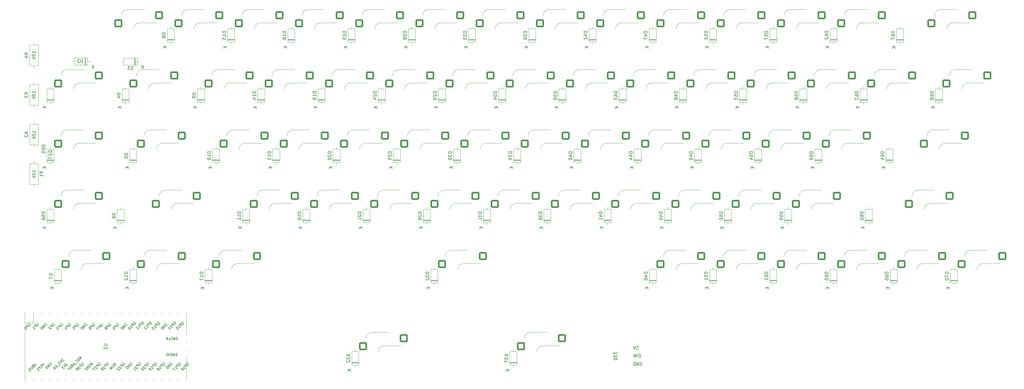
<source format=gbo>
%TF.GenerationSoftware,KiCad,Pcbnew,(6.0.5)*%
%TF.CreationDate,2022-06-12T15:36:10-04:00*%
%TF.ProjectId,pico_keyboard_v1,7069636f-5f6b-4657-9962-6f6172645f76,rev?*%
%TF.SameCoordinates,Original*%
%TF.FileFunction,Legend,Bot*%
%TF.FilePolarity,Positive*%
%FSLAX46Y46*%
G04 Gerber Fmt 4.6, Leading zero omitted, Abs format (unit mm)*
G04 Created by KiCad (PCBNEW (6.0.5)) date 2022-06-12 15:36:10*
%MOMM*%
%LPD*%
G01*
G04 APERTURE LIST*
G04 Aperture macros list*
%AMRoundRect*
0 Rectangle with rounded corners*
0 $1 Rounding radius*
0 $2 $3 $4 $5 $6 $7 $8 $9 X,Y pos of 4 corners*
0 Add a 4 corners polygon primitive as box body*
4,1,4,$2,$3,$4,$5,$6,$7,$8,$9,$2,$3,0*
0 Add four circle primitives for the rounded corners*
1,1,$1+$1,$2,$3*
1,1,$1+$1,$4,$5*
1,1,$1+$1,$6,$7*
1,1,$1+$1,$8,$9*
0 Add four rect primitives between the rounded corners*
20,1,$1+$1,$2,$3,$4,$5,0*
20,1,$1+$1,$4,$5,$6,$7,0*
20,1,$1+$1,$6,$7,$8,$9,0*
20,1,$1+$1,$8,$9,$2,$3,0*%
G04 Aperture macros list end*
%ADD10C,0.150000*%
%ADD11C,0.120000*%
%ADD12C,4.500000*%
%ADD13C,5.700000*%
%ADD14C,3.048000*%
%ADD15C,3.987800*%
%ADD16O,1.800000X1.800000*%
%ADD17O,1.500000X1.500000*%
%ADD18O,1.700000X1.700000*%
%ADD19R,1.700000X3.500000*%
%ADD20R,1.700000X1.700000*%
%ADD21R,3.500000X1.700000*%
%ADD22C,1.778000*%
%ADD23C,2.286000*%
%ADD24C,1.750000*%
%ADD25C,4.000000*%
%ADD26C,3.050000*%
%ADD27RoundRect,0.250000X-1.025000X-1.000000X1.025000X-1.000000X1.025000X1.000000X-1.025000X1.000000X0*%
%ADD28R,2.000000X2.000000*%
%ADD29C,2.000000*%
%ADD30C,3.200000*%
%ADD31C,1.600000*%
%ADD32O,1.600000X1.600000*%
%ADD33R,1.600000X1.600000*%
G04 APERTURE END LIST*
D10*
X245021904Y-194300000D02*
X245117142Y-194252380D01*
X245260000Y-194252380D01*
X245402857Y-194300000D01*
X245498095Y-194395238D01*
X245545714Y-194490476D01*
X245593333Y-194680952D01*
X245593333Y-194823809D01*
X245545714Y-195014285D01*
X245498095Y-195109523D01*
X245402857Y-195204761D01*
X245260000Y-195252380D01*
X245164761Y-195252380D01*
X245021904Y-195204761D01*
X244974285Y-195157142D01*
X244974285Y-194823809D01*
X245164761Y-194823809D01*
X244545714Y-195252380D02*
X244545714Y-194252380D01*
X243974285Y-195252380D01*
X243974285Y-194252380D01*
X243498095Y-195252380D02*
X243498095Y-194252380D01*
X243260000Y-194252380D01*
X243117142Y-194300000D01*
X243021904Y-194395238D01*
X242974285Y-194490476D01*
X242926666Y-194680952D01*
X242926666Y-194823809D01*
X242974285Y-195014285D01*
X243021904Y-195109523D01*
X243117142Y-195204761D01*
X243260000Y-195252380D01*
X243498095Y-195252380D01*
X245133809Y-192632380D02*
X245133809Y-191632380D01*
X244895714Y-191632380D01*
X244752857Y-191680000D01*
X244657619Y-191775238D01*
X244610000Y-191870476D01*
X244562380Y-192060952D01*
X244562380Y-192203809D01*
X244610000Y-192394285D01*
X244657619Y-192489523D01*
X244752857Y-192584761D01*
X244895714Y-192632380D01*
X245133809Y-192632380D01*
X244133809Y-192632380D02*
X244133809Y-191632380D01*
X243657619Y-192632380D02*
X243657619Y-191632380D01*
X243086190Y-192632380D01*
X243086190Y-191632380D01*
X243950476Y-189182380D02*
X244426666Y-189182380D01*
X244474285Y-189658571D01*
X244426666Y-189610952D01*
X244331428Y-189563333D01*
X244093333Y-189563333D01*
X243998095Y-189610952D01*
X243950476Y-189658571D01*
X243902857Y-189753809D01*
X243902857Y-189991904D01*
X243950476Y-190087142D01*
X243998095Y-190134761D01*
X244093333Y-190182380D01*
X244331428Y-190182380D01*
X244426666Y-190134761D01*
X244474285Y-190087142D01*
X243617142Y-189182380D02*
X243283809Y-190182380D01*
X242950476Y-189182380D01*
X236752380Y-190964285D02*
X236752380Y-191583333D01*
X237133333Y-191250000D01*
X237133333Y-191392857D01*
X237180952Y-191488095D01*
X237228571Y-191535714D01*
X237323809Y-191583333D01*
X237561904Y-191583333D01*
X237657142Y-191535714D01*
X237704761Y-191488095D01*
X237752380Y-191392857D01*
X237752380Y-191107142D01*
X237704761Y-191011904D01*
X237657142Y-190964285D01*
X236752380Y-191916666D02*
X236752380Y-192535714D01*
X237133333Y-192202380D01*
X237133333Y-192345238D01*
X237180952Y-192440476D01*
X237228571Y-192488095D01*
X237323809Y-192535714D01*
X237561904Y-192535714D01*
X237657142Y-192488095D01*
X237704761Y-192440476D01*
X237752380Y-192345238D01*
X237752380Y-192059523D01*
X237704761Y-191964285D01*
X237657142Y-191916666D01*
X236752380Y-193154761D02*
X236752380Y-193250000D01*
X236800000Y-193345238D01*
X236847619Y-193392857D01*
X236942857Y-193440476D01*
X237133333Y-193488095D01*
X237371428Y-193488095D01*
X237561904Y-193440476D01*
X237657142Y-193392857D01*
X237704761Y-193345238D01*
X237752380Y-193250000D01*
X237752380Y-193154761D01*
X237704761Y-193059523D01*
X237657142Y-193011904D01*
X237561904Y-192964285D01*
X237371428Y-192916666D01*
X237133333Y-192916666D01*
X236942857Y-192964285D01*
X236847619Y-193011904D01*
X236800000Y-193059523D01*
X236752380Y-193154761D01*
X53802380Y-134104761D02*
X53802380Y-133533333D01*
X53802380Y-133819047D02*
X52802380Y-133819047D01*
X52945238Y-133723809D01*
X53040476Y-133628571D01*
X53088095Y-133533333D01*
X52802380Y-134723809D02*
X52802380Y-134819047D01*
X52850000Y-134914285D01*
X52897619Y-134961904D01*
X52992857Y-135009523D01*
X53183333Y-135057142D01*
X53421428Y-135057142D01*
X53611904Y-135009523D01*
X53707142Y-134961904D01*
X53754761Y-134914285D01*
X53802380Y-134819047D01*
X53802380Y-134723809D01*
X53754761Y-134628571D01*
X53707142Y-134580952D01*
X53611904Y-134533333D01*
X53421428Y-134485714D01*
X53183333Y-134485714D01*
X52992857Y-134533333D01*
X52897619Y-134580952D01*
X52850000Y-134628571D01*
X52802380Y-134723809D01*
X53802380Y-135485714D02*
X52802380Y-135485714D01*
X53421428Y-135580952D02*
X53802380Y-135866666D01*
X53135714Y-135866666D02*
X53516666Y-135485714D01*
X53802380Y-121704761D02*
X53802380Y-121133333D01*
X53802380Y-121419047D02*
X52802380Y-121419047D01*
X52945238Y-121323809D01*
X53040476Y-121228571D01*
X53088095Y-121133333D01*
X52802380Y-122323809D02*
X52802380Y-122419047D01*
X52850000Y-122514285D01*
X52897619Y-122561904D01*
X52992857Y-122609523D01*
X53183333Y-122657142D01*
X53421428Y-122657142D01*
X53611904Y-122609523D01*
X53707142Y-122561904D01*
X53754761Y-122514285D01*
X53802380Y-122419047D01*
X53802380Y-122323809D01*
X53754761Y-122228571D01*
X53707142Y-122180952D01*
X53611904Y-122133333D01*
X53421428Y-122085714D01*
X53183333Y-122085714D01*
X52992857Y-122133333D01*
X52897619Y-122180952D01*
X52850000Y-122228571D01*
X52802380Y-122323809D01*
X53802380Y-123085714D02*
X52802380Y-123085714D01*
X53421428Y-123180952D02*
X53802380Y-123466666D01*
X53135714Y-123466666D02*
X53516666Y-123085714D01*
X53752380Y-109104761D02*
X53752380Y-108533333D01*
X53752380Y-108819047D02*
X52752380Y-108819047D01*
X52895238Y-108723809D01*
X52990476Y-108628571D01*
X53038095Y-108533333D01*
X52752380Y-109723809D02*
X52752380Y-109819047D01*
X52800000Y-109914285D01*
X52847619Y-109961904D01*
X52942857Y-110009523D01*
X53133333Y-110057142D01*
X53371428Y-110057142D01*
X53561904Y-110009523D01*
X53657142Y-109961904D01*
X53704761Y-109914285D01*
X53752380Y-109819047D01*
X53752380Y-109723809D01*
X53704761Y-109628571D01*
X53657142Y-109580952D01*
X53561904Y-109533333D01*
X53371428Y-109485714D01*
X53133333Y-109485714D01*
X52942857Y-109533333D01*
X52847619Y-109580952D01*
X52800000Y-109628571D01*
X52752380Y-109723809D01*
X53752380Y-110485714D02*
X52752380Y-110485714D01*
X53371428Y-110580952D02*
X53752380Y-110866666D01*
X53085714Y-110866666D02*
X53466666Y-110485714D01*
X53752380Y-96504761D02*
X53752380Y-95933333D01*
X53752380Y-96219047D02*
X52752380Y-96219047D01*
X52895238Y-96123809D01*
X52990476Y-96028571D01*
X53038095Y-95933333D01*
X52752380Y-97123809D02*
X52752380Y-97219047D01*
X52800000Y-97314285D01*
X52847619Y-97361904D01*
X52942857Y-97409523D01*
X53133333Y-97457142D01*
X53371428Y-97457142D01*
X53561904Y-97409523D01*
X53657142Y-97361904D01*
X53704761Y-97314285D01*
X53752380Y-97219047D01*
X53752380Y-97123809D01*
X53704761Y-97028571D01*
X53657142Y-96980952D01*
X53561904Y-96933333D01*
X53371428Y-96885714D01*
X53133333Y-96885714D01*
X52942857Y-96933333D01*
X52847619Y-96980952D01*
X52800000Y-97028571D01*
X52752380Y-97123809D01*
X53752380Y-97885714D02*
X52752380Y-97885714D01*
X53371428Y-97980952D02*
X53752380Y-98266666D01*
X53085714Y-98266666D02*
X53466666Y-97885714D01*
X75452380Y-188488095D02*
X76261904Y-188488095D01*
X76357142Y-188535714D01*
X76404761Y-188583333D01*
X76452380Y-188678571D01*
X76452380Y-188869047D01*
X76404761Y-188964285D01*
X76357142Y-189011904D01*
X76261904Y-189059523D01*
X75452380Y-189059523D01*
X75547619Y-189488095D02*
X75500000Y-189535714D01*
X75452380Y-189630952D01*
X75452380Y-189869047D01*
X75500000Y-189964285D01*
X75547619Y-190011904D01*
X75642857Y-190059523D01*
X75738095Y-190059523D01*
X75880952Y-190011904D01*
X76452380Y-189440476D01*
X76452380Y-190059523D01*
X87270592Y-181643722D02*
X87297529Y-181562910D01*
X87378341Y-181482097D01*
X87486091Y-181428223D01*
X87593841Y-181428223D01*
X87674653Y-181455160D01*
X87809340Y-181535972D01*
X87890152Y-181616784D01*
X87970964Y-181751471D01*
X87997902Y-181832284D01*
X87997902Y-181940033D01*
X87944027Y-182047783D01*
X87890152Y-182101658D01*
X87782402Y-182155532D01*
X87728528Y-182155532D01*
X87539966Y-181966971D01*
X87647715Y-181859221D01*
X87539966Y-182451844D02*
X86974280Y-181886158D01*
X86758781Y-182101658D01*
X86731844Y-182182470D01*
X86731844Y-182236345D01*
X86758781Y-182317157D01*
X86839593Y-182397969D01*
X86920406Y-182424906D01*
X86974280Y-182424906D01*
X87055093Y-182397969D01*
X87270592Y-182182470D01*
X86677969Y-183313841D02*
X87001218Y-182990592D01*
X86839593Y-183152216D02*
X86273908Y-182586531D01*
X86408595Y-182613468D01*
X86516345Y-182613468D01*
X86597157Y-182586531D01*
X86139221Y-183852589D02*
X86462470Y-183529340D01*
X86300845Y-183690964D02*
X85735160Y-183125279D01*
X85869847Y-183152216D01*
X85977597Y-183152216D01*
X86058409Y-183125279D01*
X71790964Y-194751597D02*
X71521590Y-195020971D01*
X72006463Y-194859346D02*
X71252216Y-194482223D01*
X71629340Y-195236470D01*
X70605719Y-195182595D02*
X70632656Y-195101783D01*
X70713468Y-195020971D01*
X70821218Y-194967096D01*
X70928967Y-194967096D01*
X71009780Y-194994033D01*
X71144467Y-195074845D01*
X71225279Y-195155658D01*
X71306091Y-195290345D01*
X71333028Y-195371157D01*
X71333028Y-195478906D01*
X71279154Y-195586656D01*
X71225279Y-195640531D01*
X71117529Y-195694406D01*
X71063654Y-195694406D01*
X70875093Y-195505844D01*
X70982842Y-195398094D01*
X70875093Y-195990717D02*
X70309407Y-195425032D01*
X70551844Y-196313966D01*
X69986158Y-195748280D01*
X70282470Y-196583340D02*
X69716784Y-196017654D01*
X69582097Y-196152341D01*
X69528223Y-196260091D01*
X69528223Y-196367841D01*
X69555160Y-196448653D01*
X69635972Y-196583340D01*
X69716784Y-196664152D01*
X69851471Y-196744964D01*
X69932284Y-196771902D01*
X70040033Y-196771902D01*
X70147783Y-196718027D01*
X70282470Y-196583340D01*
X96248155Y-194686158D02*
X96275093Y-194605346D01*
X96355905Y-194524534D01*
X96463654Y-194470659D01*
X96571404Y-194470659D01*
X96652216Y-194497597D01*
X96786903Y-194578409D01*
X96867715Y-194659221D01*
X96948528Y-194793908D01*
X96975465Y-194874720D01*
X96975465Y-194982470D01*
X96921590Y-195090219D01*
X96867715Y-195144094D01*
X96759966Y-195197969D01*
X96706091Y-195197969D01*
X96517529Y-195009407D01*
X96625279Y-194901658D01*
X96517529Y-195494280D02*
X95951844Y-194928595D01*
X96194280Y-195817529D01*
X95628595Y-195251844D01*
X95924906Y-196086903D02*
X95359221Y-195521218D01*
X95224534Y-195655905D01*
X95170659Y-195763654D01*
X95170659Y-195871404D01*
X95197597Y-195952216D01*
X95278409Y-196086903D01*
X95359221Y-196167715D01*
X95493908Y-196248528D01*
X95574720Y-196275465D01*
X95682470Y-196275465D01*
X95790219Y-196221590D01*
X95924906Y-196086903D01*
X53577309Y-194553129D02*
X53954433Y-195307377D01*
X53200186Y-194930253D01*
X53092436Y-195576751D02*
X53038561Y-195684500D01*
X53038561Y-195738375D01*
X53065499Y-195819187D01*
X53146311Y-195900000D01*
X53227123Y-195926937D01*
X53280998Y-195926937D01*
X53361810Y-195900000D01*
X53577309Y-195684500D01*
X53011624Y-195118815D01*
X52823062Y-195307377D01*
X52796125Y-195388189D01*
X52796125Y-195442064D01*
X52823062Y-195522876D01*
X52876937Y-195576751D01*
X52957749Y-195603688D01*
X53011624Y-195603688D01*
X53092436Y-195576751D01*
X53280998Y-195388189D01*
X52445938Y-195684500D02*
X52903874Y-196142436D01*
X52930812Y-196223248D01*
X52930812Y-196277123D01*
X52903874Y-196357935D01*
X52796125Y-196465685D01*
X52715312Y-196492622D01*
X52661438Y-196492622D01*
X52580625Y-196465685D01*
X52122690Y-196007749D01*
X52419001Y-196788934D02*
X52365126Y-196896683D01*
X52230439Y-197031370D01*
X52149627Y-197058308D01*
X52095752Y-197058308D01*
X52014940Y-197031370D01*
X51961065Y-196977496D01*
X51934128Y-196896683D01*
X51934128Y-196842809D01*
X51961065Y-196761996D01*
X52041877Y-196627309D01*
X52068815Y-196546497D01*
X52068815Y-196492622D01*
X52041877Y-196411810D01*
X51988003Y-196357935D01*
X51907190Y-196330998D01*
X51853316Y-196330998D01*
X51772503Y-196357935D01*
X51637816Y-196492622D01*
X51583942Y-196600372D01*
X58148155Y-194686158D02*
X58175093Y-194605346D01*
X58255905Y-194524534D01*
X58363654Y-194470659D01*
X58471404Y-194470659D01*
X58552216Y-194497597D01*
X58686903Y-194578409D01*
X58767715Y-194659221D01*
X58848528Y-194793908D01*
X58875465Y-194874720D01*
X58875465Y-194982470D01*
X58821590Y-195090219D01*
X58767715Y-195144094D01*
X58659966Y-195197969D01*
X58606091Y-195197969D01*
X58417529Y-195009407D01*
X58525279Y-194901658D01*
X58417529Y-195494280D02*
X57851844Y-194928595D01*
X58094280Y-195817529D01*
X57528595Y-195251844D01*
X57824906Y-196086903D02*
X57259221Y-195521218D01*
X57124534Y-195655905D01*
X57070659Y-195763654D01*
X57070659Y-195871404D01*
X57097597Y-195952216D01*
X57178409Y-196086903D01*
X57259221Y-196167715D01*
X57393908Y-196248528D01*
X57474720Y-196275465D01*
X57582470Y-196275465D01*
X57690219Y-196221590D01*
X57824906Y-196086903D01*
X92350592Y-181789722D02*
X92377529Y-181708910D01*
X92458341Y-181628097D01*
X92566091Y-181574223D01*
X92673841Y-181574223D01*
X92754653Y-181601160D01*
X92889340Y-181681972D01*
X92970152Y-181762784D01*
X93050964Y-181897471D01*
X93077902Y-181978284D01*
X93077902Y-182086033D01*
X93024027Y-182193783D01*
X92970152Y-182247658D01*
X92862402Y-182301532D01*
X92808528Y-182301532D01*
X92619966Y-182112971D01*
X92727715Y-182005221D01*
X92619966Y-182597844D02*
X92054280Y-182032158D01*
X91838781Y-182247658D01*
X91811844Y-182328470D01*
X91811844Y-182382345D01*
X91838781Y-182463157D01*
X91919593Y-182543969D01*
X92000406Y-182570906D01*
X92054280Y-182570906D01*
X92135093Y-182543969D01*
X92350592Y-182328470D01*
X91757969Y-183459841D02*
X92081218Y-183136592D01*
X91919593Y-183298216D02*
X91353908Y-182732531D01*
X91488595Y-182759468D01*
X91596345Y-182759468D01*
X91677157Y-182732531D01*
X91003722Y-183082717D02*
X90653536Y-183432903D01*
X91057597Y-183459841D01*
X90976784Y-183540653D01*
X90949847Y-183621465D01*
X90949847Y-183675340D01*
X90976784Y-183756152D01*
X91111471Y-183890839D01*
X91192284Y-183917776D01*
X91246158Y-183917776D01*
X91326971Y-183890839D01*
X91488595Y-183729215D01*
X91515532Y-183648402D01*
X91515532Y-183594528D01*
X68283773Y-192804788D02*
X68014399Y-193074162D01*
X68499272Y-192912537D02*
X67745025Y-192535414D01*
X68122149Y-193289661D01*
X67933587Y-193478223D02*
X67367902Y-192912537D01*
X67233215Y-193047224D01*
X67179340Y-193154974D01*
X67179340Y-193262723D01*
X67206277Y-193343536D01*
X67287089Y-193478223D01*
X67367902Y-193559035D01*
X67502589Y-193639847D01*
X67583401Y-193666784D01*
X67691150Y-193666784D01*
X67798900Y-193612910D01*
X67933587Y-193478223D01*
X66990778Y-194313282D02*
X67044653Y-194313282D01*
X67152402Y-194259407D01*
X67206277Y-194205532D01*
X67260152Y-194097783D01*
X67260152Y-193990033D01*
X67233215Y-193909221D01*
X67152402Y-193774534D01*
X67071590Y-193693722D01*
X66936903Y-193612910D01*
X66856091Y-193585972D01*
X66748341Y-193585972D01*
X66640592Y-193639847D01*
X66586717Y-193693722D01*
X66532842Y-193801471D01*
X66532842Y-193855346D01*
X66990778Y-194528781D02*
X66559780Y-194959780D01*
X65886345Y-194394094D02*
X66263468Y-195148341D01*
X65509221Y-194771218D01*
X65563096Y-195848714D02*
X65482284Y-195390778D01*
X65886345Y-195525465D02*
X65320659Y-194959780D01*
X65105160Y-195175279D01*
X65078223Y-195256091D01*
X65078223Y-195309966D01*
X65105160Y-195390778D01*
X65185972Y-195471590D01*
X65266784Y-195498528D01*
X65320659Y-195498528D01*
X65401471Y-195471590D01*
X65616971Y-195256091D01*
X65024348Y-195794839D02*
X64835786Y-195983401D01*
X65051285Y-196360524D02*
X65320659Y-196091150D01*
X64754974Y-195525465D01*
X64485600Y-195794839D01*
X64323975Y-196495211D02*
X64512537Y-196306650D01*
X64808849Y-196602961D02*
X64243163Y-196037276D01*
X63973789Y-196306650D01*
X64141218Y-182313096D02*
X64168155Y-182232284D01*
X64248967Y-182151471D01*
X64356717Y-182097597D01*
X64464467Y-182097597D01*
X64545279Y-182124534D01*
X64679966Y-182205346D01*
X64760778Y-182286158D01*
X64841590Y-182420845D01*
X64868528Y-182501658D01*
X64868528Y-182609407D01*
X64814653Y-182717157D01*
X64760778Y-182771032D01*
X64653028Y-182824906D01*
X64599154Y-182824906D01*
X64410592Y-182636345D01*
X64518341Y-182528595D01*
X64410592Y-183121218D02*
X63844906Y-182555532D01*
X63629407Y-182771032D01*
X63602470Y-182851844D01*
X63602470Y-182905719D01*
X63629407Y-182986531D01*
X63710219Y-183067343D01*
X63791032Y-183094280D01*
X63844906Y-183094280D01*
X63925719Y-183067343D01*
X64141218Y-182851844D01*
X63225346Y-183552216D02*
X63602470Y-183929340D01*
X63144534Y-183202030D02*
X63683282Y-183471404D01*
X63333096Y-183821590D01*
X74271218Y-182413096D02*
X74298155Y-182332284D01*
X74378967Y-182251471D01*
X74486717Y-182197597D01*
X74594467Y-182197597D01*
X74675279Y-182224534D01*
X74809966Y-182305346D01*
X74890778Y-182386158D01*
X74971590Y-182520845D01*
X74998528Y-182601658D01*
X74998528Y-182709407D01*
X74944653Y-182817157D01*
X74890778Y-182871032D01*
X74783028Y-182924906D01*
X74729154Y-182924906D01*
X74540592Y-182736345D01*
X74648341Y-182628595D01*
X74540592Y-183221218D02*
X73974906Y-182655532D01*
X73759407Y-182871032D01*
X73732470Y-182951844D01*
X73732470Y-183005719D01*
X73759407Y-183086531D01*
X73840219Y-183167343D01*
X73921032Y-183194280D01*
X73974906Y-183194280D01*
X74055719Y-183167343D01*
X74271218Y-182951844D01*
X73463096Y-183167343D02*
X73085972Y-183544467D01*
X73894094Y-183867715D01*
X99970592Y-181789722D02*
X99997529Y-181708910D01*
X100078341Y-181628097D01*
X100186091Y-181574223D01*
X100293841Y-181574223D01*
X100374653Y-181601160D01*
X100509340Y-181681972D01*
X100590152Y-181762784D01*
X100670964Y-181897471D01*
X100697902Y-181978284D01*
X100697902Y-182086033D01*
X100644027Y-182193783D01*
X100590152Y-182247658D01*
X100482402Y-182301532D01*
X100428528Y-182301532D01*
X100239966Y-182112971D01*
X100347715Y-182005221D01*
X100239966Y-182597844D02*
X99674280Y-182032158D01*
X99458781Y-182247658D01*
X99431844Y-182328470D01*
X99431844Y-182382345D01*
X99458781Y-182463157D01*
X99539593Y-182543969D01*
X99620406Y-182570906D01*
X99674280Y-182570906D01*
X99755093Y-182543969D01*
X99970592Y-182328470D01*
X99377969Y-183459841D02*
X99701218Y-183136592D01*
X99539593Y-183298216D02*
X98973908Y-182732531D01*
X99108595Y-182759468D01*
X99216345Y-182759468D01*
X99297157Y-182732531D01*
X98300473Y-183405966D02*
X98569847Y-183136592D01*
X98866158Y-183379028D01*
X98812284Y-183379028D01*
X98731471Y-183405966D01*
X98596784Y-183540653D01*
X98569847Y-183621465D01*
X98569847Y-183675340D01*
X98596784Y-183756152D01*
X98731471Y-183890839D01*
X98812284Y-183917776D01*
X98866158Y-183917776D01*
X98946971Y-183890839D01*
X99081658Y-183756152D01*
X99108595Y-183675340D01*
X99108595Y-183621465D01*
X99030592Y-194697722D02*
X99057529Y-194616910D01*
X99138341Y-194536097D01*
X99246091Y-194482223D01*
X99353841Y-194482223D01*
X99434653Y-194509160D01*
X99569340Y-194589972D01*
X99650152Y-194670784D01*
X99730964Y-194805471D01*
X99757902Y-194886284D01*
X99757902Y-194994033D01*
X99704027Y-195101783D01*
X99650152Y-195155658D01*
X99542402Y-195209532D01*
X99488528Y-195209532D01*
X99299966Y-195020971D01*
X99407715Y-194913221D01*
X99299966Y-195505844D02*
X98734280Y-194940158D01*
X98518781Y-195155658D01*
X98491844Y-195236470D01*
X98491844Y-195290345D01*
X98518781Y-195371157D01*
X98599593Y-195451969D01*
X98680406Y-195478906D01*
X98734280Y-195478906D01*
X98815093Y-195451969D01*
X99030592Y-195236470D01*
X98437969Y-196367841D02*
X98761218Y-196044592D01*
X98599593Y-196206216D02*
X98033908Y-195640531D01*
X98168595Y-195667468D01*
X98276345Y-195667468D01*
X98357157Y-195640531D01*
X97683722Y-195990717D02*
X97306598Y-196367841D01*
X98114720Y-196691089D01*
X76170592Y-194697722D02*
X76197529Y-194616910D01*
X76278341Y-194536097D01*
X76386091Y-194482223D01*
X76493841Y-194482223D01*
X76574653Y-194509160D01*
X76709340Y-194589972D01*
X76790152Y-194670784D01*
X76870964Y-194805471D01*
X76897902Y-194886284D01*
X76897902Y-194994033D01*
X76844027Y-195101783D01*
X76790152Y-195155658D01*
X76682402Y-195209532D01*
X76628528Y-195209532D01*
X76439966Y-195020971D01*
X76547715Y-194913221D01*
X76439966Y-195505844D02*
X75874280Y-194940158D01*
X75658781Y-195155658D01*
X75631844Y-195236470D01*
X75631844Y-195290345D01*
X75658781Y-195371157D01*
X75739593Y-195451969D01*
X75820406Y-195478906D01*
X75874280Y-195478906D01*
X75955093Y-195451969D01*
X76170592Y-195236470D01*
X75389407Y-195532781D02*
X75335532Y-195532781D01*
X75254720Y-195559719D01*
X75120033Y-195694406D01*
X75093096Y-195775218D01*
X75093096Y-195829093D01*
X75120033Y-195909905D01*
X75173908Y-195963780D01*
X75281658Y-196017654D01*
X75928155Y-196017654D01*
X75577969Y-196367841D01*
X74527410Y-196287028D02*
X74635160Y-196179279D01*
X74715972Y-196152341D01*
X74769847Y-196152341D01*
X74904534Y-196179279D01*
X75039221Y-196260091D01*
X75254720Y-196475590D01*
X75281658Y-196556402D01*
X75281658Y-196610277D01*
X75254720Y-196691089D01*
X75146971Y-196798839D01*
X75066158Y-196825776D01*
X75012284Y-196825776D01*
X74931471Y-196798839D01*
X74796784Y-196664152D01*
X74769847Y-196583340D01*
X74769847Y-196529465D01*
X74796784Y-196448653D01*
X74904534Y-196340903D01*
X74985346Y-196313966D01*
X75039221Y-196313966D01*
X75120033Y-196340903D01*
X98759523Y-187123809D02*
X98645238Y-187161904D01*
X98454761Y-187161904D01*
X98378571Y-187123809D01*
X98340476Y-187085714D01*
X98302380Y-187009523D01*
X98302380Y-186933333D01*
X98340476Y-186857142D01*
X98378571Y-186819047D01*
X98454761Y-186780952D01*
X98607142Y-186742857D01*
X98683333Y-186704761D01*
X98721428Y-186666666D01*
X98759523Y-186590476D01*
X98759523Y-186514285D01*
X98721428Y-186438095D01*
X98683333Y-186400000D01*
X98607142Y-186361904D01*
X98416666Y-186361904D01*
X98302380Y-186400000D01*
X98035714Y-186361904D02*
X97845238Y-187161904D01*
X97692857Y-186590476D01*
X97540476Y-187161904D01*
X97350000Y-186361904D01*
X96588095Y-187085714D02*
X96626190Y-187123809D01*
X96740476Y-187161904D01*
X96816666Y-187161904D01*
X96930952Y-187123809D01*
X97007142Y-187047619D01*
X97045238Y-186971428D01*
X97083333Y-186819047D01*
X97083333Y-186704761D01*
X97045238Y-186552380D01*
X97007142Y-186476190D01*
X96930952Y-186400000D01*
X96816666Y-186361904D01*
X96740476Y-186361904D01*
X96626190Y-186400000D01*
X96588095Y-186438095D01*
X95864285Y-187161904D02*
X96245238Y-187161904D01*
X96245238Y-186361904D01*
X95597619Y-187161904D02*
X95597619Y-186361904D01*
X95140476Y-187161904D02*
X95483333Y-186704761D01*
X95140476Y-186361904D02*
X95597619Y-186819047D01*
X62308308Y-193122131D02*
X61958122Y-193472317D01*
X62362183Y-193499255D01*
X62281370Y-193580067D01*
X62254433Y-193660879D01*
X62254433Y-193714754D01*
X62281370Y-193795566D01*
X62416057Y-193930253D01*
X62496870Y-193957190D01*
X62550744Y-193957190D01*
X62631557Y-193930253D01*
X62793181Y-193768629D01*
X62820118Y-193687816D01*
X62820118Y-193633942D01*
X61796497Y-193633942D02*
X62173621Y-194388189D01*
X61419374Y-194011065D01*
X61284687Y-194145752D02*
X60934500Y-194495938D01*
X61338561Y-194522876D01*
X61257749Y-194603688D01*
X61230812Y-194684500D01*
X61230812Y-194738375D01*
X61257749Y-194819187D01*
X61392436Y-194953874D01*
X61473248Y-194980812D01*
X61527123Y-194980812D01*
X61607935Y-194953874D01*
X61769560Y-194792250D01*
X61796497Y-194711438D01*
X61796497Y-194657563D01*
X61446311Y-195223248D02*
X61015312Y-195654247D01*
X60530439Y-195438748D02*
X60341877Y-195627309D01*
X60557377Y-196004433D02*
X60826751Y-195735059D01*
X60261065Y-195169374D01*
X59991691Y-195438748D01*
X60314940Y-196246870D02*
X59749255Y-195681184D01*
X59991691Y-196570118D01*
X59426006Y-196004433D01*
X63540592Y-194489847D02*
X63190406Y-194840033D01*
X63594467Y-194866971D01*
X63513654Y-194947783D01*
X63486717Y-195028595D01*
X63486717Y-195082470D01*
X63513654Y-195163282D01*
X63648341Y-195297969D01*
X63729154Y-195324906D01*
X63783028Y-195324906D01*
X63863841Y-195297969D01*
X64025465Y-195136345D01*
X64052402Y-195055532D01*
X64052402Y-195001658D01*
X63028781Y-195001658D02*
X63405905Y-195755905D01*
X62651658Y-195378781D01*
X62516971Y-195513468D02*
X62166784Y-195863654D01*
X62570845Y-195890592D01*
X62490033Y-195971404D01*
X62463096Y-196052216D01*
X62463096Y-196106091D01*
X62490033Y-196186903D01*
X62624720Y-196321590D01*
X62705532Y-196348528D01*
X62759407Y-196348528D01*
X62840219Y-196321590D01*
X63001844Y-196159966D01*
X63028781Y-196079154D01*
X63028781Y-196025279D01*
X76841218Y-182313096D02*
X76868155Y-182232284D01*
X76948967Y-182151471D01*
X77056717Y-182097597D01*
X77164467Y-182097597D01*
X77245279Y-182124534D01*
X77379966Y-182205346D01*
X77460778Y-182286158D01*
X77541590Y-182420845D01*
X77568528Y-182501658D01*
X77568528Y-182609407D01*
X77514653Y-182717157D01*
X77460778Y-182771032D01*
X77353028Y-182824906D01*
X77299154Y-182824906D01*
X77110592Y-182636345D01*
X77218341Y-182528595D01*
X77110592Y-183121218D02*
X76544906Y-182555532D01*
X76329407Y-182771032D01*
X76302470Y-182851844D01*
X76302470Y-182905719D01*
X76329407Y-182986531D01*
X76410219Y-183067343D01*
X76491032Y-183094280D01*
X76544906Y-183094280D01*
X76625719Y-183067343D01*
X76841218Y-182851844D01*
X76140845Y-183444467D02*
X76167783Y-183363654D01*
X76167783Y-183309780D01*
X76140845Y-183228967D01*
X76113908Y-183202030D01*
X76033096Y-183175093D01*
X75979221Y-183175093D01*
X75898409Y-183202030D01*
X75790659Y-183309780D01*
X75763722Y-183390592D01*
X75763722Y-183444467D01*
X75790659Y-183525279D01*
X75817597Y-183552216D01*
X75898409Y-183579154D01*
X75952284Y-183579154D01*
X76033096Y-183552216D01*
X76140845Y-183444467D01*
X76221658Y-183417529D01*
X76275532Y-183417529D01*
X76356345Y-183444467D01*
X76464094Y-183552216D01*
X76491032Y-183633028D01*
X76491032Y-183686903D01*
X76464094Y-183767715D01*
X76356345Y-183875465D01*
X76275532Y-183902402D01*
X76221658Y-183902402D01*
X76140845Y-183875465D01*
X76033096Y-183767715D01*
X76006158Y-183686903D01*
X76006158Y-183633028D01*
X76033096Y-183552216D01*
X101570592Y-194697722D02*
X101597529Y-194616910D01*
X101678341Y-194536097D01*
X101786091Y-194482223D01*
X101893841Y-194482223D01*
X101974653Y-194509160D01*
X102109340Y-194589972D01*
X102190152Y-194670784D01*
X102270964Y-194805471D01*
X102297902Y-194886284D01*
X102297902Y-194994033D01*
X102244027Y-195101783D01*
X102190152Y-195155658D01*
X102082402Y-195209532D01*
X102028528Y-195209532D01*
X101839966Y-195020971D01*
X101947715Y-194913221D01*
X101839966Y-195505844D02*
X101274280Y-194940158D01*
X101058781Y-195155658D01*
X101031844Y-195236470D01*
X101031844Y-195290345D01*
X101058781Y-195371157D01*
X101139593Y-195451969D01*
X101220406Y-195478906D01*
X101274280Y-195478906D01*
X101355093Y-195451969D01*
X101570592Y-195236470D01*
X100977969Y-196367841D02*
X101301218Y-196044592D01*
X101139593Y-196206216D02*
X100573908Y-195640531D01*
X100708595Y-195667468D01*
X100816345Y-195667468D01*
X100897157Y-195640531D01*
X99927410Y-196287028D02*
X100035160Y-196179279D01*
X100115972Y-196152341D01*
X100169847Y-196152341D01*
X100304534Y-196179279D01*
X100439221Y-196260091D01*
X100654720Y-196475590D01*
X100681658Y-196556402D01*
X100681658Y-196610277D01*
X100654720Y-196691089D01*
X100546971Y-196798839D01*
X100466158Y-196825776D01*
X100412284Y-196825776D01*
X100331471Y-196798839D01*
X100196784Y-196664152D01*
X100169847Y-196583340D01*
X100169847Y-196529465D01*
X100196784Y-196448653D01*
X100304534Y-196340903D01*
X100385346Y-196313966D01*
X100439221Y-196313966D01*
X100520033Y-196340903D01*
X83548155Y-194686158D02*
X83575093Y-194605346D01*
X83655905Y-194524534D01*
X83763654Y-194470659D01*
X83871404Y-194470659D01*
X83952216Y-194497597D01*
X84086903Y-194578409D01*
X84167715Y-194659221D01*
X84248528Y-194793908D01*
X84275465Y-194874720D01*
X84275465Y-194982470D01*
X84221590Y-195090219D01*
X84167715Y-195144094D01*
X84059966Y-195197969D01*
X84006091Y-195197969D01*
X83817529Y-195009407D01*
X83925279Y-194901658D01*
X83817529Y-195494280D02*
X83251844Y-194928595D01*
X83494280Y-195817529D01*
X82928595Y-195251844D01*
X83224906Y-196086903D02*
X82659221Y-195521218D01*
X82524534Y-195655905D01*
X82470659Y-195763654D01*
X82470659Y-195871404D01*
X82497597Y-195952216D01*
X82578409Y-196086903D01*
X82659221Y-196167715D01*
X82793908Y-196248528D01*
X82874720Y-196275465D01*
X82982470Y-196275465D01*
X83090219Y-196221590D01*
X83224906Y-196086903D01*
X69248155Y-182286158D02*
X69275093Y-182205346D01*
X69355905Y-182124534D01*
X69463654Y-182070659D01*
X69571404Y-182070659D01*
X69652216Y-182097597D01*
X69786903Y-182178409D01*
X69867715Y-182259221D01*
X69948528Y-182393908D01*
X69975465Y-182474720D01*
X69975465Y-182582470D01*
X69921590Y-182690219D01*
X69867715Y-182744094D01*
X69759966Y-182797969D01*
X69706091Y-182797969D01*
X69517529Y-182609407D01*
X69625279Y-182501658D01*
X69517529Y-183094280D02*
X68951844Y-182528595D01*
X69194280Y-183417529D01*
X68628595Y-182851844D01*
X68924906Y-183686903D02*
X68359221Y-183121218D01*
X68224534Y-183255905D01*
X68170659Y-183363654D01*
X68170659Y-183471404D01*
X68197597Y-183552216D01*
X68278409Y-183686903D01*
X68359221Y-183767715D01*
X68493908Y-183848528D01*
X68574720Y-183875465D01*
X68682470Y-183875465D01*
X68790219Y-183821590D01*
X68924906Y-183686903D01*
X68296592Y-194697722D02*
X68323529Y-194616910D01*
X68404341Y-194536097D01*
X68512091Y-194482223D01*
X68619841Y-194482223D01*
X68700653Y-194509160D01*
X68835340Y-194589972D01*
X68916152Y-194670784D01*
X68996964Y-194805471D01*
X69023902Y-194886284D01*
X69023902Y-194994033D01*
X68970027Y-195101783D01*
X68916152Y-195155658D01*
X68808402Y-195209532D01*
X68754528Y-195209532D01*
X68565966Y-195020971D01*
X68673715Y-194913221D01*
X68565966Y-195505844D02*
X68000280Y-194940158D01*
X67784781Y-195155658D01*
X67757844Y-195236470D01*
X67757844Y-195290345D01*
X67784781Y-195371157D01*
X67865593Y-195451969D01*
X67946406Y-195478906D01*
X68000280Y-195478906D01*
X68081093Y-195451969D01*
X68296592Y-195236470D01*
X67515407Y-195532781D02*
X67461532Y-195532781D01*
X67380720Y-195559719D01*
X67246033Y-195694406D01*
X67219096Y-195775218D01*
X67219096Y-195829093D01*
X67246033Y-195909905D01*
X67299908Y-195963780D01*
X67407658Y-196017654D01*
X68054155Y-196017654D01*
X67703969Y-196367841D01*
X67057471Y-196367841D02*
X67084409Y-196287028D01*
X67084409Y-196233154D01*
X67057471Y-196152341D01*
X67030534Y-196125404D01*
X66949722Y-196098467D01*
X66895847Y-196098467D01*
X66815035Y-196125404D01*
X66707285Y-196233154D01*
X66680348Y-196313966D01*
X66680348Y-196367841D01*
X66707285Y-196448653D01*
X66734223Y-196475590D01*
X66815035Y-196502528D01*
X66868910Y-196502528D01*
X66949722Y-196475590D01*
X67057471Y-196367841D01*
X67138284Y-196340903D01*
X67192158Y-196340903D01*
X67272971Y-196367841D01*
X67380720Y-196475590D01*
X67407658Y-196556402D01*
X67407658Y-196610277D01*
X67380720Y-196691089D01*
X67272971Y-196798839D01*
X67192158Y-196825776D01*
X67138284Y-196825776D01*
X67057471Y-196798839D01*
X66949722Y-196691089D01*
X66922784Y-196610277D01*
X66922784Y-196556402D01*
X66949722Y-196475590D01*
X79381218Y-182313096D02*
X79408155Y-182232284D01*
X79488967Y-182151471D01*
X79596717Y-182097597D01*
X79704467Y-182097597D01*
X79785279Y-182124534D01*
X79919966Y-182205346D01*
X80000778Y-182286158D01*
X80081590Y-182420845D01*
X80108528Y-182501658D01*
X80108528Y-182609407D01*
X80054653Y-182717157D01*
X80000778Y-182771032D01*
X79893028Y-182824906D01*
X79839154Y-182824906D01*
X79650592Y-182636345D01*
X79758341Y-182528595D01*
X79650592Y-183121218D02*
X79084906Y-182555532D01*
X78869407Y-182771032D01*
X78842470Y-182851844D01*
X78842470Y-182905719D01*
X78869407Y-182986531D01*
X78950219Y-183067343D01*
X79031032Y-183094280D01*
X79084906Y-183094280D01*
X79165719Y-183067343D01*
X79381218Y-182851844D01*
X79057969Y-183713841D02*
X78950219Y-183821590D01*
X78869407Y-183848528D01*
X78815532Y-183848528D01*
X78680845Y-183821590D01*
X78546158Y-183740778D01*
X78330659Y-183525279D01*
X78303722Y-183444467D01*
X78303722Y-183390592D01*
X78330659Y-183309780D01*
X78438409Y-183202030D01*
X78519221Y-183175093D01*
X78573096Y-183175093D01*
X78653908Y-183202030D01*
X78788595Y-183336717D01*
X78815532Y-183417529D01*
X78815532Y-183471404D01*
X78788595Y-183552216D01*
X78680845Y-183659966D01*
X78600033Y-183686903D01*
X78546158Y-183686903D01*
X78465346Y-183659966D01*
X98645238Y-192223809D02*
X98530952Y-192261904D01*
X98340476Y-192261904D01*
X98264285Y-192223809D01*
X98226190Y-192185714D01*
X98188095Y-192109523D01*
X98188095Y-192033333D01*
X98226190Y-191957142D01*
X98264285Y-191919047D01*
X98340476Y-191880952D01*
X98492857Y-191842857D01*
X98569047Y-191804761D01*
X98607142Y-191766666D01*
X98645238Y-191690476D01*
X98645238Y-191614285D01*
X98607142Y-191538095D01*
X98569047Y-191500000D01*
X98492857Y-191461904D01*
X98302380Y-191461904D01*
X98188095Y-191500000D01*
X97921428Y-191461904D02*
X97730952Y-192261904D01*
X97578571Y-191690476D01*
X97426190Y-192261904D01*
X97235714Y-191461904D01*
X96930952Y-192261904D02*
X96930952Y-191461904D01*
X96740476Y-191461904D01*
X96626190Y-191500000D01*
X96550000Y-191576190D01*
X96511904Y-191652380D01*
X96473809Y-191804761D01*
X96473809Y-191919047D01*
X96511904Y-192071428D01*
X96550000Y-192147619D01*
X96626190Y-192223809D01*
X96740476Y-192261904D01*
X96930952Y-192261904D01*
X96130952Y-192261904D02*
X96130952Y-191461904D01*
X95597619Y-191461904D02*
X95445238Y-191461904D01*
X95369047Y-191500000D01*
X95292857Y-191576190D01*
X95254761Y-191728571D01*
X95254761Y-191995238D01*
X95292857Y-192147619D01*
X95369047Y-192223809D01*
X95445238Y-192261904D01*
X95597619Y-192261904D01*
X95673809Y-192223809D01*
X95750000Y-192147619D01*
X95788095Y-191995238D01*
X95788095Y-191728571D01*
X95750000Y-191576190D01*
X95673809Y-191500000D01*
X95597619Y-191461904D01*
X66681218Y-182313096D02*
X66708155Y-182232284D01*
X66788967Y-182151471D01*
X66896717Y-182097597D01*
X67004467Y-182097597D01*
X67085279Y-182124534D01*
X67219966Y-182205346D01*
X67300778Y-182286158D01*
X67381590Y-182420845D01*
X67408528Y-182501658D01*
X67408528Y-182609407D01*
X67354653Y-182717157D01*
X67300778Y-182771032D01*
X67193028Y-182824906D01*
X67139154Y-182824906D01*
X66950592Y-182636345D01*
X67058341Y-182528595D01*
X66950592Y-183121218D02*
X66384906Y-182555532D01*
X66169407Y-182771032D01*
X66142470Y-182851844D01*
X66142470Y-182905719D01*
X66169407Y-182986531D01*
X66250219Y-183067343D01*
X66331032Y-183094280D01*
X66384906Y-183094280D01*
X66465719Y-183067343D01*
X66681218Y-182851844D01*
X65549847Y-183390592D02*
X65819221Y-183121218D01*
X66115532Y-183363654D01*
X66061658Y-183363654D01*
X65980845Y-183390592D01*
X65846158Y-183525279D01*
X65819221Y-183606091D01*
X65819221Y-183659966D01*
X65846158Y-183740778D01*
X65980845Y-183875465D01*
X66061658Y-183902402D01*
X66115532Y-183902402D01*
X66196345Y-183875465D01*
X66331032Y-183740778D01*
X66357969Y-183659966D01*
X66357969Y-183606091D01*
X51441218Y-182313096D02*
X51468155Y-182232284D01*
X51548967Y-182151471D01*
X51656717Y-182097597D01*
X51764467Y-182097597D01*
X51845279Y-182124534D01*
X51979966Y-182205346D01*
X52060778Y-182286158D01*
X52141590Y-182420845D01*
X52168528Y-182501658D01*
X52168528Y-182609407D01*
X52114653Y-182717157D01*
X52060778Y-182771032D01*
X51953028Y-182824906D01*
X51899154Y-182824906D01*
X51710592Y-182636345D01*
X51818341Y-182528595D01*
X51710592Y-183121218D02*
X51144906Y-182555532D01*
X50929407Y-182771032D01*
X50902470Y-182851844D01*
X50902470Y-182905719D01*
X50929407Y-182986531D01*
X51010219Y-183067343D01*
X51091032Y-183094280D01*
X51144906Y-183094280D01*
X51225719Y-183067343D01*
X51441218Y-182851844D01*
X50471471Y-183228967D02*
X50417597Y-183282842D01*
X50390659Y-183363654D01*
X50390659Y-183417529D01*
X50417597Y-183498341D01*
X50498409Y-183633028D01*
X50633096Y-183767715D01*
X50767783Y-183848528D01*
X50848595Y-183875465D01*
X50902470Y-183875465D01*
X50983282Y-183848528D01*
X51037157Y-183794653D01*
X51064094Y-183713841D01*
X51064094Y-183659966D01*
X51037157Y-183579154D01*
X50956345Y-183444467D01*
X50821658Y-183309780D01*
X50686971Y-183228967D01*
X50606158Y-183202030D01*
X50552284Y-183202030D01*
X50471471Y-183228967D01*
X61601218Y-182313096D02*
X61628155Y-182232284D01*
X61708967Y-182151471D01*
X61816717Y-182097597D01*
X61924467Y-182097597D01*
X62005279Y-182124534D01*
X62139966Y-182205346D01*
X62220778Y-182286158D01*
X62301590Y-182420845D01*
X62328528Y-182501658D01*
X62328528Y-182609407D01*
X62274653Y-182717157D01*
X62220778Y-182771032D01*
X62113028Y-182824906D01*
X62059154Y-182824906D01*
X61870592Y-182636345D01*
X61978341Y-182528595D01*
X61870592Y-183121218D02*
X61304906Y-182555532D01*
X61089407Y-182771032D01*
X61062470Y-182851844D01*
X61062470Y-182905719D01*
X61089407Y-182986531D01*
X61170219Y-183067343D01*
X61251032Y-183094280D01*
X61304906Y-183094280D01*
X61385719Y-183067343D01*
X61601218Y-182851844D01*
X60793096Y-183067343D02*
X60442910Y-183417529D01*
X60846971Y-183444467D01*
X60766158Y-183525279D01*
X60739221Y-183606091D01*
X60739221Y-183659966D01*
X60766158Y-183740778D01*
X60900845Y-183875465D01*
X60981658Y-183902402D01*
X61035532Y-183902402D01*
X61116345Y-183875465D01*
X61277969Y-183713841D01*
X61304906Y-183633028D01*
X61304906Y-183579154D01*
X94648155Y-182286158D02*
X94675093Y-182205346D01*
X94755905Y-182124534D01*
X94863654Y-182070659D01*
X94971404Y-182070659D01*
X95052216Y-182097597D01*
X95186903Y-182178409D01*
X95267715Y-182259221D01*
X95348528Y-182393908D01*
X95375465Y-182474720D01*
X95375465Y-182582470D01*
X95321590Y-182690219D01*
X95267715Y-182744094D01*
X95159966Y-182797969D01*
X95106091Y-182797969D01*
X94917529Y-182609407D01*
X95025279Y-182501658D01*
X94917529Y-183094280D02*
X94351844Y-182528595D01*
X94594280Y-183417529D01*
X94028595Y-182851844D01*
X94324906Y-183686903D02*
X93759221Y-183121218D01*
X93624534Y-183255905D01*
X93570659Y-183363654D01*
X93570659Y-183471404D01*
X93597597Y-183552216D01*
X93678409Y-183686903D01*
X93759221Y-183767715D01*
X93893908Y-183848528D01*
X93974720Y-183875465D01*
X94082470Y-183875465D01*
X94190219Y-183821590D01*
X94324906Y-183686903D01*
X56548155Y-182286158D02*
X56575093Y-182205346D01*
X56655905Y-182124534D01*
X56763654Y-182070659D01*
X56871404Y-182070659D01*
X56952216Y-182097597D01*
X57086903Y-182178409D01*
X57167715Y-182259221D01*
X57248528Y-182393908D01*
X57275465Y-182474720D01*
X57275465Y-182582470D01*
X57221590Y-182690219D01*
X57167715Y-182744094D01*
X57059966Y-182797969D01*
X57006091Y-182797969D01*
X56817529Y-182609407D01*
X56925279Y-182501658D01*
X56817529Y-183094280D02*
X56251844Y-182528595D01*
X56494280Y-183417529D01*
X55928595Y-182851844D01*
X56224906Y-183686903D02*
X55659221Y-183121218D01*
X55524534Y-183255905D01*
X55470659Y-183363654D01*
X55470659Y-183471404D01*
X55497597Y-183552216D01*
X55578409Y-183686903D01*
X55659221Y-183767715D01*
X55793908Y-183848528D01*
X55874720Y-183875465D01*
X55982470Y-183875465D01*
X56090219Y-183821590D01*
X56224906Y-183686903D01*
X88870592Y-194697722D02*
X88897529Y-194616910D01*
X88978341Y-194536097D01*
X89086091Y-194482223D01*
X89193841Y-194482223D01*
X89274653Y-194509160D01*
X89409340Y-194589972D01*
X89490152Y-194670784D01*
X89570964Y-194805471D01*
X89597902Y-194886284D01*
X89597902Y-194994033D01*
X89544027Y-195101783D01*
X89490152Y-195155658D01*
X89382402Y-195209532D01*
X89328528Y-195209532D01*
X89139966Y-195020971D01*
X89247715Y-194913221D01*
X89139966Y-195505844D02*
X88574280Y-194940158D01*
X88358781Y-195155658D01*
X88331844Y-195236470D01*
X88331844Y-195290345D01*
X88358781Y-195371157D01*
X88439593Y-195451969D01*
X88520406Y-195478906D01*
X88574280Y-195478906D01*
X88655093Y-195451969D01*
X88870592Y-195236470D01*
X88089407Y-195532781D02*
X88035532Y-195532781D01*
X87954720Y-195559719D01*
X87820033Y-195694406D01*
X87793096Y-195775218D01*
X87793096Y-195829093D01*
X87820033Y-195909905D01*
X87873908Y-195963780D01*
X87981658Y-196017654D01*
X88628155Y-196017654D01*
X88277969Y-196367841D01*
X87362097Y-196152341D02*
X87308223Y-196206216D01*
X87281285Y-196287028D01*
X87281285Y-196340903D01*
X87308223Y-196421715D01*
X87389035Y-196556402D01*
X87523722Y-196691089D01*
X87658409Y-196771902D01*
X87739221Y-196798839D01*
X87793096Y-196798839D01*
X87873908Y-196771902D01*
X87927783Y-196718027D01*
X87954720Y-196637215D01*
X87954720Y-196583340D01*
X87927783Y-196502528D01*
X87846971Y-196367841D01*
X87712284Y-196233154D01*
X87577597Y-196152341D01*
X87496784Y-196125404D01*
X87442910Y-196125404D01*
X87362097Y-196152341D01*
X91410592Y-194697722D02*
X91437529Y-194616910D01*
X91518341Y-194536097D01*
X91626091Y-194482223D01*
X91733841Y-194482223D01*
X91814653Y-194509160D01*
X91949340Y-194589972D01*
X92030152Y-194670784D01*
X92110964Y-194805471D01*
X92137902Y-194886284D01*
X92137902Y-194994033D01*
X92084027Y-195101783D01*
X92030152Y-195155658D01*
X91922402Y-195209532D01*
X91868528Y-195209532D01*
X91679966Y-195020971D01*
X91787715Y-194913221D01*
X91679966Y-195505844D02*
X91114280Y-194940158D01*
X90898781Y-195155658D01*
X90871844Y-195236470D01*
X90871844Y-195290345D01*
X90898781Y-195371157D01*
X90979593Y-195451969D01*
X91060406Y-195478906D01*
X91114280Y-195478906D01*
X91195093Y-195451969D01*
X91410592Y-195236470D01*
X90817969Y-196367841D02*
X91141218Y-196044592D01*
X90979593Y-196206216D02*
X90413908Y-195640531D01*
X90548595Y-195667468D01*
X90656345Y-195667468D01*
X90737157Y-195640531D01*
X90548595Y-196637215D02*
X90440845Y-196744964D01*
X90360033Y-196771902D01*
X90306158Y-196771902D01*
X90171471Y-196744964D01*
X90036784Y-196664152D01*
X89821285Y-196448653D01*
X89794348Y-196367841D01*
X89794348Y-196313966D01*
X89821285Y-196233154D01*
X89929035Y-196125404D01*
X90009847Y-196098467D01*
X90063722Y-196098467D01*
X90144534Y-196125404D01*
X90279221Y-196260091D01*
X90306158Y-196340903D01*
X90306158Y-196394778D01*
X90279221Y-196475590D01*
X90171471Y-196583340D01*
X90090659Y-196610277D01*
X90036784Y-196610277D01*
X89955972Y-196583340D01*
X59061218Y-182213096D02*
X59088155Y-182132284D01*
X59168967Y-182051471D01*
X59276717Y-181997597D01*
X59384467Y-181997597D01*
X59465279Y-182024534D01*
X59599966Y-182105346D01*
X59680778Y-182186158D01*
X59761590Y-182320845D01*
X59788528Y-182401658D01*
X59788528Y-182509407D01*
X59734653Y-182617157D01*
X59680778Y-182671032D01*
X59573028Y-182724906D01*
X59519154Y-182724906D01*
X59330592Y-182536345D01*
X59438341Y-182428595D01*
X59330592Y-183021218D02*
X58764906Y-182455532D01*
X58549407Y-182671032D01*
X58522470Y-182751844D01*
X58522470Y-182805719D01*
X58549407Y-182886531D01*
X58630219Y-182967343D01*
X58711032Y-182994280D01*
X58764906Y-182994280D01*
X58845719Y-182967343D01*
X59061218Y-182751844D01*
X58280033Y-183048155D02*
X58226158Y-183048155D01*
X58145346Y-183075093D01*
X58010659Y-183209780D01*
X57983722Y-183290592D01*
X57983722Y-183344467D01*
X58010659Y-183425279D01*
X58064534Y-183479154D01*
X58172284Y-183533028D01*
X58818781Y-183533028D01*
X58468595Y-183883215D01*
X93950592Y-194697722D02*
X93977529Y-194616910D01*
X94058341Y-194536097D01*
X94166091Y-194482223D01*
X94273841Y-194482223D01*
X94354653Y-194509160D01*
X94489340Y-194589972D01*
X94570152Y-194670784D01*
X94650964Y-194805471D01*
X94677902Y-194886284D01*
X94677902Y-194994033D01*
X94624027Y-195101783D01*
X94570152Y-195155658D01*
X94462402Y-195209532D01*
X94408528Y-195209532D01*
X94219966Y-195020971D01*
X94327715Y-194913221D01*
X94219966Y-195505844D02*
X93654280Y-194940158D01*
X93438781Y-195155658D01*
X93411844Y-195236470D01*
X93411844Y-195290345D01*
X93438781Y-195371157D01*
X93519593Y-195451969D01*
X93600406Y-195478906D01*
X93654280Y-195478906D01*
X93735093Y-195451969D01*
X93950592Y-195236470D01*
X93357969Y-196367841D02*
X93681218Y-196044592D01*
X93519593Y-196206216D02*
X92953908Y-195640531D01*
X93088595Y-195667468D01*
X93196345Y-195667468D01*
X93277157Y-195640531D01*
X92711471Y-196367841D02*
X92738409Y-196287028D01*
X92738409Y-196233154D01*
X92711471Y-196152341D01*
X92684534Y-196125404D01*
X92603722Y-196098467D01*
X92549847Y-196098467D01*
X92469035Y-196125404D01*
X92361285Y-196233154D01*
X92334348Y-196313966D01*
X92334348Y-196367841D01*
X92361285Y-196448653D01*
X92388223Y-196475590D01*
X92469035Y-196502528D01*
X92522910Y-196502528D01*
X92603722Y-196475590D01*
X92711471Y-196367841D01*
X92792284Y-196340903D01*
X92846158Y-196340903D01*
X92926971Y-196367841D01*
X93034720Y-196475590D01*
X93061658Y-196556402D01*
X93061658Y-196610277D01*
X93034720Y-196691089D01*
X92926971Y-196798839D01*
X92846158Y-196825776D01*
X92792284Y-196825776D01*
X92711471Y-196798839D01*
X92603722Y-196691089D01*
X92576784Y-196610277D01*
X92576784Y-196556402D01*
X92603722Y-196475590D01*
X71761218Y-182313096D02*
X71788155Y-182232284D01*
X71868967Y-182151471D01*
X71976717Y-182097597D01*
X72084467Y-182097597D01*
X72165279Y-182124534D01*
X72299966Y-182205346D01*
X72380778Y-182286158D01*
X72461590Y-182420845D01*
X72488528Y-182501658D01*
X72488528Y-182609407D01*
X72434653Y-182717157D01*
X72380778Y-182771032D01*
X72273028Y-182824906D01*
X72219154Y-182824906D01*
X72030592Y-182636345D01*
X72138341Y-182528595D01*
X72030592Y-183121218D02*
X71464906Y-182555532D01*
X71249407Y-182771032D01*
X71222470Y-182851844D01*
X71222470Y-182905719D01*
X71249407Y-182986531D01*
X71330219Y-183067343D01*
X71411032Y-183094280D01*
X71464906Y-183094280D01*
X71545719Y-183067343D01*
X71761218Y-182851844D01*
X70656784Y-183363654D02*
X70764534Y-183255905D01*
X70845346Y-183228967D01*
X70899221Y-183228967D01*
X71033908Y-183255905D01*
X71168595Y-183336717D01*
X71384094Y-183552216D01*
X71411032Y-183633028D01*
X71411032Y-183686903D01*
X71384094Y-183767715D01*
X71276345Y-183875465D01*
X71195532Y-183902402D01*
X71141658Y-183902402D01*
X71060845Y-183875465D01*
X70926158Y-183740778D01*
X70899221Y-183659966D01*
X70899221Y-183606091D01*
X70926158Y-183525279D01*
X71033908Y-183417529D01*
X71114720Y-183390592D01*
X71168595Y-183390592D01*
X71249407Y-183417529D01*
X86340592Y-194697722D02*
X86367529Y-194616910D01*
X86448341Y-194536097D01*
X86556091Y-194482223D01*
X86663841Y-194482223D01*
X86744653Y-194509160D01*
X86879340Y-194589972D01*
X86960152Y-194670784D01*
X87040964Y-194805471D01*
X87067902Y-194886284D01*
X87067902Y-194994033D01*
X87014027Y-195101783D01*
X86960152Y-195155658D01*
X86852402Y-195209532D01*
X86798528Y-195209532D01*
X86609966Y-195020971D01*
X86717715Y-194913221D01*
X86609966Y-195505844D02*
X86044280Y-194940158D01*
X85828781Y-195155658D01*
X85801844Y-195236470D01*
X85801844Y-195290345D01*
X85828781Y-195371157D01*
X85909593Y-195451969D01*
X85990406Y-195478906D01*
X86044280Y-195478906D01*
X86125093Y-195451969D01*
X86340592Y-195236470D01*
X85559407Y-195532781D02*
X85505532Y-195532781D01*
X85424720Y-195559719D01*
X85290033Y-195694406D01*
X85263096Y-195775218D01*
X85263096Y-195829093D01*
X85290033Y-195909905D01*
X85343908Y-195963780D01*
X85451658Y-196017654D01*
X86098155Y-196017654D01*
X85747969Y-196367841D01*
X85209221Y-196906589D02*
X85532470Y-196583340D01*
X85370845Y-196744964D02*
X84805160Y-196179279D01*
X84939847Y-196206216D01*
X85047597Y-196206216D01*
X85128409Y-196179279D01*
X81250592Y-194697722D02*
X81277529Y-194616910D01*
X81358341Y-194536097D01*
X81466091Y-194482223D01*
X81573841Y-194482223D01*
X81654653Y-194509160D01*
X81789340Y-194589972D01*
X81870152Y-194670784D01*
X81950964Y-194805471D01*
X81977902Y-194886284D01*
X81977902Y-194994033D01*
X81924027Y-195101783D01*
X81870152Y-195155658D01*
X81762402Y-195209532D01*
X81708528Y-195209532D01*
X81519966Y-195020971D01*
X81627715Y-194913221D01*
X81519966Y-195505844D02*
X80954280Y-194940158D01*
X80738781Y-195155658D01*
X80711844Y-195236470D01*
X80711844Y-195290345D01*
X80738781Y-195371157D01*
X80819593Y-195451969D01*
X80900406Y-195478906D01*
X80954280Y-195478906D01*
X81035093Y-195451969D01*
X81250592Y-195236470D01*
X80469407Y-195532781D02*
X80415532Y-195532781D01*
X80334720Y-195559719D01*
X80200033Y-195694406D01*
X80173096Y-195775218D01*
X80173096Y-195829093D01*
X80200033Y-195909905D01*
X80253908Y-195963780D01*
X80361658Y-196017654D01*
X81008155Y-196017654D01*
X80657969Y-196367841D01*
X79930659Y-196071529D02*
X79876784Y-196071529D01*
X79795972Y-196098467D01*
X79661285Y-196233154D01*
X79634348Y-196313966D01*
X79634348Y-196367841D01*
X79661285Y-196448653D01*
X79715160Y-196502528D01*
X79822910Y-196556402D01*
X80469407Y-196556402D01*
X80119221Y-196906589D01*
X81948155Y-182286158D02*
X81975093Y-182205346D01*
X82055905Y-182124534D01*
X82163654Y-182070659D01*
X82271404Y-182070659D01*
X82352216Y-182097597D01*
X82486903Y-182178409D01*
X82567715Y-182259221D01*
X82648528Y-182393908D01*
X82675465Y-182474720D01*
X82675465Y-182582470D01*
X82621590Y-182690219D01*
X82567715Y-182744094D01*
X82459966Y-182797969D01*
X82406091Y-182797969D01*
X82217529Y-182609407D01*
X82325279Y-182501658D01*
X82217529Y-183094280D02*
X81651844Y-182528595D01*
X81894280Y-183417529D01*
X81328595Y-182851844D01*
X81624906Y-183686903D02*
X81059221Y-183121218D01*
X80924534Y-183255905D01*
X80870659Y-183363654D01*
X80870659Y-183471404D01*
X80897597Y-183552216D01*
X80978409Y-183686903D01*
X81059221Y-183767715D01*
X81193908Y-183848528D01*
X81274720Y-183875465D01*
X81382470Y-183875465D01*
X81490219Y-183821590D01*
X81624906Y-183686903D01*
X97430592Y-181743722D02*
X97457529Y-181662910D01*
X97538341Y-181582097D01*
X97646091Y-181528223D01*
X97753841Y-181528223D01*
X97834653Y-181555160D01*
X97969340Y-181635972D01*
X98050152Y-181716784D01*
X98130964Y-181851471D01*
X98157902Y-181932284D01*
X98157902Y-182040033D01*
X98104027Y-182147783D01*
X98050152Y-182201658D01*
X97942402Y-182255532D01*
X97888528Y-182255532D01*
X97699966Y-182066971D01*
X97807715Y-181959221D01*
X97699966Y-182551844D02*
X97134280Y-181986158D01*
X96918781Y-182201658D01*
X96891844Y-182282470D01*
X96891844Y-182336345D01*
X96918781Y-182417157D01*
X96999593Y-182497969D01*
X97080406Y-182524906D01*
X97134280Y-182524906D01*
X97215093Y-182497969D01*
X97430592Y-182282470D01*
X96837969Y-183413841D02*
X97161218Y-183090592D01*
X96999593Y-183252216D02*
X96433908Y-182686531D01*
X96568595Y-182713468D01*
X96676345Y-182713468D01*
X96757157Y-182686531D01*
X95975972Y-183521590D02*
X96353096Y-183898714D01*
X95895160Y-183171404D02*
X96433908Y-183440778D01*
X96083722Y-183790964D01*
X56119966Y-194520473D02*
X56497089Y-195274720D01*
X55742842Y-194897597D01*
X56119966Y-195597969D02*
X56066091Y-195705719D01*
X55931404Y-195840406D01*
X55850592Y-195867343D01*
X55796717Y-195867343D01*
X55715905Y-195840406D01*
X55662030Y-195786531D01*
X55635093Y-195705719D01*
X55635093Y-195651844D01*
X55662030Y-195571032D01*
X55742842Y-195436345D01*
X55769780Y-195355532D01*
X55769780Y-195301658D01*
X55742842Y-195220845D01*
X55688967Y-195166971D01*
X55608155Y-195140033D01*
X55554280Y-195140033D01*
X55473468Y-195166971D01*
X55338781Y-195301658D01*
X55284906Y-195409407D01*
X55204094Y-196028967D02*
X55473468Y-196298341D01*
X55096345Y-195544094D02*
X55204094Y-196028967D01*
X54719221Y-195921218D01*
X55096345Y-196621590D02*
X55042470Y-196729340D01*
X54907783Y-196864027D01*
X54826971Y-196890964D01*
X54773096Y-196890964D01*
X54692284Y-196864027D01*
X54638409Y-196810152D01*
X54611471Y-196729340D01*
X54611471Y-196675465D01*
X54638409Y-196594653D01*
X54719221Y-196459966D01*
X54746158Y-196379154D01*
X54746158Y-196325279D01*
X54719221Y-196244467D01*
X54665346Y-196190592D01*
X54584534Y-196163654D01*
X54530659Y-196163654D01*
X54449847Y-196190592D01*
X54315160Y-196325279D01*
X54261285Y-196433028D01*
X89810592Y-181643722D02*
X89837529Y-181562910D01*
X89918341Y-181482097D01*
X90026091Y-181428223D01*
X90133841Y-181428223D01*
X90214653Y-181455160D01*
X90349340Y-181535972D01*
X90430152Y-181616784D01*
X90510964Y-181751471D01*
X90537902Y-181832284D01*
X90537902Y-181940033D01*
X90484027Y-182047783D01*
X90430152Y-182101658D01*
X90322402Y-182155532D01*
X90268528Y-182155532D01*
X90079966Y-181966971D01*
X90187715Y-181859221D01*
X90079966Y-182451844D02*
X89514280Y-181886158D01*
X89298781Y-182101658D01*
X89271844Y-182182470D01*
X89271844Y-182236345D01*
X89298781Y-182317157D01*
X89379593Y-182397969D01*
X89460406Y-182424906D01*
X89514280Y-182424906D01*
X89595093Y-182397969D01*
X89810592Y-182182470D01*
X89217969Y-183313841D02*
X89541218Y-182990592D01*
X89379593Y-183152216D02*
X88813908Y-182586531D01*
X88948595Y-182613468D01*
X89056345Y-182613468D01*
X89137157Y-182586531D01*
X88490659Y-183017529D02*
X88436784Y-183017529D01*
X88355972Y-183044467D01*
X88221285Y-183179154D01*
X88194348Y-183259966D01*
X88194348Y-183313841D01*
X88221285Y-183394653D01*
X88275160Y-183448528D01*
X88382910Y-183502402D01*
X89029407Y-183502402D01*
X88679221Y-183852589D01*
X53971218Y-182213096D02*
X53998155Y-182132284D01*
X54078967Y-182051471D01*
X54186717Y-181997597D01*
X54294467Y-181997597D01*
X54375279Y-182024534D01*
X54509966Y-182105346D01*
X54590778Y-182186158D01*
X54671590Y-182320845D01*
X54698528Y-182401658D01*
X54698528Y-182509407D01*
X54644653Y-182617157D01*
X54590778Y-182671032D01*
X54483028Y-182724906D01*
X54429154Y-182724906D01*
X54240592Y-182536345D01*
X54348341Y-182428595D01*
X54240592Y-183021218D02*
X53674906Y-182455532D01*
X53459407Y-182671032D01*
X53432470Y-182751844D01*
X53432470Y-182805719D01*
X53459407Y-182886531D01*
X53540219Y-182967343D01*
X53621032Y-182994280D01*
X53674906Y-182994280D01*
X53755719Y-182967343D01*
X53971218Y-182751844D01*
X53378595Y-183883215D02*
X53701844Y-183559966D01*
X53540219Y-183721590D02*
X52974534Y-183155905D01*
X53109221Y-183182842D01*
X53216971Y-183182842D01*
X53297783Y-183155905D01*
X84730592Y-181789722D02*
X84757529Y-181708910D01*
X84838341Y-181628097D01*
X84946091Y-181574223D01*
X85053841Y-181574223D01*
X85134653Y-181601160D01*
X85269340Y-181681972D01*
X85350152Y-181762784D01*
X85430964Y-181897471D01*
X85457902Y-181978284D01*
X85457902Y-182086033D01*
X85404027Y-182193783D01*
X85350152Y-182247658D01*
X85242402Y-182301532D01*
X85188528Y-182301532D01*
X84999966Y-182112971D01*
X85107715Y-182005221D01*
X84999966Y-182597844D02*
X84434280Y-182032158D01*
X84218781Y-182247658D01*
X84191844Y-182328470D01*
X84191844Y-182382345D01*
X84218781Y-182463157D01*
X84299593Y-182543969D01*
X84380406Y-182570906D01*
X84434280Y-182570906D01*
X84515093Y-182543969D01*
X84730592Y-182328470D01*
X84137969Y-183459841D02*
X84461218Y-183136592D01*
X84299593Y-183298216D02*
X83733908Y-182732531D01*
X83868595Y-182759468D01*
X83976345Y-182759468D01*
X84057157Y-182732531D01*
X83222097Y-183244341D02*
X83168223Y-183298216D01*
X83141285Y-183379028D01*
X83141285Y-183432903D01*
X83168223Y-183513715D01*
X83249035Y-183648402D01*
X83383722Y-183783089D01*
X83518409Y-183863902D01*
X83599221Y-183890839D01*
X83653096Y-183890839D01*
X83733908Y-183863902D01*
X83787783Y-183810027D01*
X83814720Y-183729215D01*
X83814720Y-183675340D01*
X83787783Y-183594528D01*
X83706971Y-183459841D01*
X83572284Y-183325154D01*
X83437597Y-183244341D01*
X83356784Y-183217404D01*
X83302910Y-183217404D01*
X83222097Y-183244341D01*
X78993435Y-195438375D02*
X78912622Y-194980439D01*
X79316683Y-195115126D02*
X78750998Y-194549441D01*
X78535499Y-194764940D01*
X78508561Y-194845752D01*
X78508561Y-194899627D01*
X78535499Y-194980439D01*
X78616311Y-195061251D01*
X78697123Y-195088189D01*
X78750998Y-195088189D01*
X78831810Y-195061251D01*
X79047309Y-194845752D01*
X78185312Y-195115126D02*
X78643248Y-195573062D01*
X78670186Y-195653874D01*
X78670186Y-195707749D01*
X78643248Y-195788561D01*
X78535499Y-195896311D01*
X78454687Y-195923248D01*
X78400812Y-195923248D01*
X78320000Y-195896311D01*
X77862064Y-195438375D01*
X78158375Y-196273435D02*
X77592690Y-195707749D01*
X77835126Y-196596683D01*
X77269441Y-196030998D01*
X73640592Y-194697722D02*
X73667529Y-194616910D01*
X73748341Y-194536097D01*
X73856091Y-194482223D01*
X73963841Y-194482223D01*
X74044653Y-194509160D01*
X74179340Y-194589972D01*
X74260152Y-194670784D01*
X74340964Y-194805471D01*
X74367902Y-194886284D01*
X74367902Y-194994033D01*
X74314027Y-195101783D01*
X74260152Y-195155658D01*
X74152402Y-195209532D01*
X74098528Y-195209532D01*
X73909966Y-195020971D01*
X74017715Y-194913221D01*
X73909966Y-195505844D02*
X73344280Y-194940158D01*
X73128781Y-195155658D01*
X73101844Y-195236470D01*
X73101844Y-195290345D01*
X73128781Y-195371157D01*
X73209593Y-195451969D01*
X73290406Y-195478906D01*
X73344280Y-195478906D01*
X73425093Y-195451969D01*
X73640592Y-195236470D01*
X72859407Y-195532781D02*
X72805532Y-195532781D01*
X72724720Y-195559719D01*
X72590033Y-195694406D01*
X72563096Y-195775218D01*
X72563096Y-195829093D01*
X72590033Y-195909905D01*
X72643908Y-195963780D01*
X72751658Y-196017654D01*
X73398155Y-196017654D01*
X73047969Y-196367841D01*
X72293722Y-195990717D02*
X71916598Y-196367841D01*
X72724720Y-196691089D01*
X51432380Y-96983333D02*
X50956190Y-96650000D01*
X51432380Y-96411904D02*
X50432380Y-96411904D01*
X50432380Y-96792857D01*
X50480000Y-96888095D01*
X50527619Y-96935714D01*
X50622857Y-96983333D01*
X50765714Y-96983333D01*
X50860952Y-96935714D01*
X50908571Y-96888095D01*
X50956190Y-96792857D01*
X50956190Y-96411904D01*
X50765714Y-97840476D02*
X51432380Y-97840476D01*
X50384761Y-97602380D02*
X51099047Y-97364285D01*
X51099047Y-97983333D01*
X51432380Y-109499999D02*
X50956190Y-109166666D01*
X51432380Y-108928570D02*
X50432380Y-108928570D01*
X50432380Y-109309523D01*
X50480000Y-109404761D01*
X50527619Y-109452380D01*
X50622857Y-109499999D01*
X50765714Y-109499999D01*
X50860952Y-109452380D01*
X50908571Y-109404761D01*
X50956190Y-109309523D01*
X50956190Y-108928570D01*
X50432380Y-109833332D02*
X50432380Y-110452380D01*
X50813333Y-110119046D01*
X50813333Y-110261904D01*
X50860952Y-110357142D01*
X50908571Y-110404761D01*
X51003809Y-110452380D01*
X51241904Y-110452380D01*
X51337142Y-110404761D01*
X51384761Y-110357142D01*
X51432380Y-110261904D01*
X51432380Y-109976189D01*
X51384761Y-109880951D01*
X51337142Y-109833332D01*
X51432380Y-122016665D02*
X50956190Y-121683332D01*
X51432380Y-121445236D02*
X50432380Y-121445236D01*
X50432380Y-121826189D01*
X50480000Y-121921427D01*
X50527619Y-121969046D01*
X50622857Y-122016665D01*
X50765714Y-122016665D01*
X50860952Y-121969046D01*
X50908571Y-121921427D01*
X50956190Y-121826189D01*
X50956190Y-121445236D01*
X50527619Y-122397617D02*
X50480000Y-122445236D01*
X50432380Y-122540474D01*
X50432380Y-122778570D01*
X50480000Y-122873808D01*
X50527619Y-122921427D01*
X50622857Y-122969046D01*
X50718095Y-122969046D01*
X50860952Y-122921427D01*
X51432380Y-122349998D01*
X51432380Y-122969046D01*
X56172380Y-134533333D02*
X55696190Y-134200000D01*
X56172380Y-133961904D02*
X55172380Y-133961904D01*
X55172380Y-134342857D01*
X55220000Y-134438095D01*
X55267619Y-134485714D01*
X55362857Y-134533333D01*
X55505714Y-134533333D01*
X55600952Y-134485714D01*
X55648571Y-134438095D01*
X55696190Y-134342857D01*
X55696190Y-133961904D01*
X56172380Y-135485714D02*
X56172380Y-134914285D01*
X56172380Y-135200000D02*
X55172380Y-135200000D01*
X55315238Y-135104761D01*
X55410476Y-135009523D01*
X55458095Y-134914285D01*
X342582380Y-165780714D02*
X341582380Y-165780714D01*
X341582380Y-166018809D01*
X341630000Y-166161666D01*
X341725238Y-166256904D01*
X341820476Y-166304523D01*
X342010952Y-166352142D01*
X342153809Y-166352142D01*
X342344285Y-166304523D01*
X342439523Y-166256904D01*
X342534761Y-166161666D01*
X342582380Y-166018809D01*
X342582380Y-165780714D01*
X341582380Y-166685476D02*
X341582380Y-167352142D01*
X342582380Y-166923571D01*
X341582380Y-167923571D02*
X341582380Y-168018809D01*
X341630000Y-168114047D01*
X341677619Y-168161666D01*
X341772857Y-168209285D01*
X341963333Y-168256904D01*
X342201428Y-168256904D01*
X342391904Y-168209285D01*
X342487142Y-168161666D01*
X342534761Y-168114047D01*
X342582380Y-168018809D01*
X342582380Y-167923571D01*
X342534761Y-167828333D01*
X342487142Y-167780714D01*
X342391904Y-167733095D01*
X342201428Y-167685476D01*
X341963333Y-167685476D01*
X341772857Y-167733095D01*
X341677619Y-167780714D01*
X341630000Y-167828333D01*
X341582380Y-167923571D01*
X342902380Y-170543095D02*
X341902380Y-170543095D01*
X342902380Y-171114523D02*
X342330952Y-170685952D01*
X341902380Y-171114523D02*
X342473809Y-170543095D01*
X56882380Y-125530714D02*
X55882380Y-125530714D01*
X55882380Y-125768809D01*
X55930000Y-125911666D01*
X56025238Y-126006904D01*
X56120476Y-126054523D01*
X56310952Y-126102142D01*
X56453809Y-126102142D01*
X56644285Y-126054523D01*
X56739523Y-126006904D01*
X56834761Y-125911666D01*
X56882380Y-125768809D01*
X56882380Y-125530714D01*
X55882380Y-126959285D02*
X55882380Y-126768809D01*
X55930000Y-126673571D01*
X55977619Y-126625952D01*
X56120476Y-126530714D01*
X56310952Y-126483095D01*
X56691904Y-126483095D01*
X56787142Y-126530714D01*
X56834761Y-126578333D01*
X56882380Y-126673571D01*
X56882380Y-126864047D01*
X56834761Y-126959285D01*
X56787142Y-127006904D01*
X56691904Y-127054523D01*
X56453809Y-127054523D01*
X56358571Y-127006904D01*
X56310952Y-126959285D01*
X56263333Y-126864047D01*
X56263333Y-126673571D01*
X56310952Y-126578333D01*
X56358571Y-126530714D01*
X56453809Y-126483095D01*
X56882380Y-127530714D02*
X56882380Y-127721190D01*
X56834761Y-127816428D01*
X56787142Y-127864047D01*
X56644285Y-127959285D01*
X56453809Y-128006904D01*
X56072857Y-128006904D01*
X55977619Y-127959285D01*
X55930000Y-127911666D01*
X55882380Y-127816428D01*
X55882380Y-127625952D01*
X55930000Y-127530714D01*
X55977619Y-127483095D01*
X56072857Y-127435476D01*
X56310952Y-127435476D01*
X56406190Y-127483095D01*
X56453809Y-127530714D01*
X56501428Y-127625952D01*
X56501428Y-127816428D01*
X56453809Y-127911666D01*
X56406190Y-127959285D01*
X56310952Y-128006904D01*
X57152380Y-113393095D02*
X56152380Y-113393095D01*
X57152380Y-113964523D02*
X56580952Y-113535952D01*
X56152380Y-113964523D02*
X56723809Y-113393095D01*
X337819880Y-108630714D02*
X336819880Y-108630714D01*
X336819880Y-108868809D01*
X336867500Y-109011666D01*
X336962738Y-109106904D01*
X337057976Y-109154523D01*
X337248452Y-109202142D01*
X337391309Y-109202142D01*
X337581785Y-109154523D01*
X337677023Y-109106904D01*
X337772261Y-109011666D01*
X337819880Y-108868809D01*
X337819880Y-108630714D01*
X336819880Y-110059285D02*
X336819880Y-109868809D01*
X336867500Y-109773571D01*
X336915119Y-109725952D01*
X337057976Y-109630714D01*
X337248452Y-109583095D01*
X337629404Y-109583095D01*
X337724642Y-109630714D01*
X337772261Y-109678333D01*
X337819880Y-109773571D01*
X337819880Y-109964047D01*
X337772261Y-110059285D01*
X337724642Y-110106904D01*
X337629404Y-110154523D01*
X337391309Y-110154523D01*
X337296071Y-110106904D01*
X337248452Y-110059285D01*
X337200833Y-109964047D01*
X337200833Y-109773571D01*
X337248452Y-109678333D01*
X337296071Y-109630714D01*
X337391309Y-109583095D01*
X337248452Y-110725952D02*
X337200833Y-110630714D01*
X337153214Y-110583095D01*
X337057976Y-110535476D01*
X337010357Y-110535476D01*
X336915119Y-110583095D01*
X336867500Y-110630714D01*
X336819880Y-110725952D01*
X336819880Y-110916428D01*
X336867500Y-111011666D01*
X336915119Y-111059285D01*
X337010357Y-111106904D01*
X337057976Y-111106904D01*
X337153214Y-111059285D01*
X337200833Y-111011666D01*
X337248452Y-110916428D01*
X337248452Y-110725952D01*
X337296071Y-110630714D01*
X337343690Y-110583095D01*
X337438928Y-110535476D01*
X337629404Y-110535476D01*
X337724642Y-110583095D01*
X337772261Y-110630714D01*
X337819880Y-110725952D01*
X337819880Y-110916428D01*
X337772261Y-111011666D01*
X337724642Y-111059285D01*
X337629404Y-111106904D01*
X337438928Y-111106904D01*
X337343690Y-111059285D01*
X337296071Y-111011666D01*
X337248452Y-110916428D01*
X338139880Y-113393095D02*
X337139880Y-113393095D01*
X338139880Y-113964523D02*
X337568452Y-113535952D01*
X337139880Y-113964523D02*
X337711309Y-113393095D01*
X325482380Y-89585714D02*
X324482380Y-89585714D01*
X324482380Y-89823809D01*
X324530000Y-89966666D01*
X324625238Y-90061904D01*
X324720476Y-90109523D01*
X324910952Y-90157142D01*
X325053809Y-90157142D01*
X325244285Y-90109523D01*
X325339523Y-90061904D01*
X325434761Y-89966666D01*
X325482380Y-89823809D01*
X325482380Y-89585714D01*
X324482380Y-91014285D02*
X324482380Y-90823809D01*
X324530000Y-90728571D01*
X324577619Y-90680952D01*
X324720476Y-90585714D01*
X324910952Y-90538095D01*
X325291904Y-90538095D01*
X325387142Y-90585714D01*
X325434761Y-90633333D01*
X325482380Y-90728571D01*
X325482380Y-90919047D01*
X325434761Y-91014285D01*
X325387142Y-91061904D01*
X325291904Y-91109523D01*
X325053809Y-91109523D01*
X324958571Y-91061904D01*
X324910952Y-91014285D01*
X324863333Y-90919047D01*
X324863333Y-90728571D01*
X324910952Y-90633333D01*
X324958571Y-90585714D01*
X325053809Y-90538095D01*
X324482380Y-91442857D02*
X324482380Y-92109523D01*
X325482380Y-91680952D01*
X325802380Y-94348095D02*
X324802380Y-94348095D01*
X325802380Y-94919523D02*
X325230952Y-94490952D01*
X324802380Y-94919523D02*
X325373809Y-94348095D01*
X323532380Y-165780714D02*
X322532380Y-165780714D01*
X322532380Y-166018809D01*
X322580000Y-166161666D01*
X322675238Y-166256904D01*
X322770476Y-166304523D01*
X322960952Y-166352142D01*
X323103809Y-166352142D01*
X323294285Y-166304523D01*
X323389523Y-166256904D01*
X323484761Y-166161666D01*
X323532380Y-166018809D01*
X323532380Y-165780714D01*
X322532380Y-167209285D02*
X322532380Y-167018809D01*
X322580000Y-166923571D01*
X322627619Y-166875952D01*
X322770476Y-166780714D01*
X322960952Y-166733095D01*
X323341904Y-166733095D01*
X323437142Y-166780714D01*
X323484761Y-166828333D01*
X323532380Y-166923571D01*
X323532380Y-167114047D01*
X323484761Y-167209285D01*
X323437142Y-167256904D01*
X323341904Y-167304523D01*
X323103809Y-167304523D01*
X323008571Y-167256904D01*
X322960952Y-167209285D01*
X322913333Y-167114047D01*
X322913333Y-166923571D01*
X322960952Y-166828333D01*
X323008571Y-166780714D01*
X323103809Y-166733095D01*
X322532380Y-168161666D02*
X322532380Y-167971190D01*
X322580000Y-167875952D01*
X322627619Y-167828333D01*
X322770476Y-167733095D01*
X322960952Y-167685476D01*
X323341904Y-167685476D01*
X323437142Y-167733095D01*
X323484761Y-167780714D01*
X323532380Y-167875952D01*
X323532380Y-168066428D01*
X323484761Y-168161666D01*
X323437142Y-168209285D01*
X323341904Y-168256904D01*
X323103809Y-168256904D01*
X323008571Y-168209285D01*
X322960952Y-168161666D01*
X322913333Y-168066428D01*
X322913333Y-167875952D01*
X322960952Y-167780714D01*
X323008571Y-167733095D01*
X323103809Y-167685476D01*
X323852380Y-170543095D02*
X322852380Y-170543095D01*
X323852380Y-171114523D02*
X323280952Y-170685952D01*
X322852380Y-171114523D02*
X323423809Y-170543095D01*
X304482380Y-165780714D02*
X303482380Y-165780714D01*
X303482380Y-166018809D01*
X303530000Y-166161666D01*
X303625238Y-166256904D01*
X303720476Y-166304523D01*
X303910952Y-166352142D01*
X304053809Y-166352142D01*
X304244285Y-166304523D01*
X304339523Y-166256904D01*
X304434761Y-166161666D01*
X304482380Y-166018809D01*
X304482380Y-165780714D01*
X303482380Y-167209285D02*
X303482380Y-167018809D01*
X303530000Y-166923571D01*
X303577619Y-166875952D01*
X303720476Y-166780714D01*
X303910952Y-166733095D01*
X304291904Y-166733095D01*
X304387142Y-166780714D01*
X304434761Y-166828333D01*
X304482380Y-166923571D01*
X304482380Y-167114047D01*
X304434761Y-167209285D01*
X304387142Y-167256904D01*
X304291904Y-167304523D01*
X304053809Y-167304523D01*
X303958571Y-167256904D01*
X303910952Y-167209285D01*
X303863333Y-167114047D01*
X303863333Y-166923571D01*
X303910952Y-166828333D01*
X303958571Y-166780714D01*
X304053809Y-166733095D01*
X303482380Y-168209285D02*
X303482380Y-167733095D01*
X303958571Y-167685476D01*
X303910952Y-167733095D01*
X303863333Y-167828333D01*
X303863333Y-168066428D01*
X303910952Y-168161666D01*
X303958571Y-168209285D01*
X304053809Y-168256904D01*
X304291904Y-168256904D01*
X304387142Y-168209285D01*
X304434761Y-168161666D01*
X304482380Y-168066428D01*
X304482380Y-167828333D01*
X304434761Y-167733095D01*
X304387142Y-167685476D01*
X304802380Y-170543095D02*
X303802380Y-170543095D01*
X304802380Y-171114523D02*
X304230952Y-170685952D01*
X303802380Y-171114523D02*
X304373809Y-170543095D01*
X322182380Y-127680714D02*
X321182380Y-127680714D01*
X321182380Y-127918809D01*
X321230000Y-128061666D01*
X321325238Y-128156904D01*
X321420476Y-128204523D01*
X321610952Y-128252142D01*
X321753809Y-128252142D01*
X321944285Y-128204523D01*
X322039523Y-128156904D01*
X322134761Y-128061666D01*
X322182380Y-127918809D01*
X322182380Y-127680714D01*
X321182380Y-129109285D02*
X321182380Y-128918809D01*
X321230000Y-128823571D01*
X321277619Y-128775952D01*
X321420476Y-128680714D01*
X321610952Y-128633095D01*
X321991904Y-128633095D01*
X322087142Y-128680714D01*
X322134761Y-128728333D01*
X322182380Y-128823571D01*
X322182380Y-129014047D01*
X322134761Y-129109285D01*
X322087142Y-129156904D01*
X321991904Y-129204523D01*
X321753809Y-129204523D01*
X321658571Y-129156904D01*
X321610952Y-129109285D01*
X321563333Y-129014047D01*
X321563333Y-128823571D01*
X321610952Y-128728333D01*
X321658571Y-128680714D01*
X321753809Y-128633095D01*
X321515714Y-130061666D02*
X322182380Y-130061666D01*
X321134761Y-129823571D02*
X321849047Y-129585476D01*
X321849047Y-130204523D01*
X322502380Y-132443095D02*
X321502380Y-132443095D01*
X322502380Y-133014523D02*
X321930952Y-132585952D01*
X321502380Y-133014523D02*
X322073809Y-132443095D01*
X314007380Y-108630714D02*
X313007380Y-108630714D01*
X313007380Y-108868809D01*
X313055000Y-109011666D01*
X313150238Y-109106904D01*
X313245476Y-109154523D01*
X313435952Y-109202142D01*
X313578809Y-109202142D01*
X313769285Y-109154523D01*
X313864523Y-109106904D01*
X313959761Y-109011666D01*
X314007380Y-108868809D01*
X314007380Y-108630714D01*
X313007380Y-110059285D02*
X313007380Y-109868809D01*
X313055000Y-109773571D01*
X313102619Y-109725952D01*
X313245476Y-109630714D01*
X313435952Y-109583095D01*
X313816904Y-109583095D01*
X313912142Y-109630714D01*
X313959761Y-109678333D01*
X314007380Y-109773571D01*
X314007380Y-109964047D01*
X313959761Y-110059285D01*
X313912142Y-110106904D01*
X313816904Y-110154523D01*
X313578809Y-110154523D01*
X313483571Y-110106904D01*
X313435952Y-110059285D01*
X313388333Y-109964047D01*
X313388333Y-109773571D01*
X313435952Y-109678333D01*
X313483571Y-109630714D01*
X313578809Y-109583095D01*
X313007380Y-110487857D02*
X313007380Y-111106904D01*
X313388333Y-110773571D01*
X313388333Y-110916428D01*
X313435952Y-111011666D01*
X313483571Y-111059285D01*
X313578809Y-111106904D01*
X313816904Y-111106904D01*
X313912142Y-111059285D01*
X313959761Y-111011666D01*
X314007380Y-110916428D01*
X314007380Y-110630714D01*
X313959761Y-110535476D01*
X313912142Y-110487857D01*
X314327380Y-113393095D02*
X313327380Y-113393095D01*
X314327380Y-113964523D02*
X313755952Y-113535952D01*
X313327380Y-113964523D02*
X313898809Y-113393095D01*
X304482380Y-89580714D02*
X303482380Y-89580714D01*
X303482380Y-89818809D01*
X303530000Y-89961666D01*
X303625238Y-90056904D01*
X303720476Y-90104523D01*
X303910952Y-90152142D01*
X304053809Y-90152142D01*
X304244285Y-90104523D01*
X304339523Y-90056904D01*
X304434761Y-89961666D01*
X304482380Y-89818809D01*
X304482380Y-89580714D01*
X303482380Y-91009285D02*
X303482380Y-90818809D01*
X303530000Y-90723571D01*
X303577619Y-90675952D01*
X303720476Y-90580714D01*
X303910952Y-90533095D01*
X304291904Y-90533095D01*
X304387142Y-90580714D01*
X304434761Y-90628333D01*
X304482380Y-90723571D01*
X304482380Y-90914047D01*
X304434761Y-91009285D01*
X304387142Y-91056904D01*
X304291904Y-91104523D01*
X304053809Y-91104523D01*
X303958571Y-91056904D01*
X303910952Y-91009285D01*
X303863333Y-90914047D01*
X303863333Y-90723571D01*
X303910952Y-90628333D01*
X303958571Y-90580714D01*
X304053809Y-90533095D01*
X303577619Y-91485476D02*
X303530000Y-91533095D01*
X303482380Y-91628333D01*
X303482380Y-91866428D01*
X303530000Y-91961666D01*
X303577619Y-92009285D01*
X303672857Y-92056904D01*
X303768095Y-92056904D01*
X303910952Y-92009285D01*
X304482380Y-91437857D01*
X304482380Y-92056904D01*
X304802380Y-94343095D02*
X303802380Y-94343095D01*
X304802380Y-94914523D02*
X304230952Y-94485952D01*
X303802380Y-94914523D02*
X304373809Y-94343095D01*
X285432380Y-165780714D02*
X284432380Y-165780714D01*
X284432380Y-166018809D01*
X284480000Y-166161666D01*
X284575238Y-166256904D01*
X284670476Y-166304523D01*
X284860952Y-166352142D01*
X285003809Y-166352142D01*
X285194285Y-166304523D01*
X285289523Y-166256904D01*
X285384761Y-166161666D01*
X285432380Y-166018809D01*
X285432380Y-165780714D01*
X284432380Y-167209285D02*
X284432380Y-167018809D01*
X284480000Y-166923571D01*
X284527619Y-166875952D01*
X284670476Y-166780714D01*
X284860952Y-166733095D01*
X285241904Y-166733095D01*
X285337142Y-166780714D01*
X285384761Y-166828333D01*
X285432380Y-166923571D01*
X285432380Y-167114047D01*
X285384761Y-167209285D01*
X285337142Y-167256904D01*
X285241904Y-167304523D01*
X285003809Y-167304523D01*
X284908571Y-167256904D01*
X284860952Y-167209285D01*
X284813333Y-167114047D01*
X284813333Y-166923571D01*
X284860952Y-166828333D01*
X284908571Y-166780714D01*
X285003809Y-166733095D01*
X285432380Y-168256904D02*
X285432380Y-167685476D01*
X285432380Y-167971190D02*
X284432380Y-167971190D01*
X284575238Y-167875952D01*
X284670476Y-167780714D01*
X284718095Y-167685476D01*
X285752380Y-170543095D02*
X284752380Y-170543095D01*
X285752380Y-171114523D02*
X285180952Y-170685952D01*
X284752380Y-171114523D02*
X285323809Y-170543095D01*
X315632380Y-146730714D02*
X314632380Y-146730714D01*
X314632380Y-146968809D01*
X314680000Y-147111666D01*
X314775238Y-147206904D01*
X314870476Y-147254523D01*
X315060952Y-147302142D01*
X315203809Y-147302142D01*
X315394285Y-147254523D01*
X315489523Y-147206904D01*
X315584761Y-147111666D01*
X315632380Y-146968809D01*
X315632380Y-146730714D01*
X314632380Y-148159285D02*
X314632380Y-147968809D01*
X314680000Y-147873571D01*
X314727619Y-147825952D01*
X314870476Y-147730714D01*
X315060952Y-147683095D01*
X315441904Y-147683095D01*
X315537142Y-147730714D01*
X315584761Y-147778333D01*
X315632380Y-147873571D01*
X315632380Y-148064047D01*
X315584761Y-148159285D01*
X315537142Y-148206904D01*
X315441904Y-148254523D01*
X315203809Y-148254523D01*
X315108571Y-148206904D01*
X315060952Y-148159285D01*
X315013333Y-148064047D01*
X315013333Y-147873571D01*
X315060952Y-147778333D01*
X315108571Y-147730714D01*
X315203809Y-147683095D01*
X314632380Y-148873571D02*
X314632380Y-148968809D01*
X314680000Y-149064047D01*
X314727619Y-149111666D01*
X314822857Y-149159285D01*
X315013333Y-149206904D01*
X315251428Y-149206904D01*
X315441904Y-149159285D01*
X315537142Y-149111666D01*
X315584761Y-149064047D01*
X315632380Y-148968809D01*
X315632380Y-148873571D01*
X315584761Y-148778333D01*
X315537142Y-148730714D01*
X315441904Y-148683095D01*
X315251428Y-148635476D01*
X315013333Y-148635476D01*
X314822857Y-148683095D01*
X314727619Y-148730714D01*
X314680000Y-148778333D01*
X314632380Y-148873571D01*
X315952380Y-151493095D02*
X314952380Y-151493095D01*
X315952380Y-152064523D02*
X315380952Y-151635952D01*
X314952380Y-152064523D02*
X315523809Y-151493095D01*
X299719880Y-127680714D02*
X298719880Y-127680714D01*
X298719880Y-127918809D01*
X298767500Y-128061666D01*
X298862738Y-128156904D01*
X298957976Y-128204523D01*
X299148452Y-128252142D01*
X299291309Y-128252142D01*
X299481785Y-128204523D01*
X299577023Y-128156904D01*
X299672261Y-128061666D01*
X299719880Y-127918809D01*
X299719880Y-127680714D01*
X298719880Y-129156904D02*
X298719880Y-128680714D01*
X299196071Y-128633095D01*
X299148452Y-128680714D01*
X299100833Y-128775952D01*
X299100833Y-129014047D01*
X299148452Y-129109285D01*
X299196071Y-129156904D01*
X299291309Y-129204523D01*
X299529404Y-129204523D01*
X299624642Y-129156904D01*
X299672261Y-129109285D01*
X299719880Y-129014047D01*
X299719880Y-128775952D01*
X299672261Y-128680714D01*
X299624642Y-128633095D01*
X299719880Y-129680714D02*
X299719880Y-129871190D01*
X299672261Y-129966428D01*
X299624642Y-130014047D01*
X299481785Y-130109285D01*
X299291309Y-130156904D01*
X298910357Y-130156904D01*
X298815119Y-130109285D01*
X298767500Y-130061666D01*
X298719880Y-129966428D01*
X298719880Y-129775952D01*
X298767500Y-129680714D01*
X298815119Y-129633095D01*
X298910357Y-129585476D01*
X299148452Y-129585476D01*
X299243690Y-129633095D01*
X299291309Y-129680714D01*
X299338928Y-129775952D01*
X299338928Y-129966428D01*
X299291309Y-130061666D01*
X299243690Y-130109285D01*
X299148452Y-130156904D01*
X300039880Y-132443095D02*
X299039880Y-132443095D01*
X300039880Y-133014523D02*
X299468452Y-132585952D01*
X299039880Y-133014523D02*
X299611309Y-132443095D01*
X294957380Y-108630714D02*
X293957380Y-108630714D01*
X293957380Y-108868809D01*
X294005000Y-109011666D01*
X294100238Y-109106904D01*
X294195476Y-109154523D01*
X294385952Y-109202142D01*
X294528809Y-109202142D01*
X294719285Y-109154523D01*
X294814523Y-109106904D01*
X294909761Y-109011666D01*
X294957380Y-108868809D01*
X294957380Y-108630714D01*
X293957380Y-110106904D02*
X293957380Y-109630714D01*
X294433571Y-109583095D01*
X294385952Y-109630714D01*
X294338333Y-109725952D01*
X294338333Y-109964047D01*
X294385952Y-110059285D01*
X294433571Y-110106904D01*
X294528809Y-110154523D01*
X294766904Y-110154523D01*
X294862142Y-110106904D01*
X294909761Y-110059285D01*
X294957380Y-109964047D01*
X294957380Y-109725952D01*
X294909761Y-109630714D01*
X294862142Y-109583095D01*
X294385952Y-110725952D02*
X294338333Y-110630714D01*
X294290714Y-110583095D01*
X294195476Y-110535476D01*
X294147857Y-110535476D01*
X294052619Y-110583095D01*
X294005000Y-110630714D01*
X293957380Y-110725952D01*
X293957380Y-110916428D01*
X294005000Y-111011666D01*
X294052619Y-111059285D01*
X294147857Y-111106904D01*
X294195476Y-111106904D01*
X294290714Y-111059285D01*
X294338333Y-111011666D01*
X294385952Y-110916428D01*
X294385952Y-110725952D01*
X294433571Y-110630714D01*
X294481190Y-110583095D01*
X294576428Y-110535476D01*
X294766904Y-110535476D01*
X294862142Y-110583095D01*
X294909761Y-110630714D01*
X294957380Y-110725952D01*
X294957380Y-110916428D01*
X294909761Y-111011666D01*
X294862142Y-111059285D01*
X294766904Y-111106904D01*
X294576428Y-111106904D01*
X294481190Y-111059285D01*
X294433571Y-111011666D01*
X294385952Y-110916428D01*
X295277380Y-113393095D02*
X294277380Y-113393095D01*
X295277380Y-113964523D02*
X294705952Y-113535952D01*
X294277380Y-113964523D02*
X294848809Y-113393095D01*
X285432380Y-89580714D02*
X284432380Y-89580714D01*
X284432380Y-89818809D01*
X284480000Y-89961666D01*
X284575238Y-90056904D01*
X284670476Y-90104523D01*
X284860952Y-90152142D01*
X285003809Y-90152142D01*
X285194285Y-90104523D01*
X285289523Y-90056904D01*
X285384761Y-89961666D01*
X285432380Y-89818809D01*
X285432380Y-89580714D01*
X284432380Y-91056904D02*
X284432380Y-90580714D01*
X284908571Y-90533095D01*
X284860952Y-90580714D01*
X284813333Y-90675952D01*
X284813333Y-90914047D01*
X284860952Y-91009285D01*
X284908571Y-91056904D01*
X285003809Y-91104523D01*
X285241904Y-91104523D01*
X285337142Y-91056904D01*
X285384761Y-91009285D01*
X285432380Y-90914047D01*
X285432380Y-90675952D01*
X285384761Y-90580714D01*
X285337142Y-90533095D01*
X284432380Y-91437857D02*
X284432380Y-92104523D01*
X285432380Y-91675952D01*
X285752380Y-94343095D02*
X284752380Y-94343095D01*
X285752380Y-94914523D02*
X285180952Y-94485952D01*
X284752380Y-94914523D02*
X285323809Y-94343095D01*
X56832380Y-146730714D02*
X55832380Y-146730714D01*
X55832380Y-146968809D01*
X55880000Y-147111666D01*
X55975238Y-147206904D01*
X56070476Y-147254523D01*
X56260952Y-147302142D01*
X56403809Y-147302142D01*
X56594285Y-147254523D01*
X56689523Y-147206904D01*
X56784761Y-147111666D01*
X56832380Y-146968809D01*
X56832380Y-146730714D01*
X55832380Y-148206904D02*
X55832380Y-147730714D01*
X56308571Y-147683095D01*
X56260952Y-147730714D01*
X56213333Y-147825952D01*
X56213333Y-148064047D01*
X56260952Y-148159285D01*
X56308571Y-148206904D01*
X56403809Y-148254523D01*
X56641904Y-148254523D01*
X56737142Y-148206904D01*
X56784761Y-148159285D01*
X56832380Y-148064047D01*
X56832380Y-147825952D01*
X56784761Y-147730714D01*
X56737142Y-147683095D01*
X55832380Y-149111666D02*
X55832380Y-148921190D01*
X55880000Y-148825952D01*
X55927619Y-148778333D01*
X56070476Y-148683095D01*
X56260952Y-148635476D01*
X56641904Y-148635476D01*
X56737142Y-148683095D01*
X56784761Y-148730714D01*
X56832380Y-148825952D01*
X56832380Y-149016428D01*
X56784761Y-149111666D01*
X56737142Y-149159285D01*
X56641904Y-149206904D01*
X56403809Y-149206904D01*
X56308571Y-149159285D01*
X56260952Y-149111666D01*
X56213333Y-149016428D01*
X56213333Y-148825952D01*
X56260952Y-148730714D01*
X56308571Y-148683095D01*
X56403809Y-148635476D01*
X57152380Y-151493095D02*
X56152380Y-151493095D01*
X57152380Y-152064523D02*
X56580952Y-151635952D01*
X56152380Y-152064523D02*
X56723809Y-151493095D01*
X290194880Y-146730714D02*
X289194880Y-146730714D01*
X289194880Y-146968809D01*
X289242500Y-147111666D01*
X289337738Y-147206904D01*
X289432976Y-147254523D01*
X289623452Y-147302142D01*
X289766309Y-147302142D01*
X289956785Y-147254523D01*
X290052023Y-147206904D01*
X290147261Y-147111666D01*
X290194880Y-146968809D01*
X290194880Y-146730714D01*
X289194880Y-148206904D02*
X289194880Y-147730714D01*
X289671071Y-147683095D01*
X289623452Y-147730714D01*
X289575833Y-147825952D01*
X289575833Y-148064047D01*
X289623452Y-148159285D01*
X289671071Y-148206904D01*
X289766309Y-148254523D01*
X290004404Y-148254523D01*
X290099642Y-148206904D01*
X290147261Y-148159285D01*
X290194880Y-148064047D01*
X290194880Y-147825952D01*
X290147261Y-147730714D01*
X290099642Y-147683095D01*
X289194880Y-149159285D02*
X289194880Y-148683095D01*
X289671071Y-148635476D01*
X289623452Y-148683095D01*
X289575833Y-148778333D01*
X289575833Y-149016428D01*
X289623452Y-149111666D01*
X289671071Y-149159285D01*
X289766309Y-149206904D01*
X290004404Y-149206904D01*
X290099642Y-149159285D01*
X290147261Y-149111666D01*
X290194880Y-149016428D01*
X290194880Y-148778333D01*
X290147261Y-148683095D01*
X290099642Y-148635476D01*
X290514880Y-151493095D02*
X289514880Y-151493095D01*
X290514880Y-152064523D02*
X289943452Y-151635952D01*
X289514880Y-152064523D02*
X290086309Y-151493095D01*
X280669880Y-127680714D02*
X279669880Y-127680714D01*
X279669880Y-127918809D01*
X279717500Y-128061666D01*
X279812738Y-128156904D01*
X279907976Y-128204523D01*
X280098452Y-128252142D01*
X280241309Y-128252142D01*
X280431785Y-128204523D01*
X280527023Y-128156904D01*
X280622261Y-128061666D01*
X280669880Y-127918809D01*
X280669880Y-127680714D01*
X279669880Y-129156904D02*
X279669880Y-128680714D01*
X280146071Y-128633095D01*
X280098452Y-128680714D01*
X280050833Y-128775952D01*
X280050833Y-129014047D01*
X280098452Y-129109285D01*
X280146071Y-129156904D01*
X280241309Y-129204523D01*
X280479404Y-129204523D01*
X280574642Y-129156904D01*
X280622261Y-129109285D01*
X280669880Y-129014047D01*
X280669880Y-128775952D01*
X280622261Y-128680714D01*
X280574642Y-128633095D01*
X280003214Y-130061666D02*
X280669880Y-130061666D01*
X279622261Y-129823571D02*
X280336547Y-129585476D01*
X280336547Y-130204523D01*
X280989880Y-132443095D02*
X279989880Y-132443095D01*
X280989880Y-133014523D02*
X280418452Y-132585952D01*
X279989880Y-133014523D02*
X280561309Y-132443095D01*
X275907380Y-108630714D02*
X274907380Y-108630714D01*
X274907380Y-108868809D01*
X274955000Y-109011666D01*
X275050238Y-109106904D01*
X275145476Y-109154523D01*
X275335952Y-109202142D01*
X275478809Y-109202142D01*
X275669285Y-109154523D01*
X275764523Y-109106904D01*
X275859761Y-109011666D01*
X275907380Y-108868809D01*
X275907380Y-108630714D01*
X274907380Y-110106904D02*
X274907380Y-109630714D01*
X275383571Y-109583095D01*
X275335952Y-109630714D01*
X275288333Y-109725952D01*
X275288333Y-109964047D01*
X275335952Y-110059285D01*
X275383571Y-110106904D01*
X275478809Y-110154523D01*
X275716904Y-110154523D01*
X275812142Y-110106904D01*
X275859761Y-110059285D01*
X275907380Y-109964047D01*
X275907380Y-109725952D01*
X275859761Y-109630714D01*
X275812142Y-109583095D01*
X274907380Y-110487857D02*
X274907380Y-111106904D01*
X275288333Y-110773571D01*
X275288333Y-110916428D01*
X275335952Y-111011666D01*
X275383571Y-111059285D01*
X275478809Y-111106904D01*
X275716904Y-111106904D01*
X275812142Y-111059285D01*
X275859761Y-111011666D01*
X275907380Y-110916428D01*
X275907380Y-110630714D01*
X275859761Y-110535476D01*
X275812142Y-110487857D01*
X276227380Y-113393095D02*
X275227380Y-113393095D01*
X276227380Y-113964523D02*
X275655952Y-113535952D01*
X275227380Y-113964523D02*
X275798809Y-113393095D01*
X266382380Y-89580714D02*
X265382380Y-89580714D01*
X265382380Y-89818809D01*
X265430000Y-89961666D01*
X265525238Y-90056904D01*
X265620476Y-90104523D01*
X265810952Y-90152142D01*
X265953809Y-90152142D01*
X266144285Y-90104523D01*
X266239523Y-90056904D01*
X266334761Y-89961666D01*
X266382380Y-89818809D01*
X266382380Y-89580714D01*
X265382380Y-91056904D02*
X265382380Y-90580714D01*
X265858571Y-90533095D01*
X265810952Y-90580714D01*
X265763333Y-90675952D01*
X265763333Y-90914047D01*
X265810952Y-91009285D01*
X265858571Y-91056904D01*
X265953809Y-91104523D01*
X266191904Y-91104523D01*
X266287142Y-91056904D01*
X266334761Y-91009285D01*
X266382380Y-90914047D01*
X266382380Y-90675952D01*
X266334761Y-90580714D01*
X266287142Y-90533095D01*
X265477619Y-91485476D02*
X265430000Y-91533095D01*
X265382380Y-91628333D01*
X265382380Y-91866428D01*
X265430000Y-91961666D01*
X265477619Y-92009285D01*
X265572857Y-92056904D01*
X265668095Y-92056904D01*
X265810952Y-92009285D01*
X266382380Y-91437857D01*
X266382380Y-92056904D01*
X266702380Y-94343095D02*
X265702380Y-94343095D01*
X266702380Y-94914523D02*
X266130952Y-94485952D01*
X265702380Y-94914523D02*
X266273809Y-94343095D01*
X266382380Y-165780714D02*
X265382380Y-165780714D01*
X265382380Y-166018809D01*
X265430000Y-166161666D01*
X265525238Y-166256904D01*
X265620476Y-166304523D01*
X265810952Y-166352142D01*
X265953809Y-166352142D01*
X266144285Y-166304523D01*
X266239523Y-166256904D01*
X266334761Y-166161666D01*
X266382380Y-166018809D01*
X266382380Y-165780714D01*
X265382380Y-167256904D02*
X265382380Y-166780714D01*
X265858571Y-166733095D01*
X265810952Y-166780714D01*
X265763333Y-166875952D01*
X265763333Y-167114047D01*
X265810952Y-167209285D01*
X265858571Y-167256904D01*
X265953809Y-167304523D01*
X266191904Y-167304523D01*
X266287142Y-167256904D01*
X266334761Y-167209285D01*
X266382380Y-167114047D01*
X266382380Y-166875952D01*
X266334761Y-166780714D01*
X266287142Y-166733095D01*
X266382380Y-168256904D02*
X266382380Y-167685476D01*
X266382380Y-167971190D02*
X265382380Y-167971190D01*
X265525238Y-167875952D01*
X265620476Y-167780714D01*
X265668095Y-167685476D01*
X266702380Y-170543095D02*
X265702380Y-170543095D01*
X266702380Y-171114523D02*
X266130952Y-170685952D01*
X265702380Y-171114523D02*
X266273809Y-170543095D01*
X271144880Y-146730714D02*
X270144880Y-146730714D01*
X270144880Y-146968809D01*
X270192500Y-147111666D01*
X270287738Y-147206904D01*
X270382976Y-147254523D01*
X270573452Y-147302142D01*
X270716309Y-147302142D01*
X270906785Y-147254523D01*
X271002023Y-147206904D01*
X271097261Y-147111666D01*
X271144880Y-146968809D01*
X271144880Y-146730714D01*
X270144880Y-148206904D02*
X270144880Y-147730714D01*
X270621071Y-147683095D01*
X270573452Y-147730714D01*
X270525833Y-147825952D01*
X270525833Y-148064047D01*
X270573452Y-148159285D01*
X270621071Y-148206904D01*
X270716309Y-148254523D01*
X270954404Y-148254523D01*
X271049642Y-148206904D01*
X271097261Y-148159285D01*
X271144880Y-148064047D01*
X271144880Y-147825952D01*
X271097261Y-147730714D01*
X271049642Y-147683095D01*
X270144880Y-148873571D02*
X270144880Y-148968809D01*
X270192500Y-149064047D01*
X270240119Y-149111666D01*
X270335357Y-149159285D01*
X270525833Y-149206904D01*
X270763928Y-149206904D01*
X270954404Y-149159285D01*
X271049642Y-149111666D01*
X271097261Y-149064047D01*
X271144880Y-148968809D01*
X271144880Y-148873571D01*
X271097261Y-148778333D01*
X271049642Y-148730714D01*
X270954404Y-148683095D01*
X270763928Y-148635476D01*
X270525833Y-148635476D01*
X270335357Y-148683095D01*
X270240119Y-148730714D01*
X270192500Y-148778333D01*
X270144880Y-148873571D01*
X271464880Y-151493095D02*
X270464880Y-151493095D01*
X271464880Y-152064523D02*
X270893452Y-151635952D01*
X270464880Y-152064523D02*
X271036309Y-151493095D01*
X261619880Y-127680714D02*
X260619880Y-127680714D01*
X260619880Y-127918809D01*
X260667500Y-128061666D01*
X260762738Y-128156904D01*
X260857976Y-128204523D01*
X261048452Y-128252142D01*
X261191309Y-128252142D01*
X261381785Y-128204523D01*
X261477023Y-128156904D01*
X261572261Y-128061666D01*
X261619880Y-127918809D01*
X261619880Y-127680714D01*
X260953214Y-129109285D02*
X261619880Y-129109285D01*
X260572261Y-128871190D02*
X261286547Y-128633095D01*
X261286547Y-129252142D01*
X261619880Y-129680714D02*
X261619880Y-129871190D01*
X261572261Y-129966428D01*
X261524642Y-130014047D01*
X261381785Y-130109285D01*
X261191309Y-130156904D01*
X260810357Y-130156904D01*
X260715119Y-130109285D01*
X260667500Y-130061666D01*
X260619880Y-129966428D01*
X260619880Y-129775952D01*
X260667500Y-129680714D01*
X260715119Y-129633095D01*
X260810357Y-129585476D01*
X261048452Y-129585476D01*
X261143690Y-129633095D01*
X261191309Y-129680714D01*
X261238928Y-129775952D01*
X261238928Y-129966428D01*
X261191309Y-130061666D01*
X261143690Y-130109285D01*
X261048452Y-130156904D01*
X261939880Y-132443095D02*
X260939880Y-132443095D01*
X261939880Y-133014523D02*
X261368452Y-132585952D01*
X260939880Y-133014523D02*
X261511309Y-132443095D01*
X256857380Y-108630714D02*
X255857380Y-108630714D01*
X255857380Y-108868809D01*
X255905000Y-109011666D01*
X256000238Y-109106904D01*
X256095476Y-109154523D01*
X256285952Y-109202142D01*
X256428809Y-109202142D01*
X256619285Y-109154523D01*
X256714523Y-109106904D01*
X256809761Y-109011666D01*
X256857380Y-108868809D01*
X256857380Y-108630714D01*
X256190714Y-110059285D02*
X256857380Y-110059285D01*
X255809761Y-109821190D02*
X256524047Y-109583095D01*
X256524047Y-110202142D01*
X256285952Y-110725952D02*
X256238333Y-110630714D01*
X256190714Y-110583095D01*
X256095476Y-110535476D01*
X256047857Y-110535476D01*
X255952619Y-110583095D01*
X255905000Y-110630714D01*
X255857380Y-110725952D01*
X255857380Y-110916428D01*
X255905000Y-111011666D01*
X255952619Y-111059285D01*
X256047857Y-111106904D01*
X256095476Y-111106904D01*
X256190714Y-111059285D01*
X256238333Y-111011666D01*
X256285952Y-110916428D01*
X256285952Y-110725952D01*
X256333571Y-110630714D01*
X256381190Y-110583095D01*
X256476428Y-110535476D01*
X256666904Y-110535476D01*
X256762142Y-110583095D01*
X256809761Y-110630714D01*
X256857380Y-110725952D01*
X256857380Y-110916428D01*
X256809761Y-111011666D01*
X256762142Y-111059285D01*
X256666904Y-111106904D01*
X256476428Y-111106904D01*
X256381190Y-111059285D01*
X256333571Y-111011666D01*
X256285952Y-110916428D01*
X257177380Y-113393095D02*
X256177380Y-113393095D01*
X257177380Y-113964523D02*
X256605952Y-113535952D01*
X256177380Y-113964523D02*
X256748809Y-113393095D01*
X247332380Y-89580714D02*
X246332380Y-89580714D01*
X246332380Y-89818809D01*
X246380000Y-89961666D01*
X246475238Y-90056904D01*
X246570476Y-90104523D01*
X246760952Y-90152142D01*
X246903809Y-90152142D01*
X247094285Y-90104523D01*
X247189523Y-90056904D01*
X247284761Y-89961666D01*
X247332380Y-89818809D01*
X247332380Y-89580714D01*
X246665714Y-91009285D02*
X247332380Y-91009285D01*
X246284761Y-90771190D02*
X246999047Y-90533095D01*
X246999047Y-91152142D01*
X246332380Y-91437857D02*
X246332380Y-92104523D01*
X247332380Y-91675952D01*
X247652380Y-94343095D02*
X246652380Y-94343095D01*
X247652380Y-94914523D02*
X247080952Y-94485952D01*
X246652380Y-94914523D02*
X247223809Y-94343095D01*
X247332379Y-165780714D02*
X246332379Y-165780714D01*
X246332379Y-166018809D01*
X246379999Y-166161666D01*
X246475237Y-166256904D01*
X246570475Y-166304523D01*
X246760951Y-166352142D01*
X246903808Y-166352142D01*
X247094284Y-166304523D01*
X247189522Y-166256904D01*
X247284760Y-166161666D01*
X247332379Y-166018809D01*
X247332379Y-165780714D01*
X246665713Y-167209285D02*
X247332379Y-167209285D01*
X246284760Y-166971190D02*
X246999046Y-166733095D01*
X246999046Y-167352142D01*
X246332379Y-168161666D02*
X246332379Y-167971190D01*
X246379999Y-167875952D01*
X246427618Y-167828333D01*
X246570475Y-167733095D01*
X246760951Y-167685476D01*
X247141903Y-167685476D01*
X247237141Y-167733095D01*
X247284760Y-167780714D01*
X247332379Y-167875952D01*
X247332379Y-168066428D01*
X247284760Y-168161666D01*
X247237141Y-168209285D01*
X247141903Y-168256904D01*
X246903808Y-168256904D01*
X246808570Y-168209285D01*
X246760951Y-168161666D01*
X246713332Y-168066428D01*
X246713332Y-167875952D01*
X246760951Y-167780714D01*
X246808570Y-167733095D01*
X246903808Y-167685476D01*
X247652379Y-170543095D02*
X246652379Y-170543095D01*
X247652379Y-171114523D02*
X247080951Y-170685952D01*
X246652379Y-171114523D02*
X247223808Y-170543095D01*
X252094880Y-146730714D02*
X251094880Y-146730714D01*
X251094880Y-146968809D01*
X251142500Y-147111666D01*
X251237738Y-147206904D01*
X251332976Y-147254523D01*
X251523452Y-147302142D01*
X251666309Y-147302142D01*
X251856785Y-147254523D01*
X251952023Y-147206904D01*
X252047261Y-147111666D01*
X252094880Y-146968809D01*
X252094880Y-146730714D01*
X251428214Y-148159285D02*
X252094880Y-148159285D01*
X251047261Y-147921190D02*
X251761547Y-147683095D01*
X251761547Y-148302142D01*
X251094880Y-149159285D02*
X251094880Y-148683095D01*
X251571071Y-148635476D01*
X251523452Y-148683095D01*
X251475833Y-148778333D01*
X251475833Y-149016428D01*
X251523452Y-149111666D01*
X251571071Y-149159285D01*
X251666309Y-149206904D01*
X251904404Y-149206904D01*
X251999642Y-149159285D01*
X252047261Y-149111666D01*
X252094880Y-149016428D01*
X252094880Y-148778333D01*
X252047261Y-148683095D01*
X251999642Y-148635476D01*
X252414880Y-151493095D02*
X251414880Y-151493095D01*
X252414880Y-152064523D02*
X251843452Y-151635952D01*
X251414880Y-152064523D02*
X251986309Y-151493095D01*
X242569880Y-127680714D02*
X241569880Y-127680714D01*
X241569880Y-127918809D01*
X241617500Y-128061666D01*
X241712738Y-128156904D01*
X241807976Y-128204523D01*
X241998452Y-128252142D01*
X242141309Y-128252142D01*
X242331785Y-128204523D01*
X242427023Y-128156904D01*
X242522261Y-128061666D01*
X242569880Y-127918809D01*
X242569880Y-127680714D01*
X241903214Y-129109285D02*
X242569880Y-129109285D01*
X241522261Y-128871190D02*
X242236547Y-128633095D01*
X242236547Y-129252142D01*
X241903214Y-130061666D02*
X242569880Y-130061666D01*
X241522261Y-129823571D02*
X242236547Y-129585476D01*
X242236547Y-130204523D01*
X242889880Y-132443095D02*
X241889880Y-132443095D01*
X242889880Y-133014523D02*
X242318452Y-132585952D01*
X241889880Y-133014523D02*
X242461309Y-132443095D01*
X237807380Y-108630714D02*
X236807380Y-108630714D01*
X236807380Y-108868809D01*
X236855000Y-109011666D01*
X236950238Y-109106904D01*
X237045476Y-109154523D01*
X237235952Y-109202142D01*
X237378809Y-109202142D01*
X237569285Y-109154523D01*
X237664523Y-109106904D01*
X237759761Y-109011666D01*
X237807380Y-108868809D01*
X237807380Y-108630714D01*
X237140714Y-110059285D02*
X237807380Y-110059285D01*
X236759761Y-109821190D02*
X237474047Y-109583095D01*
X237474047Y-110202142D01*
X236807380Y-110487857D02*
X236807380Y-111106904D01*
X237188333Y-110773571D01*
X237188333Y-110916428D01*
X237235952Y-111011666D01*
X237283571Y-111059285D01*
X237378809Y-111106904D01*
X237616904Y-111106904D01*
X237712142Y-111059285D01*
X237759761Y-111011666D01*
X237807380Y-110916428D01*
X237807380Y-110630714D01*
X237759761Y-110535476D01*
X237712142Y-110487857D01*
X238127380Y-113393095D02*
X237127380Y-113393095D01*
X238127380Y-113964523D02*
X237555952Y-113535952D01*
X237127380Y-113964523D02*
X237698809Y-113393095D01*
X228282380Y-89580714D02*
X227282380Y-89580714D01*
X227282380Y-89818809D01*
X227330000Y-89961666D01*
X227425238Y-90056904D01*
X227520476Y-90104523D01*
X227710952Y-90152142D01*
X227853809Y-90152142D01*
X228044285Y-90104523D01*
X228139523Y-90056904D01*
X228234761Y-89961666D01*
X228282380Y-89818809D01*
X228282380Y-89580714D01*
X227615714Y-91009285D02*
X228282380Y-91009285D01*
X227234761Y-90771190D02*
X227949047Y-90533095D01*
X227949047Y-91152142D01*
X227377619Y-91485476D02*
X227330000Y-91533095D01*
X227282380Y-91628333D01*
X227282380Y-91866428D01*
X227330000Y-91961666D01*
X227377619Y-92009285D01*
X227472857Y-92056904D01*
X227568095Y-92056904D01*
X227710952Y-92009285D01*
X228282380Y-91437857D01*
X228282380Y-92056904D01*
X228602380Y-94343095D02*
X227602380Y-94343095D01*
X228602380Y-94914523D02*
X228030952Y-94485952D01*
X227602380Y-94914523D02*
X228173809Y-94343095D01*
X233044880Y-146730714D02*
X232044880Y-146730714D01*
X232044880Y-146968809D01*
X232092500Y-147111666D01*
X232187738Y-147206904D01*
X232282976Y-147254523D01*
X232473452Y-147302142D01*
X232616309Y-147302142D01*
X232806785Y-147254523D01*
X232902023Y-147206904D01*
X232997261Y-147111666D01*
X233044880Y-146968809D01*
X233044880Y-146730714D01*
X232378214Y-148159285D02*
X233044880Y-148159285D01*
X231997261Y-147921190D02*
X232711547Y-147683095D01*
X232711547Y-148302142D01*
X233044880Y-149206904D02*
X233044880Y-148635476D01*
X233044880Y-148921190D02*
X232044880Y-148921190D01*
X232187738Y-148825952D01*
X232282976Y-148730714D01*
X232330595Y-148635476D01*
X233364880Y-151493095D02*
X232364880Y-151493095D01*
X233364880Y-152064523D02*
X232793452Y-151635952D01*
X232364880Y-152064523D02*
X232936309Y-151493095D01*
X223519880Y-127680714D02*
X222519880Y-127680714D01*
X222519880Y-127918809D01*
X222567500Y-128061666D01*
X222662738Y-128156904D01*
X222757976Y-128204523D01*
X222948452Y-128252142D01*
X223091309Y-128252142D01*
X223281785Y-128204523D01*
X223377023Y-128156904D01*
X223472261Y-128061666D01*
X223519880Y-127918809D01*
X223519880Y-127680714D01*
X222853214Y-129109285D02*
X223519880Y-129109285D01*
X222472261Y-128871190D02*
X223186547Y-128633095D01*
X223186547Y-129252142D01*
X222519880Y-129823571D02*
X222519880Y-129918809D01*
X222567500Y-130014047D01*
X222615119Y-130061666D01*
X222710357Y-130109285D01*
X222900833Y-130156904D01*
X223138928Y-130156904D01*
X223329404Y-130109285D01*
X223424642Y-130061666D01*
X223472261Y-130014047D01*
X223519880Y-129918809D01*
X223519880Y-129823571D01*
X223472261Y-129728333D01*
X223424642Y-129680714D01*
X223329404Y-129633095D01*
X223138928Y-129585476D01*
X222900833Y-129585476D01*
X222710357Y-129633095D01*
X222615119Y-129680714D01*
X222567500Y-129728333D01*
X222519880Y-129823571D01*
X223839880Y-132443095D02*
X222839880Y-132443095D01*
X223839880Y-133014523D02*
X223268452Y-132585952D01*
X222839880Y-133014523D02*
X223411309Y-132443095D01*
X218757380Y-108630714D02*
X217757380Y-108630714D01*
X217757380Y-108868809D01*
X217805000Y-109011666D01*
X217900238Y-109106904D01*
X217995476Y-109154523D01*
X218185952Y-109202142D01*
X218328809Y-109202142D01*
X218519285Y-109154523D01*
X218614523Y-109106904D01*
X218709761Y-109011666D01*
X218757380Y-108868809D01*
X218757380Y-108630714D01*
X217757380Y-109535476D02*
X217757380Y-110154523D01*
X218138333Y-109821190D01*
X218138333Y-109964047D01*
X218185952Y-110059285D01*
X218233571Y-110106904D01*
X218328809Y-110154523D01*
X218566904Y-110154523D01*
X218662142Y-110106904D01*
X218709761Y-110059285D01*
X218757380Y-109964047D01*
X218757380Y-109678333D01*
X218709761Y-109583095D01*
X218662142Y-109535476D01*
X218757380Y-110630714D02*
X218757380Y-110821190D01*
X218709761Y-110916428D01*
X218662142Y-110964047D01*
X218519285Y-111059285D01*
X218328809Y-111106904D01*
X217947857Y-111106904D01*
X217852619Y-111059285D01*
X217805000Y-111011666D01*
X217757380Y-110916428D01*
X217757380Y-110725952D01*
X217805000Y-110630714D01*
X217852619Y-110583095D01*
X217947857Y-110535476D01*
X218185952Y-110535476D01*
X218281190Y-110583095D01*
X218328809Y-110630714D01*
X218376428Y-110725952D01*
X218376428Y-110916428D01*
X218328809Y-111011666D01*
X218281190Y-111059285D01*
X218185952Y-111106904D01*
X219077380Y-113393095D02*
X218077380Y-113393095D01*
X219077380Y-113964523D02*
X218505952Y-113535952D01*
X218077380Y-113964523D02*
X218648809Y-113393095D01*
X209232380Y-89580714D02*
X208232380Y-89580714D01*
X208232380Y-89818809D01*
X208280000Y-89961666D01*
X208375238Y-90056904D01*
X208470476Y-90104523D01*
X208660952Y-90152142D01*
X208803809Y-90152142D01*
X208994285Y-90104523D01*
X209089523Y-90056904D01*
X209184761Y-89961666D01*
X209232380Y-89818809D01*
X209232380Y-89580714D01*
X208232380Y-90485476D02*
X208232380Y-91104523D01*
X208613333Y-90771190D01*
X208613333Y-90914047D01*
X208660952Y-91009285D01*
X208708571Y-91056904D01*
X208803809Y-91104523D01*
X209041904Y-91104523D01*
X209137142Y-91056904D01*
X209184761Y-91009285D01*
X209232380Y-90914047D01*
X209232380Y-90628333D01*
X209184761Y-90533095D01*
X209137142Y-90485476D01*
X208660952Y-91675952D02*
X208613333Y-91580714D01*
X208565714Y-91533095D01*
X208470476Y-91485476D01*
X208422857Y-91485476D01*
X208327619Y-91533095D01*
X208280000Y-91580714D01*
X208232380Y-91675952D01*
X208232380Y-91866428D01*
X208280000Y-91961666D01*
X208327619Y-92009285D01*
X208422857Y-92056904D01*
X208470476Y-92056904D01*
X208565714Y-92009285D01*
X208613333Y-91961666D01*
X208660952Y-91866428D01*
X208660952Y-91675952D01*
X208708571Y-91580714D01*
X208756190Y-91533095D01*
X208851428Y-91485476D01*
X209041904Y-91485476D01*
X209137142Y-91533095D01*
X209184761Y-91580714D01*
X209232380Y-91675952D01*
X209232380Y-91866428D01*
X209184761Y-91961666D01*
X209137142Y-92009285D01*
X209041904Y-92056904D01*
X208851428Y-92056904D01*
X208756190Y-92009285D01*
X208708571Y-91961666D01*
X208660952Y-91866428D01*
X209552380Y-94343095D02*
X208552380Y-94343095D01*
X209552380Y-94914523D02*
X208980952Y-94485952D01*
X208552380Y-94914523D02*
X209123809Y-94343095D01*
X203276130Y-191780714D02*
X202276130Y-191780714D01*
X202276130Y-192018809D01*
X202323750Y-192161666D01*
X202418988Y-192256904D01*
X202514226Y-192304523D01*
X202704702Y-192352142D01*
X202847559Y-192352142D01*
X203038035Y-192304523D01*
X203133273Y-192256904D01*
X203228511Y-192161666D01*
X203276130Y-192018809D01*
X203276130Y-191780714D01*
X202276130Y-192685476D02*
X202276130Y-193304523D01*
X202657083Y-192971190D01*
X202657083Y-193114047D01*
X202704702Y-193209285D01*
X202752321Y-193256904D01*
X202847559Y-193304523D01*
X203085654Y-193304523D01*
X203180892Y-193256904D01*
X203228511Y-193209285D01*
X203276130Y-193114047D01*
X203276130Y-192828333D01*
X203228511Y-192733095D01*
X203180892Y-192685476D01*
X202276130Y-193637857D02*
X202276130Y-194304523D01*
X203276130Y-193875952D01*
X203596130Y-196543095D02*
X202596130Y-196543095D01*
X203596130Y-197114523D02*
X203024702Y-196685952D01*
X202596130Y-197114523D02*
X203167559Y-196543095D01*
X213994880Y-146730714D02*
X212994880Y-146730714D01*
X212994880Y-146968809D01*
X213042500Y-147111666D01*
X213137738Y-147206904D01*
X213232976Y-147254523D01*
X213423452Y-147302142D01*
X213566309Y-147302142D01*
X213756785Y-147254523D01*
X213852023Y-147206904D01*
X213947261Y-147111666D01*
X213994880Y-146968809D01*
X213994880Y-146730714D01*
X212994880Y-147635476D02*
X212994880Y-148254523D01*
X213375833Y-147921190D01*
X213375833Y-148064047D01*
X213423452Y-148159285D01*
X213471071Y-148206904D01*
X213566309Y-148254523D01*
X213804404Y-148254523D01*
X213899642Y-148206904D01*
X213947261Y-148159285D01*
X213994880Y-148064047D01*
X213994880Y-147778333D01*
X213947261Y-147683095D01*
X213899642Y-147635476D01*
X212994880Y-149111666D02*
X212994880Y-148921190D01*
X213042500Y-148825952D01*
X213090119Y-148778333D01*
X213232976Y-148683095D01*
X213423452Y-148635476D01*
X213804404Y-148635476D01*
X213899642Y-148683095D01*
X213947261Y-148730714D01*
X213994880Y-148825952D01*
X213994880Y-149016428D01*
X213947261Y-149111666D01*
X213899642Y-149159285D01*
X213804404Y-149206904D01*
X213566309Y-149206904D01*
X213471071Y-149159285D01*
X213423452Y-149111666D01*
X213375833Y-149016428D01*
X213375833Y-148825952D01*
X213423452Y-148730714D01*
X213471071Y-148683095D01*
X213566309Y-148635476D01*
X214314880Y-151493095D02*
X213314880Y-151493095D01*
X214314880Y-152064523D02*
X213743452Y-151635952D01*
X213314880Y-152064523D02*
X213886309Y-151493095D01*
X204469880Y-127680714D02*
X203469880Y-127680714D01*
X203469880Y-127918809D01*
X203517500Y-128061666D01*
X203612738Y-128156904D01*
X203707976Y-128204523D01*
X203898452Y-128252142D01*
X204041309Y-128252142D01*
X204231785Y-128204523D01*
X204327023Y-128156904D01*
X204422261Y-128061666D01*
X204469880Y-127918809D01*
X204469880Y-127680714D01*
X203469880Y-128585476D02*
X203469880Y-129204523D01*
X203850833Y-128871190D01*
X203850833Y-129014047D01*
X203898452Y-129109285D01*
X203946071Y-129156904D01*
X204041309Y-129204523D01*
X204279404Y-129204523D01*
X204374642Y-129156904D01*
X204422261Y-129109285D01*
X204469880Y-129014047D01*
X204469880Y-128728333D01*
X204422261Y-128633095D01*
X204374642Y-128585476D01*
X203469880Y-130109285D02*
X203469880Y-129633095D01*
X203946071Y-129585476D01*
X203898452Y-129633095D01*
X203850833Y-129728333D01*
X203850833Y-129966428D01*
X203898452Y-130061666D01*
X203946071Y-130109285D01*
X204041309Y-130156904D01*
X204279404Y-130156904D01*
X204374642Y-130109285D01*
X204422261Y-130061666D01*
X204469880Y-129966428D01*
X204469880Y-129728333D01*
X204422261Y-129633095D01*
X204374642Y-129585476D01*
X204789880Y-132443095D02*
X203789880Y-132443095D01*
X204789880Y-133014523D02*
X204218452Y-132585952D01*
X203789880Y-133014523D02*
X204361309Y-132443095D01*
X199707380Y-108630714D02*
X198707380Y-108630714D01*
X198707380Y-108868809D01*
X198755000Y-109011666D01*
X198850238Y-109106904D01*
X198945476Y-109154523D01*
X199135952Y-109202142D01*
X199278809Y-109202142D01*
X199469285Y-109154523D01*
X199564523Y-109106904D01*
X199659761Y-109011666D01*
X199707380Y-108868809D01*
X199707380Y-108630714D01*
X198707380Y-109535476D02*
X198707380Y-110154523D01*
X199088333Y-109821190D01*
X199088333Y-109964047D01*
X199135952Y-110059285D01*
X199183571Y-110106904D01*
X199278809Y-110154523D01*
X199516904Y-110154523D01*
X199612142Y-110106904D01*
X199659761Y-110059285D01*
X199707380Y-109964047D01*
X199707380Y-109678333D01*
X199659761Y-109583095D01*
X199612142Y-109535476D01*
X199040714Y-111011666D02*
X199707380Y-111011666D01*
X198659761Y-110773571D02*
X199374047Y-110535476D01*
X199374047Y-111154523D01*
X200027380Y-113393095D02*
X199027380Y-113393095D01*
X200027380Y-113964523D02*
X199455952Y-113535952D01*
X199027380Y-113964523D02*
X199598809Y-113393095D01*
X190182380Y-89580714D02*
X189182380Y-89580714D01*
X189182380Y-89818809D01*
X189230000Y-89961666D01*
X189325238Y-90056904D01*
X189420476Y-90104523D01*
X189610952Y-90152142D01*
X189753809Y-90152142D01*
X189944285Y-90104523D01*
X190039523Y-90056904D01*
X190134761Y-89961666D01*
X190182380Y-89818809D01*
X190182380Y-89580714D01*
X189182380Y-90485476D02*
X189182380Y-91104523D01*
X189563333Y-90771190D01*
X189563333Y-90914047D01*
X189610952Y-91009285D01*
X189658571Y-91056904D01*
X189753809Y-91104523D01*
X189991904Y-91104523D01*
X190087142Y-91056904D01*
X190134761Y-91009285D01*
X190182380Y-90914047D01*
X190182380Y-90628333D01*
X190134761Y-90533095D01*
X190087142Y-90485476D01*
X189182380Y-91437857D02*
X189182380Y-92056904D01*
X189563333Y-91723571D01*
X189563333Y-91866428D01*
X189610952Y-91961666D01*
X189658571Y-92009285D01*
X189753809Y-92056904D01*
X189991904Y-92056904D01*
X190087142Y-92009285D01*
X190134761Y-91961666D01*
X190182380Y-91866428D01*
X190182380Y-91580714D01*
X190134761Y-91485476D01*
X190087142Y-91437857D01*
X190502380Y-94343095D02*
X189502380Y-94343095D01*
X190502380Y-94914523D02*
X189930952Y-94485952D01*
X189502380Y-94914523D02*
X190073809Y-94343095D01*
X178276130Y-165780714D02*
X177276130Y-165780714D01*
X177276130Y-166018809D01*
X177323750Y-166161666D01*
X177418988Y-166256904D01*
X177514226Y-166304523D01*
X177704702Y-166352142D01*
X177847559Y-166352142D01*
X178038035Y-166304523D01*
X178133273Y-166256904D01*
X178228511Y-166161666D01*
X178276130Y-166018809D01*
X178276130Y-165780714D01*
X177276130Y-166685476D02*
X177276130Y-167304523D01*
X177657083Y-166971190D01*
X177657083Y-167114047D01*
X177704702Y-167209285D01*
X177752321Y-167256904D01*
X177847559Y-167304523D01*
X178085654Y-167304523D01*
X178180892Y-167256904D01*
X178228511Y-167209285D01*
X178276130Y-167114047D01*
X178276130Y-166828333D01*
X178228511Y-166733095D01*
X178180892Y-166685476D01*
X177371369Y-167685476D02*
X177323750Y-167733095D01*
X177276130Y-167828333D01*
X177276130Y-168066428D01*
X177323750Y-168161666D01*
X177371369Y-168209285D01*
X177466607Y-168256904D01*
X177561845Y-168256904D01*
X177704702Y-168209285D01*
X178276130Y-167637857D01*
X178276130Y-168256904D01*
X178596130Y-170543095D02*
X177596130Y-170543095D01*
X178596130Y-171114523D02*
X178024702Y-170685952D01*
X177596130Y-171114523D02*
X178167559Y-170543095D01*
X194944880Y-146730714D02*
X193944880Y-146730714D01*
X193944880Y-146968809D01*
X193992500Y-147111666D01*
X194087738Y-147206904D01*
X194182976Y-147254523D01*
X194373452Y-147302142D01*
X194516309Y-147302142D01*
X194706785Y-147254523D01*
X194802023Y-147206904D01*
X194897261Y-147111666D01*
X194944880Y-146968809D01*
X194944880Y-146730714D01*
X193944880Y-147635476D02*
X193944880Y-148254523D01*
X194325833Y-147921190D01*
X194325833Y-148064047D01*
X194373452Y-148159285D01*
X194421071Y-148206904D01*
X194516309Y-148254523D01*
X194754404Y-148254523D01*
X194849642Y-148206904D01*
X194897261Y-148159285D01*
X194944880Y-148064047D01*
X194944880Y-147778333D01*
X194897261Y-147683095D01*
X194849642Y-147635476D01*
X194944880Y-149206904D02*
X194944880Y-148635476D01*
X194944880Y-148921190D02*
X193944880Y-148921190D01*
X194087738Y-148825952D01*
X194182976Y-148730714D01*
X194230595Y-148635476D01*
X195264880Y-151493095D02*
X194264880Y-151493095D01*
X195264880Y-152064523D02*
X194693452Y-151635952D01*
X194264880Y-152064523D02*
X194836309Y-151493095D01*
X185419880Y-127680714D02*
X184419880Y-127680714D01*
X184419880Y-127918809D01*
X184467500Y-128061666D01*
X184562738Y-128156904D01*
X184657976Y-128204523D01*
X184848452Y-128252142D01*
X184991309Y-128252142D01*
X185181785Y-128204523D01*
X185277023Y-128156904D01*
X185372261Y-128061666D01*
X185419880Y-127918809D01*
X185419880Y-127680714D01*
X184419880Y-128585476D02*
X184419880Y-129204523D01*
X184800833Y-128871190D01*
X184800833Y-129014047D01*
X184848452Y-129109285D01*
X184896071Y-129156904D01*
X184991309Y-129204523D01*
X185229404Y-129204523D01*
X185324642Y-129156904D01*
X185372261Y-129109285D01*
X185419880Y-129014047D01*
X185419880Y-128728333D01*
X185372261Y-128633095D01*
X185324642Y-128585476D01*
X184419880Y-129823571D02*
X184419880Y-129918809D01*
X184467500Y-130014047D01*
X184515119Y-130061666D01*
X184610357Y-130109285D01*
X184800833Y-130156904D01*
X185038928Y-130156904D01*
X185229404Y-130109285D01*
X185324642Y-130061666D01*
X185372261Y-130014047D01*
X185419880Y-129918809D01*
X185419880Y-129823571D01*
X185372261Y-129728333D01*
X185324642Y-129680714D01*
X185229404Y-129633095D01*
X185038928Y-129585476D01*
X184800833Y-129585476D01*
X184610357Y-129633095D01*
X184515119Y-129680714D01*
X184467500Y-129728333D01*
X184419880Y-129823571D01*
X185739880Y-132443095D02*
X184739880Y-132443095D01*
X185739880Y-133014523D02*
X185168452Y-132585952D01*
X184739880Y-133014523D02*
X185311309Y-132443095D01*
X180657380Y-108630714D02*
X179657380Y-108630714D01*
X179657380Y-108868809D01*
X179705000Y-109011666D01*
X179800238Y-109106904D01*
X179895476Y-109154523D01*
X180085952Y-109202142D01*
X180228809Y-109202142D01*
X180419285Y-109154523D01*
X180514523Y-109106904D01*
X180609761Y-109011666D01*
X180657380Y-108868809D01*
X180657380Y-108630714D01*
X179752619Y-109583095D02*
X179705000Y-109630714D01*
X179657380Y-109725952D01*
X179657380Y-109964047D01*
X179705000Y-110059285D01*
X179752619Y-110106904D01*
X179847857Y-110154523D01*
X179943095Y-110154523D01*
X180085952Y-110106904D01*
X180657380Y-109535476D01*
X180657380Y-110154523D01*
X180657380Y-110630714D02*
X180657380Y-110821190D01*
X180609761Y-110916428D01*
X180562142Y-110964047D01*
X180419285Y-111059285D01*
X180228809Y-111106904D01*
X179847857Y-111106904D01*
X179752619Y-111059285D01*
X179705000Y-111011666D01*
X179657380Y-110916428D01*
X179657380Y-110725952D01*
X179705000Y-110630714D01*
X179752619Y-110583095D01*
X179847857Y-110535476D01*
X180085952Y-110535476D01*
X180181190Y-110583095D01*
X180228809Y-110630714D01*
X180276428Y-110725952D01*
X180276428Y-110916428D01*
X180228809Y-111011666D01*
X180181190Y-111059285D01*
X180085952Y-111106904D01*
X180977380Y-113393095D02*
X179977380Y-113393095D01*
X180977380Y-113964523D02*
X180405952Y-113535952D01*
X179977380Y-113964523D02*
X180548809Y-113393095D01*
X171132380Y-89580714D02*
X170132380Y-89580714D01*
X170132380Y-89818809D01*
X170180000Y-89961666D01*
X170275238Y-90056904D01*
X170370476Y-90104523D01*
X170560952Y-90152142D01*
X170703809Y-90152142D01*
X170894285Y-90104523D01*
X170989523Y-90056904D01*
X171084761Y-89961666D01*
X171132380Y-89818809D01*
X171132380Y-89580714D01*
X170227619Y-90533095D02*
X170180000Y-90580714D01*
X170132380Y-90675952D01*
X170132380Y-90914047D01*
X170180000Y-91009285D01*
X170227619Y-91056904D01*
X170322857Y-91104523D01*
X170418095Y-91104523D01*
X170560952Y-91056904D01*
X171132380Y-90485476D01*
X171132380Y-91104523D01*
X170560952Y-91675952D02*
X170513333Y-91580714D01*
X170465714Y-91533095D01*
X170370476Y-91485476D01*
X170322857Y-91485476D01*
X170227619Y-91533095D01*
X170180000Y-91580714D01*
X170132380Y-91675952D01*
X170132380Y-91866428D01*
X170180000Y-91961666D01*
X170227619Y-92009285D01*
X170322857Y-92056904D01*
X170370476Y-92056904D01*
X170465714Y-92009285D01*
X170513333Y-91961666D01*
X170560952Y-91866428D01*
X170560952Y-91675952D01*
X170608571Y-91580714D01*
X170656190Y-91533095D01*
X170751428Y-91485476D01*
X170941904Y-91485476D01*
X171037142Y-91533095D01*
X171084761Y-91580714D01*
X171132380Y-91675952D01*
X171132380Y-91866428D01*
X171084761Y-91961666D01*
X171037142Y-92009285D01*
X170941904Y-92056904D01*
X170751428Y-92056904D01*
X170656190Y-92009285D01*
X170608571Y-91961666D01*
X170560952Y-91866428D01*
X171452380Y-94343095D02*
X170452380Y-94343095D01*
X171452380Y-94914523D02*
X170880952Y-94485952D01*
X170452380Y-94914523D02*
X171023809Y-94343095D01*
X59002380Y-127285714D02*
X58002380Y-127285714D01*
X58002380Y-127523809D01*
X58050000Y-127666666D01*
X58145238Y-127761904D01*
X58240476Y-127809523D01*
X58430952Y-127857142D01*
X58573809Y-127857142D01*
X58764285Y-127809523D01*
X58859523Y-127761904D01*
X58954761Y-127666666D01*
X59002380Y-127523809D01*
X59002380Y-127285714D01*
X58097619Y-128238095D02*
X58050000Y-128285714D01*
X58002380Y-128380952D01*
X58002380Y-128619047D01*
X58050000Y-128714285D01*
X58097619Y-128761904D01*
X58192857Y-128809523D01*
X58288095Y-128809523D01*
X58430952Y-128761904D01*
X59002380Y-128190476D01*
X59002380Y-128809523D01*
X58002380Y-129142857D02*
X58002380Y-129809523D01*
X59002380Y-129380952D01*
X57152380Y-132443095D02*
X56152380Y-132443095D01*
X57152380Y-133014523D02*
X56580952Y-132585952D01*
X56152380Y-133014523D02*
X56723809Y-132443095D01*
X175894880Y-146730714D02*
X174894880Y-146730714D01*
X174894880Y-146968809D01*
X174942500Y-147111666D01*
X175037738Y-147206904D01*
X175132976Y-147254523D01*
X175323452Y-147302142D01*
X175466309Y-147302142D01*
X175656785Y-147254523D01*
X175752023Y-147206904D01*
X175847261Y-147111666D01*
X175894880Y-146968809D01*
X175894880Y-146730714D01*
X174990119Y-147683095D02*
X174942500Y-147730714D01*
X174894880Y-147825952D01*
X174894880Y-148064047D01*
X174942500Y-148159285D01*
X174990119Y-148206904D01*
X175085357Y-148254523D01*
X175180595Y-148254523D01*
X175323452Y-148206904D01*
X175894880Y-147635476D01*
X175894880Y-148254523D01*
X174894880Y-149111666D02*
X174894880Y-148921190D01*
X174942500Y-148825952D01*
X174990119Y-148778333D01*
X175132976Y-148683095D01*
X175323452Y-148635476D01*
X175704404Y-148635476D01*
X175799642Y-148683095D01*
X175847261Y-148730714D01*
X175894880Y-148825952D01*
X175894880Y-149016428D01*
X175847261Y-149111666D01*
X175799642Y-149159285D01*
X175704404Y-149206904D01*
X175466309Y-149206904D01*
X175371071Y-149159285D01*
X175323452Y-149111666D01*
X175275833Y-149016428D01*
X175275833Y-148825952D01*
X175323452Y-148730714D01*
X175371071Y-148683095D01*
X175466309Y-148635476D01*
X176214880Y-151493095D02*
X175214880Y-151493095D01*
X176214880Y-152064523D02*
X175643452Y-151635952D01*
X175214880Y-152064523D02*
X175786309Y-151493095D01*
X166369880Y-127680714D02*
X165369880Y-127680714D01*
X165369880Y-127918809D01*
X165417500Y-128061666D01*
X165512738Y-128156904D01*
X165607976Y-128204523D01*
X165798452Y-128252142D01*
X165941309Y-128252142D01*
X166131785Y-128204523D01*
X166227023Y-128156904D01*
X166322261Y-128061666D01*
X166369880Y-127918809D01*
X166369880Y-127680714D01*
X165465119Y-128633095D02*
X165417500Y-128680714D01*
X165369880Y-128775952D01*
X165369880Y-129014047D01*
X165417500Y-129109285D01*
X165465119Y-129156904D01*
X165560357Y-129204523D01*
X165655595Y-129204523D01*
X165798452Y-129156904D01*
X166369880Y-128585476D01*
X166369880Y-129204523D01*
X165369880Y-130109285D02*
X165369880Y-129633095D01*
X165846071Y-129585476D01*
X165798452Y-129633095D01*
X165750833Y-129728333D01*
X165750833Y-129966428D01*
X165798452Y-130061666D01*
X165846071Y-130109285D01*
X165941309Y-130156904D01*
X166179404Y-130156904D01*
X166274642Y-130109285D01*
X166322261Y-130061666D01*
X166369880Y-129966428D01*
X166369880Y-129728333D01*
X166322261Y-129633095D01*
X166274642Y-129585476D01*
X166689880Y-132443095D02*
X165689880Y-132443095D01*
X166689880Y-133014523D02*
X166118452Y-132585952D01*
X165689880Y-133014523D02*
X166261309Y-132443095D01*
X161607380Y-108630714D02*
X160607380Y-108630714D01*
X160607380Y-108868809D01*
X160655000Y-109011666D01*
X160750238Y-109106904D01*
X160845476Y-109154523D01*
X161035952Y-109202142D01*
X161178809Y-109202142D01*
X161369285Y-109154523D01*
X161464523Y-109106904D01*
X161559761Y-109011666D01*
X161607380Y-108868809D01*
X161607380Y-108630714D01*
X160702619Y-109583095D02*
X160655000Y-109630714D01*
X160607380Y-109725952D01*
X160607380Y-109964047D01*
X160655000Y-110059285D01*
X160702619Y-110106904D01*
X160797857Y-110154523D01*
X160893095Y-110154523D01*
X161035952Y-110106904D01*
X161607380Y-109535476D01*
X161607380Y-110154523D01*
X160940714Y-111011666D02*
X161607380Y-111011666D01*
X160559761Y-110773571D02*
X161274047Y-110535476D01*
X161274047Y-111154523D01*
X161927380Y-113393095D02*
X160927380Y-113393095D01*
X161927380Y-113964523D02*
X161355952Y-113535952D01*
X160927380Y-113964523D02*
X161498809Y-113393095D01*
X152082380Y-89580714D02*
X151082380Y-89580714D01*
X151082380Y-89818809D01*
X151130000Y-89961666D01*
X151225238Y-90056904D01*
X151320476Y-90104523D01*
X151510952Y-90152142D01*
X151653809Y-90152142D01*
X151844285Y-90104523D01*
X151939523Y-90056904D01*
X152034761Y-89961666D01*
X152082380Y-89818809D01*
X152082380Y-89580714D01*
X151177619Y-90533095D02*
X151130000Y-90580714D01*
X151082380Y-90675952D01*
X151082380Y-90914047D01*
X151130000Y-91009285D01*
X151177619Y-91056904D01*
X151272857Y-91104523D01*
X151368095Y-91104523D01*
X151510952Y-91056904D01*
X152082380Y-90485476D01*
X152082380Y-91104523D01*
X151082380Y-91437857D02*
X151082380Y-92056904D01*
X151463333Y-91723571D01*
X151463333Y-91866428D01*
X151510952Y-91961666D01*
X151558571Y-92009285D01*
X151653809Y-92056904D01*
X151891904Y-92056904D01*
X151987142Y-92009285D01*
X152034761Y-91961666D01*
X152082380Y-91866428D01*
X152082380Y-91580714D01*
X152034761Y-91485476D01*
X151987142Y-91437857D01*
X152402380Y-94343095D02*
X151402380Y-94343095D01*
X152402380Y-94914523D02*
X151830952Y-94485952D01*
X151402380Y-94914523D02*
X151973809Y-94343095D01*
X153276130Y-191780714D02*
X152276130Y-191780714D01*
X152276130Y-192018809D01*
X152323750Y-192161666D01*
X152418988Y-192256904D01*
X152514226Y-192304523D01*
X152704702Y-192352142D01*
X152847559Y-192352142D01*
X153038035Y-192304523D01*
X153133273Y-192256904D01*
X153228511Y-192161666D01*
X153276130Y-192018809D01*
X153276130Y-191780714D01*
X152371369Y-192733095D02*
X152323750Y-192780714D01*
X152276130Y-192875952D01*
X152276130Y-193114047D01*
X152323750Y-193209285D01*
X152371369Y-193256904D01*
X152466607Y-193304523D01*
X152561845Y-193304523D01*
X152704702Y-193256904D01*
X153276130Y-192685476D01*
X153276130Y-193304523D01*
X152371369Y-193685476D02*
X152323750Y-193733095D01*
X152276130Y-193828333D01*
X152276130Y-194066428D01*
X152323750Y-194161666D01*
X152371369Y-194209285D01*
X152466607Y-194256904D01*
X152561845Y-194256904D01*
X152704702Y-194209285D01*
X153276130Y-193637857D01*
X153276130Y-194256904D01*
X153596130Y-196543095D02*
X152596130Y-196543095D01*
X153596130Y-197114523D02*
X153024702Y-196685952D01*
X152596130Y-197114523D02*
X153167559Y-196543095D01*
X156844880Y-146730714D02*
X155844880Y-146730714D01*
X155844880Y-146968809D01*
X155892500Y-147111666D01*
X155987738Y-147206904D01*
X156082976Y-147254523D01*
X156273452Y-147302142D01*
X156416309Y-147302142D01*
X156606785Y-147254523D01*
X156702023Y-147206904D01*
X156797261Y-147111666D01*
X156844880Y-146968809D01*
X156844880Y-146730714D01*
X155940119Y-147683095D02*
X155892500Y-147730714D01*
X155844880Y-147825952D01*
X155844880Y-148064047D01*
X155892500Y-148159285D01*
X155940119Y-148206904D01*
X156035357Y-148254523D01*
X156130595Y-148254523D01*
X156273452Y-148206904D01*
X156844880Y-147635476D01*
X156844880Y-148254523D01*
X156844880Y-149206904D02*
X156844880Y-148635476D01*
X156844880Y-148921190D02*
X155844880Y-148921190D01*
X155987738Y-148825952D01*
X156082976Y-148730714D01*
X156130595Y-148635476D01*
X157164880Y-151493095D02*
X156164880Y-151493095D01*
X157164880Y-152064523D02*
X156593452Y-151635952D01*
X156164880Y-152064523D02*
X156736309Y-151493095D01*
X147319880Y-127680714D02*
X146319880Y-127680714D01*
X146319880Y-127918809D01*
X146367500Y-128061666D01*
X146462738Y-128156904D01*
X146557976Y-128204523D01*
X146748452Y-128252142D01*
X146891309Y-128252142D01*
X147081785Y-128204523D01*
X147177023Y-128156904D01*
X147272261Y-128061666D01*
X147319880Y-127918809D01*
X147319880Y-127680714D01*
X146415119Y-128633095D02*
X146367500Y-128680714D01*
X146319880Y-128775952D01*
X146319880Y-129014047D01*
X146367500Y-129109285D01*
X146415119Y-129156904D01*
X146510357Y-129204523D01*
X146605595Y-129204523D01*
X146748452Y-129156904D01*
X147319880Y-128585476D01*
X147319880Y-129204523D01*
X146319880Y-129823571D02*
X146319880Y-129918809D01*
X146367500Y-130014047D01*
X146415119Y-130061666D01*
X146510357Y-130109285D01*
X146700833Y-130156904D01*
X146938928Y-130156904D01*
X147129404Y-130109285D01*
X147224642Y-130061666D01*
X147272261Y-130014047D01*
X147319880Y-129918809D01*
X147319880Y-129823571D01*
X147272261Y-129728333D01*
X147224642Y-129680714D01*
X147129404Y-129633095D01*
X146938928Y-129585476D01*
X146700833Y-129585476D01*
X146510357Y-129633095D01*
X146415119Y-129680714D01*
X146367500Y-129728333D01*
X146319880Y-129823571D01*
X147639880Y-132443095D02*
X146639880Y-132443095D01*
X147639880Y-133014523D02*
X147068452Y-132585952D01*
X146639880Y-133014523D02*
X147211309Y-132443095D01*
X142557380Y-108630714D02*
X141557380Y-108630714D01*
X141557380Y-108868809D01*
X141605000Y-109011666D01*
X141700238Y-109106904D01*
X141795476Y-109154523D01*
X141985952Y-109202142D01*
X142128809Y-109202142D01*
X142319285Y-109154523D01*
X142414523Y-109106904D01*
X142509761Y-109011666D01*
X142557380Y-108868809D01*
X142557380Y-108630714D01*
X142557380Y-110154523D02*
X142557380Y-109583095D01*
X142557380Y-109868809D02*
X141557380Y-109868809D01*
X141700238Y-109773571D01*
X141795476Y-109678333D01*
X141843095Y-109583095D01*
X142557380Y-110630714D02*
X142557380Y-110821190D01*
X142509761Y-110916428D01*
X142462142Y-110964047D01*
X142319285Y-111059285D01*
X142128809Y-111106904D01*
X141747857Y-111106904D01*
X141652619Y-111059285D01*
X141605000Y-111011666D01*
X141557380Y-110916428D01*
X141557380Y-110725952D01*
X141605000Y-110630714D01*
X141652619Y-110583095D01*
X141747857Y-110535476D01*
X141985952Y-110535476D01*
X142081190Y-110583095D01*
X142128809Y-110630714D01*
X142176428Y-110725952D01*
X142176428Y-110916428D01*
X142128809Y-111011666D01*
X142081190Y-111059285D01*
X141985952Y-111106904D01*
X142877380Y-113393095D02*
X141877380Y-113393095D01*
X142877380Y-113964523D02*
X142305952Y-113535952D01*
X141877380Y-113964523D02*
X142448809Y-113393095D01*
X133032380Y-89580714D02*
X132032380Y-89580714D01*
X132032380Y-89818809D01*
X132080000Y-89961666D01*
X132175238Y-90056904D01*
X132270476Y-90104523D01*
X132460952Y-90152142D01*
X132603809Y-90152142D01*
X132794285Y-90104523D01*
X132889523Y-90056904D01*
X132984761Y-89961666D01*
X133032380Y-89818809D01*
X133032380Y-89580714D01*
X133032380Y-91104523D02*
X133032380Y-90533095D01*
X133032380Y-90818809D02*
X132032380Y-90818809D01*
X132175238Y-90723571D01*
X132270476Y-90628333D01*
X132318095Y-90533095D01*
X132460952Y-91675952D02*
X132413333Y-91580714D01*
X132365714Y-91533095D01*
X132270476Y-91485476D01*
X132222857Y-91485476D01*
X132127619Y-91533095D01*
X132080000Y-91580714D01*
X132032380Y-91675952D01*
X132032380Y-91866428D01*
X132080000Y-91961666D01*
X132127619Y-92009285D01*
X132222857Y-92056904D01*
X132270476Y-92056904D01*
X132365714Y-92009285D01*
X132413333Y-91961666D01*
X132460952Y-91866428D01*
X132460952Y-91675952D01*
X132508571Y-91580714D01*
X132556190Y-91533095D01*
X132651428Y-91485476D01*
X132841904Y-91485476D01*
X132937142Y-91533095D01*
X132984761Y-91580714D01*
X133032380Y-91675952D01*
X133032380Y-91866428D01*
X132984761Y-91961666D01*
X132937142Y-92009285D01*
X132841904Y-92056904D01*
X132651428Y-92056904D01*
X132556190Y-92009285D01*
X132508571Y-91961666D01*
X132460952Y-91866428D01*
X133352380Y-94343095D02*
X132352380Y-94343095D01*
X133352380Y-94914523D02*
X132780952Y-94485952D01*
X132352380Y-94914523D02*
X132923809Y-94343095D01*
X106838630Y-165780714D02*
X105838630Y-165780714D01*
X105838630Y-166018809D01*
X105886250Y-166161666D01*
X105981488Y-166256904D01*
X106076726Y-166304523D01*
X106267202Y-166352142D01*
X106410059Y-166352142D01*
X106600535Y-166304523D01*
X106695773Y-166256904D01*
X106791011Y-166161666D01*
X106838630Y-166018809D01*
X106838630Y-165780714D01*
X106838630Y-167304523D02*
X106838630Y-166733095D01*
X106838630Y-167018809D02*
X105838630Y-167018809D01*
X105981488Y-166923571D01*
X106076726Y-166828333D01*
X106124345Y-166733095D01*
X105838630Y-167637857D02*
X105838630Y-168304523D01*
X106838630Y-167875952D01*
X107158630Y-170543095D02*
X106158630Y-170543095D01*
X107158630Y-171114523D02*
X106587202Y-170685952D01*
X106158630Y-171114523D02*
X106730059Y-170543095D01*
X137794880Y-146730714D02*
X136794880Y-146730714D01*
X136794880Y-146968809D01*
X136842500Y-147111666D01*
X136937738Y-147206904D01*
X137032976Y-147254523D01*
X137223452Y-147302142D01*
X137366309Y-147302142D01*
X137556785Y-147254523D01*
X137652023Y-147206904D01*
X137747261Y-147111666D01*
X137794880Y-146968809D01*
X137794880Y-146730714D01*
X137794880Y-148254523D02*
X137794880Y-147683095D01*
X137794880Y-147968809D02*
X136794880Y-147968809D01*
X136937738Y-147873571D01*
X137032976Y-147778333D01*
X137080595Y-147683095D01*
X136794880Y-149111666D02*
X136794880Y-148921190D01*
X136842500Y-148825952D01*
X136890119Y-148778333D01*
X137032976Y-148683095D01*
X137223452Y-148635476D01*
X137604404Y-148635476D01*
X137699642Y-148683095D01*
X137747261Y-148730714D01*
X137794880Y-148825952D01*
X137794880Y-149016428D01*
X137747261Y-149111666D01*
X137699642Y-149159285D01*
X137604404Y-149206904D01*
X137366309Y-149206904D01*
X137271071Y-149159285D01*
X137223452Y-149111666D01*
X137175833Y-149016428D01*
X137175833Y-148825952D01*
X137223452Y-148730714D01*
X137271071Y-148683095D01*
X137366309Y-148635476D01*
X138114880Y-151493095D02*
X137114880Y-151493095D01*
X138114880Y-152064523D02*
X137543452Y-151635952D01*
X137114880Y-152064523D02*
X137686309Y-151493095D01*
X128269880Y-127680714D02*
X127269880Y-127680714D01*
X127269880Y-127918809D01*
X127317500Y-128061666D01*
X127412738Y-128156904D01*
X127507976Y-128204523D01*
X127698452Y-128252142D01*
X127841309Y-128252142D01*
X128031785Y-128204523D01*
X128127023Y-128156904D01*
X128222261Y-128061666D01*
X128269880Y-127918809D01*
X128269880Y-127680714D01*
X128269880Y-129204523D02*
X128269880Y-128633095D01*
X128269880Y-128918809D02*
X127269880Y-128918809D01*
X127412738Y-128823571D01*
X127507976Y-128728333D01*
X127555595Y-128633095D01*
X127269880Y-130109285D02*
X127269880Y-129633095D01*
X127746071Y-129585476D01*
X127698452Y-129633095D01*
X127650833Y-129728333D01*
X127650833Y-129966428D01*
X127698452Y-130061666D01*
X127746071Y-130109285D01*
X127841309Y-130156904D01*
X128079404Y-130156904D01*
X128174642Y-130109285D01*
X128222261Y-130061666D01*
X128269880Y-129966428D01*
X128269880Y-129728333D01*
X128222261Y-129633095D01*
X128174642Y-129585476D01*
X128589880Y-132443095D02*
X127589880Y-132443095D01*
X128589880Y-133014523D02*
X128018452Y-132585952D01*
X127589880Y-133014523D02*
X128161309Y-132443095D01*
X123507380Y-108630714D02*
X122507380Y-108630714D01*
X122507380Y-108868809D01*
X122555000Y-109011666D01*
X122650238Y-109106904D01*
X122745476Y-109154523D01*
X122935952Y-109202142D01*
X123078809Y-109202142D01*
X123269285Y-109154523D01*
X123364523Y-109106904D01*
X123459761Y-109011666D01*
X123507380Y-108868809D01*
X123507380Y-108630714D01*
X123507380Y-110154523D02*
X123507380Y-109583095D01*
X123507380Y-109868809D02*
X122507380Y-109868809D01*
X122650238Y-109773571D01*
X122745476Y-109678333D01*
X122793095Y-109583095D01*
X122840714Y-111011666D02*
X123507380Y-111011666D01*
X122459761Y-110773571D02*
X123174047Y-110535476D01*
X123174047Y-111154523D01*
X123827380Y-113393095D02*
X122827380Y-113393095D01*
X123827380Y-113964523D02*
X123255952Y-113535952D01*
X122827380Y-113964523D02*
X123398809Y-113393095D01*
X113982379Y-89580714D02*
X112982379Y-89580714D01*
X112982379Y-89818809D01*
X113029999Y-89961666D01*
X113125237Y-90056904D01*
X113220475Y-90104523D01*
X113410951Y-90152142D01*
X113553808Y-90152142D01*
X113744284Y-90104523D01*
X113839522Y-90056904D01*
X113934760Y-89961666D01*
X113982379Y-89818809D01*
X113982379Y-89580714D01*
X113982379Y-91104523D02*
X113982379Y-90533095D01*
X113982379Y-90818809D02*
X112982379Y-90818809D01*
X113125237Y-90723571D01*
X113220475Y-90628333D01*
X113268094Y-90533095D01*
X112982379Y-91437857D02*
X112982379Y-92056904D01*
X113363332Y-91723571D01*
X113363332Y-91866428D01*
X113410951Y-91961666D01*
X113458570Y-92009285D01*
X113553808Y-92056904D01*
X113791903Y-92056904D01*
X113887141Y-92009285D01*
X113934760Y-91961666D01*
X113982379Y-91866428D01*
X113982379Y-91580714D01*
X113934760Y-91485476D01*
X113887141Y-91437857D01*
X114302379Y-94343095D02*
X113302379Y-94343095D01*
X114302379Y-94914523D02*
X113730951Y-94485952D01*
X113302379Y-94914523D02*
X113873808Y-94343095D01*
X83026130Y-165780714D02*
X82026130Y-165780714D01*
X82026130Y-166018809D01*
X82073750Y-166161666D01*
X82168988Y-166256904D01*
X82264226Y-166304523D01*
X82454702Y-166352142D01*
X82597559Y-166352142D01*
X82788035Y-166304523D01*
X82883273Y-166256904D01*
X82978511Y-166161666D01*
X83026130Y-166018809D01*
X83026130Y-165780714D01*
X83026130Y-167304523D02*
X83026130Y-166733095D01*
X83026130Y-167018809D02*
X82026130Y-167018809D01*
X82168988Y-166923571D01*
X82264226Y-166828333D01*
X82311845Y-166733095D01*
X82121369Y-167685476D02*
X82073750Y-167733095D01*
X82026130Y-167828333D01*
X82026130Y-168066428D01*
X82073750Y-168161666D01*
X82121369Y-168209285D01*
X82216607Y-168256904D01*
X82311845Y-168256904D01*
X82454702Y-168209285D01*
X83026130Y-167637857D01*
X83026130Y-168256904D01*
X83346130Y-170543095D02*
X82346130Y-170543095D01*
X83346130Y-171114523D02*
X82774702Y-170685952D01*
X82346130Y-171114523D02*
X82917559Y-170543095D01*
X118744880Y-146730714D02*
X117744880Y-146730714D01*
X117744880Y-146968809D01*
X117792500Y-147111666D01*
X117887738Y-147206904D01*
X117982976Y-147254523D01*
X118173452Y-147302142D01*
X118316309Y-147302142D01*
X118506785Y-147254523D01*
X118602023Y-147206904D01*
X118697261Y-147111666D01*
X118744880Y-146968809D01*
X118744880Y-146730714D01*
X118744880Y-148254523D02*
X118744880Y-147683095D01*
X118744880Y-147968809D02*
X117744880Y-147968809D01*
X117887738Y-147873571D01*
X117982976Y-147778333D01*
X118030595Y-147683095D01*
X118744880Y-149206904D02*
X118744880Y-148635476D01*
X118744880Y-148921190D02*
X117744880Y-148921190D01*
X117887738Y-148825952D01*
X117982976Y-148730714D01*
X118030595Y-148635476D01*
X119064880Y-151493095D02*
X118064880Y-151493095D01*
X119064880Y-152064523D02*
X118493452Y-151635952D01*
X118064880Y-152064523D02*
X118636309Y-151493095D01*
X109219879Y-127680714D02*
X108219879Y-127680714D01*
X108219879Y-127918809D01*
X108267499Y-128061666D01*
X108362737Y-128156904D01*
X108457975Y-128204523D01*
X108648451Y-128252142D01*
X108791308Y-128252142D01*
X108981784Y-128204523D01*
X109077022Y-128156904D01*
X109172260Y-128061666D01*
X109219879Y-127918809D01*
X109219879Y-127680714D01*
X109219879Y-129204523D02*
X109219879Y-128633095D01*
X109219879Y-128918809D02*
X108219879Y-128918809D01*
X108362737Y-128823571D01*
X108457975Y-128728333D01*
X108505594Y-128633095D01*
X108219879Y-129823571D02*
X108219879Y-129918809D01*
X108267499Y-130014047D01*
X108315118Y-130061666D01*
X108410356Y-130109285D01*
X108600832Y-130156904D01*
X108838927Y-130156904D01*
X109029403Y-130109285D01*
X109124641Y-130061666D01*
X109172260Y-130014047D01*
X109219879Y-129918809D01*
X109219879Y-129823571D01*
X109172260Y-129728333D01*
X109124641Y-129680714D01*
X109029403Y-129633095D01*
X108838927Y-129585476D01*
X108600832Y-129585476D01*
X108410356Y-129633095D01*
X108315118Y-129680714D01*
X108267499Y-129728333D01*
X108219879Y-129823571D01*
X109539879Y-132443095D02*
X108539879Y-132443095D01*
X109539879Y-133014523D02*
X108968451Y-132585952D01*
X108539879Y-133014523D02*
X109111308Y-132443095D01*
X104457380Y-109106904D02*
X103457380Y-109106904D01*
X103457380Y-109345000D01*
X103505000Y-109487857D01*
X103600238Y-109583095D01*
X103695476Y-109630714D01*
X103885952Y-109678333D01*
X104028809Y-109678333D01*
X104219285Y-109630714D01*
X104314523Y-109583095D01*
X104409761Y-109487857D01*
X104457380Y-109345000D01*
X104457380Y-109106904D01*
X104457380Y-110154523D02*
X104457380Y-110345000D01*
X104409761Y-110440238D01*
X104362142Y-110487857D01*
X104219285Y-110583095D01*
X104028809Y-110630714D01*
X103647857Y-110630714D01*
X103552619Y-110583095D01*
X103505000Y-110535476D01*
X103457380Y-110440238D01*
X103457380Y-110249761D01*
X103505000Y-110154523D01*
X103552619Y-110106904D01*
X103647857Y-110059285D01*
X103885952Y-110059285D01*
X103981190Y-110106904D01*
X104028809Y-110154523D01*
X104076428Y-110249761D01*
X104076428Y-110440238D01*
X104028809Y-110535476D01*
X103981190Y-110583095D01*
X103885952Y-110630714D01*
X104777380Y-113393095D02*
X103777380Y-113393095D01*
X104777380Y-113964523D02*
X104205952Y-113535952D01*
X103777380Y-113964523D02*
X104348809Y-113393095D01*
X94932380Y-90056904D02*
X93932380Y-90056904D01*
X93932380Y-90295000D01*
X93980000Y-90437857D01*
X94075238Y-90533095D01*
X94170476Y-90580714D01*
X94360952Y-90628333D01*
X94503809Y-90628333D01*
X94694285Y-90580714D01*
X94789523Y-90533095D01*
X94884761Y-90437857D01*
X94932380Y-90295000D01*
X94932380Y-90056904D01*
X94360952Y-91199761D02*
X94313333Y-91104523D01*
X94265714Y-91056904D01*
X94170476Y-91009285D01*
X94122857Y-91009285D01*
X94027619Y-91056904D01*
X93980000Y-91104523D01*
X93932380Y-91199761D01*
X93932380Y-91390238D01*
X93980000Y-91485476D01*
X94027619Y-91533095D01*
X94122857Y-91580714D01*
X94170476Y-91580714D01*
X94265714Y-91533095D01*
X94313333Y-91485476D01*
X94360952Y-91390238D01*
X94360952Y-91199761D01*
X94408571Y-91104523D01*
X94456190Y-91056904D01*
X94551428Y-91009285D01*
X94741904Y-91009285D01*
X94837142Y-91056904D01*
X94884761Y-91104523D01*
X94932380Y-91199761D01*
X94932380Y-91390238D01*
X94884761Y-91485476D01*
X94837142Y-91533095D01*
X94741904Y-91580714D01*
X94551428Y-91580714D01*
X94456190Y-91533095D01*
X94408571Y-91485476D01*
X94360952Y-91390238D01*
X95252380Y-94343095D02*
X94252380Y-94343095D01*
X95252380Y-94914523D02*
X94680952Y-94485952D01*
X94252380Y-94914523D02*
X94823809Y-94343095D01*
X59213630Y-166256904D02*
X58213630Y-166256904D01*
X58213630Y-166495000D01*
X58261250Y-166637857D01*
X58356488Y-166733095D01*
X58451726Y-166780714D01*
X58642202Y-166828333D01*
X58785059Y-166828333D01*
X58975535Y-166780714D01*
X59070773Y-166733095D01*
X59166011Y-166637857D01*
X59213630Y-166495000D01*
X59213630Y-166256904D01*
X58213630Y-167161666D02*
X58213630Y-167828333D01*
X59213630Y-167399761D01*
X59533630Y-170543095D02*
X58533630Y-170543095D01*
X59533630Y-171114523D02*
X58962202Y-170685952D01*
X58533630Y-171114523D02*
X59105059Y-170543095D01*
X79082380Y-147206904D02*
X78082380Y-147206904D01*
X78082380Y-147445000D01*
X78130000Y-147587857D01*
X78225238Y-147683095D01*
X78320476Y-147730714D01*
X78510952Y-147778333D01*
X78653809Y-147778333D01*
X78844285Y-147730714D01*
X78939523Y-147683095D01*
X79034761Y-147587857D01*
X79082380Y-147445000D01*
X79082380Y-147206904D01*
X78082380Y-148635476D02*
X78082380Y-148445000D01*
X78130000Y-148349761D01*
X78177619Y-148302142D01*
X78320476Y-148206904D01*
X78510952Y-148159285D01*
X78891904Y-148159285D01*
X78987142Y-148206904D01*
X79034761Y-148254523D01*
X79082380Y-148349761D01*
X79082380Y-148540238D01*
X79034761Y-148635476D01*
X78987142Y-148683095D01*
X78891904Y-148730714D01*
X78653809Y-148730714D01*
X78558571Y-148683095D01*
X78510952Y-148635476D01*
X78463333Y-148540238D01*
X78463333Y-148349761D01*
X78510952Y-148254523D01*
X78558571Y-148206904D01*
X78653809Y-148159285D01*
X79402380Y-151493095D02*
X78402380Y-151493095D01*
X79402380Y-152064523D02*
X78830952Y-151635952D01*
X78402380Y-152064523D02*
X78973809Y-151493095D01*
X83026130Y-128156904D02*
X82026130Y-128156904D01*
X82026130Y-128395000D01*
X82073750Y-128537857D01*
X82168988Y-128633095D01*
X82264226Y-128680714D01*
X82454702Y-128728333D01*
X82597559Y-128728333D01*
X82788035Y-128680714D01*
X82883273Y-128633095D01*
X82978511Y-128537857D01*
X83026130Y-128395000D01*
X83026130Y-128156904D01*
X82026130Y-129633095D02*
X82026130Y-129156904D01*
X82502321Y-129109285D01*
X82454702Y-129156904D01*
X82407083Y-129252142D01*
X82407083Y-129490238D01*
X82454702Y-129585476D01*
X82502321Y-129633095D01*
X82597559Y-129680714D01*
X82835654Y-129680714D01*
X82930892Y-129633095D01*
X82978511Y-129585476D01*
X83026130Y-129490238D01*
X83026130Y-129252142D01*
X82978511Y-129156904D01*
X82930892Y-129109285D01*
X83346130Y-132443095D02*
X82346130Y-132443095D01*
X83346130Y-133014523D02*
X82774702Y-132585952D01*
X82346130Y-133014523D02*
X82917559Y-132443095D01*
X80644880Y-109106904D02*
X79644880Y-109106904D01*
X79644880Y-109345000D01*
X79692500Y-109487857D01*
X79787738Y-109583095D01*
X79882976Y-109630714D01*
X80073452Y-109678333D01*
X80216309Y-109678333D01*
X80406785Y-109630714D01*
X80502023Y-109583095D01*
X80597261Y-109487857D01*
X80644880Y-109345000D01*
X80644880Y-109106904D01*
X79978214Y-110535476D02*
X80644880Y-110535476D01*
X79597261Y-110297380D02*
X80311547Y-110059285D01*
X80311547Y-110678333D01*
X80964880Y-113393095D02*
X79964880Y-113393095D01*
X80964880Y-113964523D02*
X80393452Y-113535952D01*
X79964880Y-113964523D02*
X80536309Y-113393095D01*
X84578095Y-101672380D02*
X84578095Y-100672380D01*
X84340000Y-100672380D01*
X84197142Y-100720000D01*
X84101904Y-100815238D01*
X84054285Y-100910476D01*
X84006666Y-101100952D01*
X84006666Y-101243809D01*
X84054285Y-101434285D01*
X84101904Y-101529523D01*
X84197142Y-101624761D01*
X84340000Y-101672380D01*
X84578095Y-101672380D01*
X83673333Y-100672380D02*
X83054285Y-100672380D01*
X83387619Y-101053333D01*
X83244761Y-101053333D01*
X83149523Y-101100952D01*
X83101904Y-101148571D01*
X83054285Y-101243809D01*
X83054285Y-101481904D01*
X83101904Y-101577142D01*
X83149523Y-101624761D01*
X83244761Y-101672380D01*
X83530476Y-101672380D01*
X83625714Y-101624761D01*
X83673333Y-101577142D01*
X87911904Y-101352380D02*
X87911904Y-100352380D01*
X87340476Y-101352380D02*
X87769047Y-100780952D01*
X87340476Y-100352380D02*
X87911904Y-100923809D01*
X68638095Y-99452380D02*
X68638095Y-98452380D01*
X68400000Y-98452380D01*
X68257142Y-98500000D01*
X68161904Y-98595238D01*
X68114285Y-98690476D01*
X68066666Y-98880952D01*
X68066666Y-99023809D01*
X68114285Y-99214285D01*
X68161904Y-99309523D01*
X68257142Y-99404761D01*
X68400000Y-99452380D01*
X68638095Y-99452380D01*
X67685714Y-98547619D02*
X67638095Y-98500000D01*
X67542857Y-98452380D01*
X67304761Y-98452380D01*
X67209523Y-98500000D01*
X67161904Y-98547619D01*
X67114285Y-98642857D01*
X67114285Y-98738095D01*
X67161904Y-98880952D01*
X67733333Y-99452380D01*
X67114285Y-99452380D01*
X72261904Y-101302380D02*
X72261904Y-100302380D01*
X71690476Y-101302380D02*
X72119047Y-100730952D01*
X71690476Y-100302380D02*
X72261904Y-100873809D01*
D11*
X80900000Y-199750000D02*
X81300000Y-199750000D01*
X52900000Y-178750000D02*
X53300000Y-178750000D01*
X55500000Y-178750000D02*
X55900000Y-178750000D01*
X86000000Y-199750000D02*
X86400000Y-199750000D01*
X101500000Y-185550000D02*
X101500000Y-178750000D01*
X75800000Y-199750000D02*
X76200000Y-199750000D01*
X98700000Y-199750000D02*
X99100000Y-199750000D01*
X52900000Y-199750000D02*
X53300000Y-199750000D01*
X53167000Y-181757000D02*
X50500000Y-181757000D01*
X70700000Y-199750000D02*
X71100000Y-199750000D01*
X50500000Y-178750000D02*
X50500000Y-199750000D01*
X96100000Y-178750000D02*
X96500000Y-178750000D01*
X73300000Y-178750000D02*
X73700000Y-178750000D01*
X98700000Y-178750000D02*
X99100000Y-178750000D01*
X60600000Y-178750000D02*
X61000000Y-178750000D01*
X70700000Y-178750000D02*
X71100000Y-178750000D01*
X73300000Y-199750000D02*
X73700000Y-199750000D01*
X101500000Y-199750000D02*
X101500000Y-192950000D01*
X60600000Y-199750000D02*
X61000000Y-199750000D01*
X83400000Y-178750000D02*
X83800000Y-178750000D01*
X53167000Y-178750000D02*
X53167000Y-181757000D01*
X68200000Y-178750000D02*
X68600000Y-178750000D01*
X80900000Y-178750000D02*
X81300000Y-178750000D01*
X101500000Y-187750000D02*
X101500000Y-188150000D01*
X63100000Y-178750000D02*
X63500000Y-178750000D01*
X55500000Y-199750000D02*
X55900000Y-199750000D01*
X91100000Y-178750000D02*
X91500000Y-178750000D01*
X101500000Y-190350000D02*
X101500000Y-190750000D01*
X63100000Y-199750000D02*
X63500000Y-199750000D01*
X86000000Y-178750000D02*
X86400000Y-178750000D01*
X78300000Y-199750000D02*
X78700000Y-199750000D01*
X65600000Y-178750000D02*
X66000000Y-178750000D01*
X75800000Y-178750000D02*
X76200000Y-178750000D01*
X93600000Y-178750000D02*
X94000000Y-178750000D01*
X88500000Y-178750000D02*
X88900000Y-178750000D01*
X83400000Y-199750000D02*
X83800000Y-199750000D01*
X65600000Y-199750000D02*
X66000000Y-199750000D01*
X93600000Y-199750000D02*
X94000000Y-199750000D01*
X68200000Y-199750000D02*
X68600000Y-199750000D01*
X50500000Y-178750000D02*
X50800000Y-178750000D01*
X96100000Y-199750000D02*
X96500000Y-199750000D01*
X88500000Y-199750000D02*
X88900000Y-199750000D01*
X58000000Y-199750000D02*
X58400000Y-199750000D01*
X78300000Y-178750000D02*
X78700000Y-178750000D01*
X50500000Y-199750000D02*
X50800000Y-199750000D01*
X58000000Y-178750000D02*
X58400000Y-178750000D01*
X91100000Y-199750000D02*
X91500000Y-199750000D01*
X353575000Y-163025000D02*
X358675000Y-163025000D01*
X349675000Y-158825000D02*
X354775000Y-158825000D01*
X353575000Y-163025000D02*
G75*
G03*
X351575000Y-165025000I-1J-1999999D01*
G01*
X349675000Y-158825000D02*
G75*
G03*
X347675000Y-160825000I-1J-1999999D01*
G01*
X67825000Y-105875000D02*
X72925000Y-105875000D01*
X63925000Y-101675000D02*
X69025000Y-101675000D01*
X67825000Y-105875000D02*
G75*
G03*
X65825000Y-107875000I-1J-1999999D01*
G01*
X63925000Y-101675000D02*
G75*
G03*
X61925000Y-103675000I-1J-1999999D01*
G01*
X344912500Y-101675000D02*
X350012500Y-101675000D01*
X348812500Y-105875000D02*
X353912500Y-105875000D01*
X344912500Y-101675000D02*
G75*
G03*
X342912500Y-103675000I-1J-1999999D01*
G01*
X348812500Y-105875000D02*
G75*
G03*
X346812500Y-107875000I-1J-1999999D01*
G01*
X340150000Y-82625000D02*
X345250000Y-82625000D01*
X344050000Y-86825000D02*
X349150000Y-86825000D01*
X340150000Y-82625000D02*
G75*
G03*
X338150000Y-84625000I-1J-1999999D01*
G01*
X344050000Y-86825000D02*
G75*
G03*
X342050000Y-88825000I-1J-1999999D01*
G01*
X334525000Y-163025000D02*
X339625000Y-163025000D01*
X330625000Y-158825000D02*
X335725000Y-158825000D01*
X334525000Y-163025000D02*
G75*
G03*
X332525000Y-165025000I-1J-1999999D01*
G01*
X330625000Y-158825000D02*
G75*
G03*
X328625000Y-160825000I-1J-1999999D01*
G01*
X315475000Y-163025000D02*
X320575000Y-163025000D01*
X311575000Y-158825000D02*
X316675000Y-158825000D01*
X315475000Y-163025000D02*
G75*
G03*
X313475000Y-165025000I-1J-1999999D01*
G01*
X311575000Y-158825000D02*
G75*
G03*
X309575000Y-160825000I-1J-1999999D01*
G01*
X337768750Y-120725000D02*
X342868750Y-120725000D01*
X341668750Y-124925000D02*
X346768750Y-124925000D01*
X337768750Y-120725000D02*
G75*
G03*
X335768750Y-122725000I-1J-1999999D01*
G01*
X341668750Y-124925000D02*
G75*
G03*
X339668750Y-126925000I-1J-1999999D01*
G01*
X325000000Y-105875000D02*
X330100000Y-105875000D01*
X321100000Y-101675000D02*
X326200000Y-101675000D01*
X325000000Y-105875000D02*
G75*
G03*
X323000000Y-107875000I-1J-1999999D01*
G01*
X321100000Y-101675000D02*
G75*
G03*
X319100000Y-103675000I-1J-1999999D01*
G01*
X315475000Y-86825000D02*
X320575000Y-86825000D01*
X311575000Y-82625000D02*
X316675000Y-82625000D01*
X315475000Y-86825000D02*
G75*
G03*
X313475000Y-88825000I-1J-1999999D01*
G01*
X311575000Y-82625000D02*
G75*
G03*
X309575000Y-84625000I-1J-1999999D01*
G01*
X296425000Y-163025000D02*
X301525000Y-163025000D01*
X292525000Y-158825000D02*
X297625000Y-158825000D01*
X296425000Y-163025000D02*
G75*
G03*
X294425000Y-165025000I-1J-1999999D01*
G01*
X292525000Y-158825000D02*
G75*
G03*
X290525000Y-160825000I-1J-1999999D01*
G01*
X336906250Y-143975000D02*
X342006250Y-143975000D01*
X333006250Y-139775000D02*
X338106250Y-139775000D01*
X336906250Y-143975000D02*
G75*
G03*
X334906250Y-145975000I-1J-1999999D01*
G01*
X333006250Y-139775000D02*
G75*
G03*
X331006250Y-141775000I-1J-1999999D01*
G01*
X310712500Y-124925000D02*
X315812500Y-124925000D01*
X306812500Y-120725000D02*
X311912500Y-120725000D01*
X310712500Y-124925000D02*
G75*
G03*
X308712500Y-126925000I-1J-1999999D01*
G01*
X306812500Y-120725000D02*
G75*
G03*
X304812500Y-122725000I-1J-1999999D01*
G01*
X305950000Y-105875000D02*
X311050000Y-105875000D01*
X302050000Y-101675000D02*
X307150000Y-101675000D01*
X305950000Y-105875000D02*
G75*
G03*
X303950000Y-107875000I-1J-1999999D01*
G01*
X302050000Y-101675000D02*
G75*
G03*
X300050000Y-103675000I-1J-1999999D01*
G01*
X296425000Y-86825000D02*
X301525000Y-86825000D01*
X292525000Y-82625000D02*
X297625000Y-82625000D01*
X296425000Y-86825000D02*
G75*
G03*
X294425000Y-88825000I-1J-1999999D01*
G01*
X292525000Y-82625000D02*
G75*
G03*
X290525000Y-84625000I-1J-1999999D01*
G01*
X67825000Y-143975000D02*
X72925000Y-143975000D01*
X63925000Y-139775000D02*
X69025000Y-139775000D01*
X67825000Y-143975000D02*
G75*
G03*
X65825000Y-145975000I-1J-1999999D01*
G01*
X63925000Y-139775000D02*
G75*
G03*
X61925000Y-141775000I-1J-1999999D01*
G01*
X301187500Y-143975000D02*
X306287500Y-143975000D01*
X297287500Y-139775000D02*
X302387500Y-139775000D01*
X301187500Y-143975000D02*
G75*
G03*
X299187500Y-145975000I-1J-1999999D01*
G01*
X297287500Y-139775000D02*
G75*
G03*
X295287500Y-141775000I-1J-1999999D01*
G01*
X291662500Y-124925000D02*
X296762500Y-124925000D01*
X287762500Y-120725000D02*
X292862500Y-120725000D01*
X291662500Y-124925000D02*
G75*
G03*
X289662500Y-126925000I-1J-1999999D01*
G01*
X287762500Y-120725000D02*
G75*
G03*
X285762500Y-122725000I-1J-1999999D01*
G01*
X286900000Y-105875000D02*
X292000000Y-105875000D01*
X283000000Y-101675000D02*
X288100000Y-101675000D01*
X286900000Y-105875000D02*
G75*
G03*
X284900000Y-107875000I-1J-1999999D01*
G01*
X283000000Y-101675000D02*
G75*
G03*
X281000000Y-103675000I-1J-1999999D01*
G01*
X277375000Y-86825000D02*
X282475000Y-86825000D01*
X273475000Y-82625000D02*
X278575000Y-82625000D01*
X277375000Y-86825000D02*
G75*
G03*
X275375000Y-88825000I-1J-1999999D01*
G01*
X273475000Y-82625000D02*
G75*
G03*
X271475000Y-84625000I-1J-1999999D01*
G01*
X277375000Y-163025000D02*
X282475000Y-163025000D01*
X273475000Y-158825000D02*
X278575000Y-158825000D01*
X277375000Y-163025000D02*
G75*
G03*
X275375000Y-165025000I-1J-1999999D01*
G01*
X273475000Y-158825000D02*
G75*
G03*
X271475000Y-160825000I-1J-1999999D01*
G01*
X282137500Y-143975000D02*
X287237500Y-143975000D01*
X278237500Y-139775000D02*
X283337500Y-139775000D01*
X282137500Y-143975000D02*
G75*
G03*
X280137500Y-145975000I-1J-1999999D01*
G01*
X278237500Y-139775000D02*
G75*
G03*
X276237500Y-141775000I-1J-1999999D01*
G01*
X272612500Y-124925000D02*
X277712500Y-124925000D01*
X268712500Y-120725000D02*
X273812500Y-120725000D01*
X272612500Y-124925000D02*
G75*
G03*
X270612500Y-126925000I-1J-1999999D01*
G01*
X268712500Y-120725000D02*
G75*
G03*
X266712500Y-122725000I-1J-1999999D01*
G01*
X267850000Y-105875000D02*
X272950000Y-105875000D01*
X263950000Y-101675000D02*
X269050000Y-101675000D01*
X267850000Y-105875000D02*
G75*
G03*
X265850000Y-107875000I-1J-1999999D01*
G01*
X263950000Y-101675000D02*
G75*
G03*
X261950000Y-103675000I-1J-1999999D01*
G01*
X258325000Y-86825000D02*
X263425000Y-86825000D01*
X254425000Y-82625000D02*
X259525000Y-82625000D01*
X258325000Y-86825000D02*
G75*
G03*
X256325000Y-88825000I-1J-1999999D01*
G01*
X254425000Y-82625000D02*
G75*
G03*
X252425000Y-84625000I-1J-1999999D01*
G01*
X258324999Y-163025000D02*
X263424999Y-163025000D01*
X254424999Y-158825000D02*
X259524999Y-158825000D01*
X258324999Y-163025000D02*
G75*
G03*
X256324999Y-165025000I-1J-1999999D01*
G01*
X254424999Y-158825000D02*
G75*
G03*
X252424999Y-160825000I-1J-1999999D01*
G01*
X263087500Y-143975000D02*
X268187500Y-143975000D01*
X259187500Y-139775000D02*
X264287500Y-139775000D01*
X263087500Y-143975000D02*
G75*
G03*
X261087500Y-145975000I-1J-1999999D01*
G01*
X259187500Y-139775000D02*
G75*
G03*
X257187500Y-141775000I-1J-1999999D01*
G01*
X253562500Y-124925000D02*
X258662500Y-124925000D01*
X249662500Y-120725000D02*
X254762500Y-120725000D01*
X253562500Y-124925000D02*
G75*
G03*
X251562500Y-126925000I-1J-1999999D01*
G01*
X249662500Y-120725000D02*
G75*
G03*
X247662500Y-122725000I-1J-1999999D01*
G01*
X248800000Y-105875000D02*
X253900000Y-105875000D01*
X244900000Y-101675000D02*
X250000000Y-101675000D01*
X248800000Y-105875000D02*
G75*
G03*
X246800000Y-107875000I-1J-1999999D01*
G01*
X244900000Y-101675000D02*
G75*
G03*
X242900000Y-103675000I-1J-1999999D01*
G01*
X239275000Y-86825000D02*
X244375000Y-86825000D01*
X235375000Y-82625000D02*
X240475000Y-82625000D01*
X239275000Y-86825000D02*
G75*
G03*
X237275000Y-88825000I-1J-1999999D01*
G01*
X235375000Y-82625000D02*
G75*
G03*
X233375000Y-84625000I-1J-1999999D01*
G01*
X244037500Y-143975000D02*
X249137500Y-143975000D01*
X240137500Y-139775000D02*
X245237500Y-139775000D01*
X244037500Y-143975000D02*
G75*
G03*
X242037500Y-145975000I-1J-1999999D01*
G01*
X240137500Y-139775000D02*
G75*
G03*
X238137500Y-141775000I-1J-1999999D01*
G01*
X234512500Y-124925000D02*
X239612500Y-124925000D01*
X230612500Y-120725000D02*
X235712500Y-120725000D01*
X234512500Y-124925000D02*
G75*
G03*
X232512500Y-126925000I-1J-1999999D01*
G01*
X230612500Y-120725000D02*
G75*
G03*
X228612500Y-122725000I-1J-1999999D01*
G01*
X229750000Y-105875000D02*
X234850000Y-105875000D01*
X225850000Y-101675000D02*
X230950000Y-101675000D01*
X229750000Y-105875000D02*
G75*
G03*
X227750000Y-107875000I-1J-1999999D01*
G01*
X225850000Y-101675000D02*
G75*
G03*
X223850000Y-103675000I-1J-1999999D01*
G01*
X220225000Y-86825000D02*
X225325000Y-86825000D01*
X216325000Y-82625000D02*
X221425000Y-82625000D01*
X220225000Y-86825000D02*
G75*
G03*
X218225000Y-88825000I-1J-1999999D01*
G01*
X216325000Y-82625000D02*
G75*
G03*
X214325000Y-84625000I-1J-1999999D01*
G01*
X214268750Y-189025000D02*
X219368750Y-189025000D01*
X210368750Y-184825000D02*
X215468750Y-184825000D01*
X214268750Y-189025000D02*
G75*
G03*
X212268750Y-191025000I-1J-1999999D01*
G01*
X210368750Y-184825000D02*
G75*
G03*
X208368750Y-186825000I-1J-1999999D01*
G01*
X224987500Y-143975000D02*
X230087500Y-143975000D01*
X221087500Y-139775000D02*
X226187500Y-139775000D01*
X224987500Y-143975000D02*
G75*
G03*
X222987500Y-145975000I-1J-1999999D01*
G01*
X221087500Y-139775000D02*
G75*
G03*
X219087500Y-141775000I-1J-1999999D01*
G01*
X215462500Y-124925000D02*
X220562500Y-124925000D01*
X211562500Y-120725000D02*
X216662500Y-120725000D01*
X215462500Y-124925000D02*
G75*
G03*
X213462500Y-126925000I-1J-1999999D01*
G01*
X211562500Y-120725000D02*
G75*
G03*
X209562500Y-122725000I-1J-1999999D01*
G01*
X210700000Y-105875000D02*
X215800000Y-105875000D01*
X206800000Y-101675000D02*
X211900000Y-101675000D01*
X210700000Y-105875000D02*
G75*
G03*
X208700000Y-107875000I-1J-1999999D01*
G01*
X206800000Y-101675000D02*
G75*
G03*
X204800000Y-103675000I-1J-1999999D01*
G01*
X201175000Y-86825000D02*
X206275000Y-86825000D01*
X197275000Y-82625000D02*
X202375000Y-82625000D01*
X201175000Y-86825000D02*
G75*
G03*
X199175000Y-88825000I-1J-1999999D01*
G01*
X197275000Y-82625000D02*
G75*
G03*
X195275000Y-84625000I-1J-1999999D01*
G01*
X185368750Y-158825000D02*
X190468750Y-158825000D01*
X189268750Y-163025000D02*
X194368750Y-163025000D01*
X185368750Y-158825000D02*
G75*
G03*
X183368750Y-160825000I-1J-1999999D01*
G01*
X189268750Y-163025000D02*
G75*
G03*
X187268750Y-165025000I-1J-1999999D01*
G01*
X205937500Y-143975000D02*
X211037500Y-143975000D01*
X202037500Y-139775000D02*
X207137500Y-139775000D01*
X205937500Y-143975000D02*
G75*
G03*
X203937500Y-145975000I-1J-1999999D01*
G01*
X202037500Y-139775000D02*
G75*
G03*
X200037500Y-141775000I-1J-1999999D01*
G01*
X196412500Y-124925000D02*
X201512500Y-124925000D01*
X192512500Y-120725000D02*
X197612500Y-120725000D01*
X196412500Y-124925000D02*
G75*
G03*
X194412500Y-126925000I-1J-1999999D01*
G01*
X192512500Y-120725000D02*
G75*
G03*
X190512500Y-122725000I-1J-1999999D01*
G01*
X191650000Y-105875000D02*
X196750000Y-105875000D01*
X187750000Y-101675000D02*
X192850000Y-101675000D01*
X191650000Y-105875000D02*
G75*
G03*
X189650000Y-107875000I-1J-1999999D01*
G01*
X187750000Y-101675000D02*
G75*
G03*
X185750000Y-103675000I-1J-1999999D01*
G01*
X182125000Y-86825000D02*
X187225000Y-86825000D01*
X178225000Y-82625000D02*
X183325000Y-82625000D01*
X182125000Y-86825000D02*
G75*
G03*
X180125000Y-88825000I-1J-1999999D01*
G01*
X178225000Y-82625000D02*
G75*
G03*
X176225000Y-84625000I-1J-1999999D01*
G01*
X67825000Y-124925000D02*
X72925000Y-124925000D01*
X63925000Y-120725000D02*
X69025000Y-120725000D01*
X67825000Y-124925000D02*
G75*
G03*
X65825000Y-126925000I-1J-1999999D01*
G01*
X63925000Y-120725000D02*
G75*
G03*
X61925000Y-122725000I-1J-1999999D01*
G01*
X186887500Y-143975000D02*
X191987500Y-143975000D01*
X182987500Y-139775000D02*
X188087500Y-139775000D01*
X186887500Y-143975000D02*
G75*
G03*
X184887500Y-145975000I-1J-1999999D01*
G01*
X182987500Y-139775000D02*
G75*
G03*
X180987500Y-141775000I-1J-1999999D01*
G01*
X177362500Y-124925000D02*
X182462500Y-124925000D01*
X173462500Y-120725000D02*
X178562500Y-120725000D01*
X177362500Y-124925000D02*
G75*
G03*
X175362500Y-126925000I-1J-1999999D01*
G01*
X173462500Y-120725000D02*
G75*
G03*
X171462500Y-122725000I-1J-1999999D01*
G01*
X172600000Y-105875000D02*
X177700000Y-105875000D01*
X168700000Y-101675000D02*
X173800000Y-101675000D01*
X172600000Y-105875000D02*
G75*
G03*
X170600000Y-107875000I-1J-1999999D01*
G01*
X168700000Y-101675000D02*
G75*
G03*
X166700000Y-103675000I-1J-1999999D01*
G01*
X163075000Y-86825000D02*
X168175000Y-86825000D01*
X159175000Y-82625000D02*
X164275000Y-82625000D01*
X163075000Y-86825000D02*
G75*
G03*
X161075000Y-88825000I-1J-1999999D01*
G01*
X159175000Y-82625000D02*
G75*
G03*
X157175000Y-84625000I-1J-1999999D01*
G01*
X164268750Y-189025000D02*
X169368750Y-189025000D01*
X160368750Y-184825000D02*
X165468750Y-184825000D01*
X164268750Y-189025000D02*
G75*
G03*
X162268750Y-191025000I-1J-1999999D01*
G01*
X160368750Y-184825000D02*
G75*
G03*
X158368750Y-186825000I-1J-1999999D01*
G01*
X167837500Y-143975000D02*
X172937500Y-143975000D01*
X163937500Y-139775000D02*
X169037500Y-139775000D01*
X167837500Y-143975000D02*
G75*
G03*
X165837500Y-145975000I-1J-1999999D01*
G01*
X163937500Y-139775000D02*
G75*
G03*
X161937500Y-141775000I-1J-1999999D01*
G01*
X158312500Y-124925000D02*
X163412500Y-124925000D01*
X154412500Y-120725000D02*
X159512500Y-120725000D01*
X158312500Y-124925000D02*
G75*
G03*
X156312500Y-126925000I-1J-1999999D01*
G01*
X154412500Y-120725000D02*
G75*
G03*
X152412500Y-122725000I-1J-1999999D01*
G01*
X153550000Y-105875000D02*
X158650000Y-105875000D01*
X149650000Y-101675000D02*
X154750000Y-101675000D01*
X153550000Y-105875000D02*
G75*
G03*
X151550000Y-107875000I-1J-1999999D01*
G01*
X149650000Y-101675000D02*
G75*
G03*
X147650000Y-103675000I-1J-1999999D01*
G01*
X144025000Y-86825000D02*
X149125000Y-86825000D01*
X140125000Y-82625000D02*
X145225000Y-82625000D01*
X144025000Y-86825000D02*
G75*
G03*
X142025000Y-88825000I-1J-1999999D01*
G01*
X140125000Y-82625000D02*
G75*
G03*
X138125000Y-84625000I-1J-1999999D01*
G01*
X113931250Y-158825000D02*
X119031250Y-158825000D01*
X117831250Y-163025000D02*
X122931250Y-163025000D01*
X113931250Y-158825000D02*
G75*
G03*
X111931250Y-160825000I-1J-1999999D01*
G01*
X117831250Y-163025000D02*
G75*
G03*
X115831250Y-165025000I-1J-1999999D01*
G01*
X148787500Y-143975000D02*
X153887500Y-143975000D01*
X144887500Y-139775000D02*
X149987500Y-139775000D01*
X148787500Y-143975000D02*
G75*
G03*
X146787500Y-145975000I-1J-1999999D01*
G01*
X144887500Y-139775000D02*
G75*
G03*
X142887500Y-141775000I-1J-1999999D01*
G01*
X139262500Y-124925000D02*
X144362500Y-124925000D01*
X135362500Y-120725000D02*
X140462500Y-120725000D01*
X139262500Y-124925000D02*
G75*
G03*
X137262500Y-126925000I-1J-1999999D01*
G01*
X135362500Y-120725000D02*
G75*
G03*
X133362500Y-122725000I-1J-1999999D01*
G01*
X134500000Y-105875000D02*
X139600000Y-105875000D01*
X130600000Y-101675000D02*
X135700000Y-101675000D01*
X134500000Y-105875000D02*
G75*
G03*
X132500000Y-107875000I-1J-1999999D01*
G01*
X130600000Y-101675000D02*
G75*
G03*
X128600000Y-103675000I-1J-1999999D01*
G01*
X124975000Y-86825000D02*
X130075000Y-86825000D01*
X121075000Y-82625000D02*
X126175000Y-82625000D01*
X124975000Y-86825000D02*
G75*
G03*
X122975000Y-88825000I-1J-1999999D01*
G01*
X121075000Y-82625000D02*
G75*
G03*
X119075000Y-84625000I-1J-1999999D01*
G01*
X90118750Y-158825000D02*
X95218750Y-158825000D01*
X94018750Y-163025000D02*
X99118750Y-163025000D01*
X90118750Y-158825000D02*
G75*
G03*
X88118750Y-160825000I-1J-1999999D01*
G01*
X94018750Y-163025000D02*
G75*
G03*
X92018750Y-165025000I-1J-1999999D01*
G01*
X129737500Y-143975000D02*
X134837500Y-143975000D01*
X125837500Y-139775000D02*
X130937500Y-139775000D01*
X129737500Y-143975000D02*
G75*
G03*
X127737500Y-145975000I-1J-1999999D01*
G01*
X125837500Y-139775000D02*
G75*
G03*
X123837500Y-141775000I-1J-1999999D01*
G01*
X120212500Y-124925000D02*
X125312500Y-124925000D01*
X116312500Y-120725000D02*
X121412500Y-120725000D01*
X120212500Y-124925000D02*
G75*
G03*
X118212500Y-126925000I-1J-1999999D01*
G01*
X116312500Y-120725000D02*
G75*
G03*
X114312500Y-122725000I-1J-1999999D01*
G01*
X115450000Y-105875000D02*
X120550000Y-105875000D01*
X111550000Y-101675000D02*
X116650000Y-101675000D01*
X115450000Y-105875000D02*
G75*
G03*
X113450000Y-107875000I-1J-1999999D01*
G01*
X111550000Y-101675000D02*
G75*
G03*
X109550000Y-103675000I-1J-1999999D01*
G01*
X105925000Y-86825000D02*
X111025000Y-86825000D01*
X102025000Y-82625000D02*
X107125000Y-82625000D01*
X105925000Y-86825000D02*
G75*
G03*
X103925000Y-88825000I-1J-1999999D01*
G01*
X102025000Y-82625000D02*
G75*
G03*
X100025000Y-84625000I-1J-1999999D01*
G01*
X66306250Y-158825000D02*
X71406250Y-158825000D01*
X70206250Y-163025000D02*
X75306250Y-163025000D01*
X66306250Y-158825000D02*
G75*
G03*
X64306250Y-160825000I-1J-1999999D01*
G01*
X70206250Y-163025000D02*
G75*
G03*
X68206250Y-165025000I-1J-1999999D01*
G01*
X98781250Y-143975000D02*
G75*
G03*
X96781250Y-145975000I-1J-1999999D01*
G01*
X94881250Y-139775000D02*
G75*
G03*
X92881250Y-141775000I-1J-1999999D01*
G01*
X98781250Y-143975000D02*
X103881250Y-143975000D01*
X94881250Y-139775000D02*
X99981250Y-139775000D01*
X94018750Y-124925000D02*
X99118750Y-124925000D01*
X90118750Y-120725000D02*
X95218750Y-120725000D01*
X94018750Y-124925000D02*
G75*
G03*
X92018750Y-126925000I-1J-1999999D01*
G01*
X90118750Y-120725000D02*
G75*
G03*
X88118750Y-122725000I-1J-1999999D01*
G01*
X87737500Y-101675000D02*
X92837500Y-101675000D01*
X91637500Y-105875000D02*
X96737500Y-105875000D01*
X87737500Y-101675000D02*
G75*
G03*
X85737500Y-103675000I-1J-1999999D01*
G01*
X91637500Y-105875000D02*
G75*
G03*
X89637500Y-107875000I-1J-1999999D01*
G01*
X86875000Y-86825000D02*
X91975000Y-86825000D01*
X82975000Y-82625000D02*
X88075000Y-82625000D01*
X86875000Y-86825000D02*
G75*
G03*
X84875000Y-88825000I-1J-1999999D01*
G01*
X82975000Y-82625000D02*
G75*
G03*
X80975000Y-84625000I-1J-1999999D01*
G01*
X53350000Y-101190000D02*
X53350000Y-100420000D01*
X53350000Y-93110000D02*
X53350000Y-93880000D01*
X51980000Y-93880000D02*
X54720000Y-93880000D01*
X54720000Y-100420000D02*
X51980000Y-100420000D01*
X54720000Y-93880000D02*
X54720000Y-100420000D01*
X51980000Y-100420000D02*
X51980000Y-93880000D01*
X53350000Y-113706666D02*
X53350000Y-112936666D01*
X53350000Y-105626666D02*
X53350000Y-106396666D01*
X51980000Y-106396666D02*
X54720000Y-106396666D01*
X54720000Y-112936666D02*
X51980000Y-112936666D01*
X54720000Y-106396666D02*
X54720000Y-112936666D01*
X51980000Y-112936666D02*
X51980000Y-106396666D01*
X53350000Y-126223332D02*
X53350000Y-125453332D01*
X53350000Y-118143332D02*
X53350000Y-118913332D01*
X51980000Y-118913332D02*
X54720000Y-118913332D01*
X54720000Y-125453332D02*
X51980000Y-125453332D01*
X54720000Y-118913332D02*
X54720000Y-125453332D01*
X51980000Y-125453332D02*
X51980000Y-118913332D01*
X53350000Y-130660000D02*
X53350000Y-131430000D01*
X53350000Y-138740000D02*
X53350000Y-137970000D01*
X54720000Y-137970000D02*
X51980000Y-137970000D01*
X51980000Y-131430000D02*
X54720000Y-131430000D01*
X51980000Y-137970000D02*
X51980000Y-131430000D01*
X54720000Y-131430000D02*
X54720000Y-137970000D01*
X343130000Y-164875000D02*
X343130000Y-169115000D01*
X343130000Y-168395000D02*
X345370000Y-168395000D01*
X343130000Y-168515000D02*
X345370000Y-168515000D01*
X345370000Y-164875000D02*
X343130000Y-164875000D01*
X343130000Y-168275000D02*
X345370000Y-168275000D01*
X344250000Y-169765000D02*
X344250000Y-169115000D01*
X343130000Y-169115000D02*
X345370000Y-169115000D01*
X345370000Y-169115000D02*
X345370000Y-164875000D01*
X344250000Y-164225000D02*
X344250000Y-164875000D01*
X57380000Y-107725000D02*
X57380000Y-111965000D01*
X57380000Y-111245000D02*
X59620000Y-111245000D01*
X57380000Y-111365000D02*
X59620000Y-111365000D01*
X59620000Y-107725000D02*
X57380000Y-107725000D01*
X57380000Y-111125000D02*
X59620000Y-111125000D01*
X58500000Y-112615000D02*
X58500000Y-111965000D01*
X57380000Y-111965000D02*
X59620000Y-111965000D01*
X59620000Y-111965000D02*
X59620000Y-107725000D01*
X58500000Y-107075000D02*
X58500000Y-107725000D01*
X338367500Y-107725000D02*
X338367500Y-111965000D01*
X338367500Y-111245000D02*
X340607500Y-111245000D01*
X338367500Y-111365000D02*
X340607500Y-111365000D01*
X340607500Y-107725000D02*
X338367500Y-107725000D01*
X338367500Y-111125000D02*
X340607500Y-111125000D01*
X339487500Y-112615000D02*
X339487500Y-111965000D01*
X338367500Y-111965000D02*
X340607500Y-111965000D01*
X340607500Y-111965000D02*
X340607500Y-107725000D01*
X339487500Y-107075000D02*
X339487500Y-107725000D01*
X326030000Y-88680000D02*
X326030000Y-92920000D01*
X326030000Y-92200000D02*
X328270000Y-92200000D01*
X326030000Y-92320000D02*
X328270000Y-92320000D01*
X328270000Y-88680000D02*
X326030000Y-88680000D01*
X326030000Y-92080000D02*
X328270000Y-92080000D01*
X327150000Y-93570000D02*
X327150000Y-92920000D01*
X326030000Y-92920000D02*
X328270000Y-92920000D01*
X328270000Y-92920000D02*
X328270000Y-88680000D01*
X327150000Y-88030000D02*
X327150000Y-88680000D01*
X324080000Y-164875000D02*
X324080000Y-169115000D01*
X324080000Y-168395000D02*
X326320000Y-168395000D01*
X324080000Y-168515000D02*
X326320000Y-168515000D01*
X326320000Y-164875000D02*
X324080000Y-164875000D01*
X324080000Y-168275000D02*
X326320000Y-168275000D01*
X325200000Y-169765000D02*
X325200000Y-169115000D01*
X324080000Y-169115000D02*
X326320000Y-169115000D01*
X326320000Y-169115000D02*
X326320000Y-164875000D01*
X325200000Y-164225000D02*
X325200000Y-164875000D01*
X305030000Y-164875000D02*
X305030000Y-169115000D01*
X305030000Y-168395000D02*
X307270000Y-168395000D01*
X305030000Y-168515000D02*
X307270000Y-168515000D01*
X307270000Y-164875000D02*
X305030000Y-164875000D01*
X305030000Y-168275000D02*
X307270000Y-168275000D01*
X306150000Y-169765000D02*
X306150000Y-169115000D01*
X305030000Y-169115000D02*
X307270000Y-169115000D01*
X307270000Y-169115000D02*
X307270000Y-164875000D01*
X306150000Y-164225000D02*
X306150000Y-164875000D01*
X322730000Y-126775000D02*
X322730000Y-131015000D01*
X322730000Y-130295000D02*
X324970000Y-130295000D01*
X322730000Y-130415000D02*
X324970000Y-130415000D01*
X324970000Y-126775000D02*
X322730000Y-126775000D01*
X322730000Y-130175000D02*
X324970000Y-130175000D01*
X323850000Y-131665000D02*
X323850000Y-131015000D01*
X322730000Y-131015000D02*
X324970000Y-131015000D01*
X324970000Y-131015000D02*
X324970000Y-126775000D01*
X323850000Y-126125000D02*
X323850000Y-126775000D01*
X314555000Y-107725000D02*
X314555000Y-111965000D01*
X314555000Y-111245000D02*
X316795000Y-111245000D01*
X314555000Y-111365000D02*
X316795000Y-111365000D01*
X316795000Y-107725000D02*
X314555000Y-107725000D01*
X314555000Y-111125000D02*
X316795000Y-111125000D01*
X315675000Y-112615000D02*
X315675000Y-111965000D01*
X314555000Y-111965000D02*
X316795000Y-111965000D01*
X316795000Y-111965000D02*
X316795000Y-107725000D01*
X315675000Y-107075000D02*
X315675000Y-107725000D01*
X305030000Y-88675000D02*
X305030000Y-92915000D01*
X305030000Y-92195000D02*
X307270000Y-92195000D01*
X305030000Y-92315000D02*
X307270000Y-92315000D01*
X307270000Y-88675000D02*
X305030000Y-88675000D01*
X305030000Y-92075000D02*
X307270000Y-92075000D01*
X306150000Y-93565000D02*
X306150000Y-92915000D01*
X305030000Y-92915000D02*
X307270000Y-92915000D01*
X307270000Y-92915000D02*
X307270000Y-88675000D01*
X306150000Y-88025000D02*
X306150000Y-88675000D01*
X285980000Y-164875000D02*
X285980000Y-169115000D01*
X285980000Y-168395000D02*
X288220000Y-168395000D01*
X285980000Y-168515000D02*
X288220000Y-168515000D01*
X288220000Y-164875000D02*
X285980000Y-164875000D01*
X285980000Y-168275000D02*
X288220000Y-168275000D01*
X287100000Y-169765000D02*
X287100000Y-169115000D01*
X285980000Y-169115000D02*
X288220000Y-169115000D01*
X288220000Y-169115000D02*
X288220000Y-164875000D01*
X287100000Y-164225000D02*
X287100000Y-164875000D01*
X316180000Y-145825000D02*
X316180000Y-150065000D01*
X316180000Y-149345000D02*
X318420000Y-149345000D01*
X316180000Y-149465000D02*
X318420000Y-149465000D01*
X318420000Y-145825000D02*
X316180000Y-145825000D01*
X316180000Y-149225000D02*
X318420000Y-149225000D01*
X317300000Y-150715000D02*
X317300000Y-150065000D01*
X316180000Y-150065000D02*
X318420000Y-150065000D01*
X318420000Y-150065000D02*
X318420000Y-145825000D01*
X317300000Y-145175000D02*
X317300000Y-145825000D01*
X300267500Y-126775000D02*
X300267500Y-131015000D01*
X300267500Y-130295000D02*
X302507500Y-130295000D01*
X300267500Y-130415000D02*
X302507500Y-130415000D01*
X302507500Y-126775000D02*
X300267500Y-126775000D01*
X300267500Y-130175000D02*
X302507500Y-130175000D01*
X301387500Y-131665000D02*
X301387500Y-131015000D01*
X300267500Y-131015000D02*
X302507500Y-131015000D01*
X302507500Y-131015000D02*
X302507500Y-126775000D01*
X301387500Y-126125000D02*
X301387500Y-126775000D01*
X295505000Y-107725000D02*
X295505000Y-111965000D01*
X295505000Y-111245000D02*
X297745000Y-111245000D01*
X295505000Y-111365000D02*
X297745000Y-111365000D01*
X297745000Y-107725000D02*
X295505000Y-107725000D01*
X295505000Y-111125000D02*
X297745000Y-111125000D01*
X296625000Y-112615000D02*
X296625000Y-111965000D01*
X295505000Y-111965000D02*
X297745000Y-111965000D01*
X297745000Y-111965000D02*
X297745000Y-107725000D01*
X296625000Y-107075000D02*
X296625000Y-107725000D01*
X285980000Y-88675000D02*
X285980000Y-92915000D01*
X285980000Y-92195000D02*
X288220000Y-92195000D01*
X285980000Y-92315000D02*
X288220000Y-92315000D01*
X288220000Y-88675000D02*
X285980000Y-88675000D01*
X285980000Y-92075000D02*
X288220000Y-92075000D01*
X287100000Y-93565000D02*
X287100000Y-92915000D01*
X285980000Y-92915000D02*
X288220000Y-92915000D01*
X288220000Y-92915000D02*
X288220000Y-88675000D01*
X287100000Y-88025000D02*
X287100000Y-88675000D01*
X57380000Y-145825000D02*
X57380000Y-150065000D01*
X57380000Y-149345000D02*
X59620000Y-149345000D01*
X57380000Y-149465000D02*
X59620000Y-149465000D01*
X59620000Y-145825000D02*
X57380000Y-145825000D01*
X57380000Y-149225000D02*
X59620000Y-149225000D01*
X58500000Y-150715000D02*
X58500000Y-150065000D01*
X57380000Y-150065000D02*
X59620000Y-150065000D01*
X59620000Y-150065000D02*
X59620000Y-145825000D01*
X58500000Y-145175000D02*
X58500000Y-145825000D01*
X290742500Y-145825000D02*
X290742500Y-150065000D01*
X290742500Y-149345000D02*
X292982500Y-149345000D01*
X290742500Y-149465000D02*
X292982500Y-149465000D01*
X292982500Y-145825000D02*
X290742500Y-145825000D01*
X290742500Y-149225000D02*
X292982500Y-149225000D01*
X291862500Y-150715000D02*
X291862500Y-150065000D01*
X290742500Y-150065000D02*
X292982500Y-150065000D01*
X292982500Y-150065000D02*
X292982500Y-145825000D01*
X291862500Y-145175000D02*
X291862500Y-145825000D01*
X281217500Y-126775000D02*
X281217500Y-131015000D01*
X281217500Y-130295000D02*
X283457500Y-130295000D01*
X281217500Y-130415000D02*
X283457500Y-130415000D01*
X283457500Y-126775000D02*
X281217500Y-126775000D01*
X281217500Y-130175000D02*
X283457500Y-130175000D01*
X282337500Y-131665000D02*
X282337500Y-131015000D01*
X281217500Y-131015000D02*
X283457500Y-131015000D01*
X283457500Y-131015000D02*
X283457500Y-126775000D01*
X282337500Y-126125000D02*
X282337500Y-126775000D01*
X276455000Y-107725000D02*
X276455000Y-111965000D01*
X276455000Y-111245000D02*
X278695000Y-111245000D01*
X276455000Y-111365000D02*
X278695000Y-111365000D01*
X278695000Y-107725000D02*
X276455000Y-107725000D01*
X276455000Y-111125000D02*
X278695000Y-111125000D01*
X277575000Y-112615000D02*
X277575000Y-111965000D01*
X276455000Y-111965000D02*
X278695000Y-111965000D01*
X278695000Y-111965000D02*
X278695000Y-107725000D01*
X277575000Y-107075000D02*
X277575000Y-107725000D01*
X266930000Y-88675000D02*
X266930000Y-92915000D01*
X266930000Y-92195000D02*
X269170000Y-92195000D01*
X266930000Y-92315000D02*
X269170000Y-92315000D01*
X269170000Y-88675000D02*
X266930000Y-88675000D01*
X266930000Y-92075000D02*
X269170000Y-92075000D01*
X268050000Y-93565000D02*
X268050000Y-92915000D01*
X266930000Y-92915000D02*
X269170000Y-92915000D01*
X269170000Y-92915000D02*
X269170000Y-88675000D01*
X268050000Y-88025000D02*
X268050000Y-88675000D01*
X266930000Y-164875000D02*
X266930000Y-169115000D01*
X266930000Y-168395000D02*
X269170000Y-168395000D01*
X266930000Y-168515000D02*
X269170000Y-168515000D01*
X269170000Y-164875000D02*
X266930000Y-164875000D01*
X266930000Y-168275000D02*
X269170000Y-168275000D01*
X268050000Y-169765000D02*
X268050000Y-169115000D01*
X266930000Y-169115000D02*
X269170000Y-169115000D01*
X269170000Y-169115000D02*
X269170000Y-164875000D01*
X268050000Y-164225000D02*
X268050000Y-164875000D01*
X271692500Y-145825000D02*
X271692500Y-150065000D01*
X271692500Y-149345000D02*
X273932500Y-149345000D01*
X271692500Y-149465000D02*
X273932500Y-149465000D01*
X273932500Y-145825000D02*
X271692500Y-145825000D01*
X271692500Y-149225000D02*
X273932500Y-149225000D01*
X272812500Y-150715000D02*
X272812500Y-150065000D01*
X271692500Y-150065000D02*
X273932500Y-150065000D01*
X273932500Y-150065000D02*
X273932500Y-145825000D01*
X272812500Y-145175000D02*
X272812500Y-145825000D01*
X262167500Y-126775000D02*
X262167500Y-131015000D01*
X262167500Y-130295000D02*
X264407500Y-130295000D01*
X262167500Y-130415000D02*
X264407500Y-130415000D01*
X264407500Y-126775000D02*
X262167500Y-126775000D01*
X262167500Y-130175000D02*
X264407500Y-130175000D01*
X263287500Y-131665000D02*
X263287500Y-131015000D01*
X262167500Y-131015000D02*
X264407500Y-131015000D01*
X264407500Y-131015000D02*
X264407500Y-126775000D01*
X263287500Y-126125000D02*
X263287500Y-126775000D01*
X257405000Y-107725000D02*
X257405000Y-111965000D01*
X257405000Y-111245000D02*
X259645000Y-111245000D01*
X257405000Y-111365000D02*
X259645000Y-111365000D01*
X259645000Y-107725000D02*
X257405000Y-107725000D01*
X257405000Y-111125000D02*
X259645000Y-111125000D01*
X258525000Y-112615000D02*
X258525000Y-111965000D01*
X257405000Y-111965000D02*
X259645000Y-111965000D01*
X259645000Y-111965000D02*
X259645000Y-107725000D01*
X258525000Y-107075000D02*
X258525000Y-107725000D01*
X247880000Y-88675000D02*
X247880000Y-92915000D01*
X247880000Y-92195000D02*
X250120000Y-92195000D01*
X247880000Y-92315000D02*
X250120000Y-92315000D01*
X250120000Y-88675000D02*
X247880000Y-88675000D01*
X247880000Y-92075000D02*
X250120000Y-92075000D01*
X249000000Y-93565000D02*
X249000000Y-92915000D01*
X247880000Y-92915000D02*
X250120000Y-92915000D01*
X250120000Y-92915000D02*
X250120000Y-88675000D01*
X249000000Y-88025000D02*
X249000000Y-88675000D01*
X247879999Y-164875000D02*
X247879999Y-169115000D01*
X247879999Y-168395000D02*
X250119999Y-168395000D01*
X247879999Y-168515000D02*
X250119999Y-168515000D01*
X250119999Y-164875000D02*
X247879999Y-164875000D01*
X247879999Y-168275000D02*
X250119999Y-168275000D01*
X248999999Y-169765000D02*
X248999999Y-169115000D01*
X247879999Y-169115000D02*
X250119999Y-169115000D01*
X250119999Y-169115000D02*
X250119999Y-164875000D01*
X248999999Y-164225000D02*
X248999999Y-164875000D01*
X252642500Y-145825000D02*
X252642500Y-150065000D01*
X252642500Y-149345000D02*
X254882500Y-149345000D01*
X252642500Y-149465000D02*
X254882500Y-149465000D01*
X254882500Y-145825000D02*
X252642500Y-145825000D01*
X252642500Y-149225000D02*
X254882500Y-149225000D01*
X253762500Y-150715000D02*
X253762500Y-150065000D01*
X252642500Y-150065000D02*
X254882500Y-150065000D01*
X254882500Y-150065000D02*
X254882500Y-145825000D01*
X253762500Y-145175000D02*
X253762500Y-145825000D01*
X243117500Y-126775000D02*
X243117500Y-131015000D01*
X243117500Y-130295000D02*
X245357500Y-130295000D01*
X243117500Y-130415000D02*
X245357500Y-130415000D01*
X245357500Y-126775000D02*
X243117500Y-126775000D01*
X243117500Y-130175000D02*
X245357500Y-130175000D01*
X244237500Y-131665000D02*
X244237500Y-131015000D01*
X243117500Y-131015000D02*
X245357500Y-131015000D01*
X245357500Y-131015000D02*
X245357500Y-126775000D01*
X244237500Y-126125000D02*
X244237500Y-126775000D01*
X238355000Y-107725000D02*
X238355000Y-111965000D01*
X238355000Y-111245000D02*
X240595000Y-111245000D01*
X238355000Y-111365000D02*
X240595000Y-111365000D01*
X240595000Y-107725000D02*
X238355000Y-107725000D01*
X238355000Y-111125000D02*
X240595000Y-111125000D01*
X239475000Y-112615000D02*
X239475000Y-111965000D01*
X238355000Y-111965000D02*
X240595000Y-111965000D01*
X240595000Y-111965000D02*
X240595000Y-107725000D01*
X239475000Y-107075000D02*
X239475000Y-107725000D01*
X228830000Y-88675000D02*
X228830000Y-92915000D01*
X228830000Y-92195000D02*
X231070000Y-92195000D01*
X228830000Y-92315000D02*
X231070000Y-92315000D01*
X231070000Y-88675000D02*
X228830000Y-88675000D01*
X228830000Y-92075000D02*
X231070000Y-92075000D01*
X229950000Y-93565000D02*
X229950000Y-92915000D01*
X228830000Y-92915000D02*
X231070000Y-92915000D01*
X231070000Y-92915000D02*
X231070000Y-88675000D01*
X229950000Y-88025000D02*
X229950000Y-88675000D01*
X233592500Y-145825000D02*
X233592500Y-150065000D01*
X233592500Y-149345000D02*
X235832500Y-149345000D01*
X233592500Y-149465000D02*
X235832500Y-149465000D01*
X235832500Y-145825000D02*
X233592500Y-145825000D01*
X233592500Y-149225000D02*
X235832500Y-149225000D01*
X234712500Y-150715000D02*
X234712500Y-150065000D01*
X233592500Y-150065000D02*
X235832500Y-150065000D01*
X235832500Y-150065000D02*
X235832500Y-145825000D01*
X234712500Y-145175000D02*
X234712500Y-145825000D01*
X224067500Y-126775000D02*
X224067500Y-131015000D01*
X224067500Y-130295000D02*
X226307500Y-130295000D01*
X224067500Y-130415000D02*
X226307500Y-130415000D01*
X226307500Y-126775000D02*
X224067500Y-126775000D01*
X224067500Y-130175000D02*
X226307500Y-130175000D01*
X225187500Y-131665000D02*
X225187500Y-131015000D01*
X224067500Y-131015000D02*
X226307500Y-131015000D01*
X226307500Y-131015000D02*
X226307500Y-126775000D01*
X225187500Y-126125000D02*
X225187500Y-126775000D01*
X219305000Y-107725000D02*
X219305000Y-111965000D01*
X219305000Y-111245000D02*
X221545000Y-111245000D01*
X219305000Y-111365000D02*
X221545000Y-111365000D01*
X221545000Y-107725000D02*
X219305000Y-107725000D01*
X219305000Y-111125000D02*
X221545000Y-111125000D01*
X220425000Y-112615000D02*
X220425000Y-111965000D01*
X219305000Y-111965000D02*
X221545000Y-111965000D01*
X221545000Y-111965000D02*
X221545000Y-107725000D01*
X220425000Y-107075000D02*
X220425000Y-107725000D01*
X209780000Y-88675000D02*
X209780000Y-92915000D01*
X209780000Y-92195000D02*
X212020000Y-92195000D01*
X209780000Y-92315000D02*
X212020000Y-92315000D01*
X212020000Y-88675000D02*
X209780000Y-88675000D01*
X209780000Y-92075000D02*
X212020000Y-92075000D01*
X210900000Y-93565000D02*
X210900000Y-92915000D01*
X209780000Y-92915000D02*
X212020000Y-92915000D01*
X212020000Y-92915000D02*
X212020000Y-88675000D01*
X210900000Y-88025000D02*
X210900000Y-88675000D01*
X203823750Y-190875000D02*
X203823750Y-195115000D01*
X203823750Y-194395000D02*
X206063750Y-194395000D01*
X203823750Y-194515000D02*
X206063750Y-194515000D01*
X206063750Y-190875000D02*
X203823750Y-190875000D01*
X203823750Y-194275000D02*
X206063750Y-194275000D01*
X204943750Y-195765000D02*
X204943750Y-195115000D01*
X203823750Y-195115000D02*
X206063750Y-195115000D01*
X206063750Y-195115000D02*
X206063750Y-190875000D01*
X204943750Y-190225000D02*
X204943750Y-190875000D01*
X214542500Y-145825000D02*
X214542500Y-150065000D01*
X214542500Y-149345000D02*
X216782500Y-149345000D01*
X214542500Y-149465000D02*
X216782500Y-149465000D01*
X216782500Y-145825000D02*
X214542500Y-145825000D01*
X214542500Y-149225000D02*
X216782500Y-149225000D01*
X215662500Y-150715000D02*
X215662500Y-150065000D01*
X214542500Y-150065000D02*
X216782500Y-150065000D01*
X216782500Y-150065000D02*
X216782500Y-145825000D01*
X215662500Y-145175000D02*
X215662500Y-145825000D01*
X205017500Y-126775000D02*
X205017500Y-131015000D01*
X205017500Y-130295000D02*
X207257500Y-130295000D01*
X205017500Y-130415000D02*
X207257500Y-130415000D01*
X207257500Y-126775000D02*
X205017500Y-126775000D01*
X205017500Y-130175000D02*
X207257500Y-130175000D01*
X206137500Y-131665000D02*
X206137500Y-131015000D01*
X205017500Y-131015000D02*
X207257500Y-131015000D01*
X207257500Y-131015000D02*
X207257500Y-126775000D01*
X206137500Y-126125000D02*
X206137500Y-126775000D01*
X200255000Y-107725000D02*
X200255000Y-111965000D01*
X200255000Y-111245000D02*
X202495000Y-111245000D01*
X200255000Y-111365000D02*
X202495000Y-111365000D01*
X202495000Y-107725000D02*
X200255000Y-107725000D01*
X200255000Y-111125000D02*
X202495000Y-111125000D01*
X201375000Y-112615000D02*
X201375000Y-111965000D01*
X200255000Y-111965000D02*
X202495000Y-111965000D01*
X202495000Y-111965000D02*
X202495000Y-107725000D01*
X201375000Y-107075000D02*
X201375000Y-107725000D01*
X190730000Y-88675000D02*
X190730000Y-92915000D01*
X190730000Y-92195000D02*
X192970000Y-92195000D01*
X190730000Y-92315000D02*
X192970000Y-92315000D01*
X192970000Y-88675000D02*
X190730000Y-88675000D01*
X190730000Y-92075000D02*
X192970000Y-92075000D01*
X191850000Y-93565000D02*
X191850000Y-92915000D01*
X190730000Y-92915000D02*
X192970000Y-92915000D01*
X192970000Y-92915000D02*
X192970000Y-88675000D01*
X191850000Y-88025000D02*
X191850000Y-88675000D01*
X178823750Y-164875000D02*
X178823750Y-169115000D01*
X178823750Y-168395000D02*
X181063750Y-168395000D01*
X178823750Y-168515000D02*
X181063750Y-168515000D01*
X181063750Y-164875000D02*
X178823750Y-164875000D01*
X178823750Y-168275000D02*
X181063750Y-168275000D01*
X179943750Y-169765000D02*
X179943750Y-169115000D01*
X178823750Y-169115000D02*
X181063750Y-169115000D01*
X181063750Y-169115000D02*
X181063750Y-164875000D01*
X179943750Y-164225000D02*
X179943750Y-164875000D01*
X195492500Y-145825000D02*
X195492500Y-150065000D01*
X195492500Y-149345000D02*
X197732500Y-149345000D01*
X195492500Y-149465000D02*
X197732500Y-149465000D01*
X197732500Y-145825000D02*
X195492500Y-145825000D01*
X195492500Y-149225000D02*
X197732500Y-149225000D01*
X196612500Y-150715000D02*
X196612500Y-150065000D01*
X195492500Y-150065000D02*
X197732500Y-150065000D01*
X197732500Y-150065000D02*
X197732500Y-145825000D01*
X196612500Y-145175000D02*
X196612500Y-145825000D01*
X185967500Y-126775000D02*
X185967500Y-131015000D01*
X185967500Y-130295000D02*
X188207500Y-130295000D01*
X185967500Y-130415000D02*
X188207500Y-130415000D01*
X188207500Y-126775000D02*
X185967500Y-126775000D01*
X185967500Y-130175000D02*
X188207500Y-130175000D01*
X187087500Y-131665000D02*
X187087500Y-131015000D01*
X185967500Y-131015000D02*
X188207500Y-131015000D01*
X188207500Y-131015000D02*
X188207500Y-126775000D01*
X187087500Y-126125000D02*
X187087500Y-126775000D01*
X181205000Y-107725000D02*
X181205000Y-111965000D01*
X181205000Y-111245000D02*
X183445000Y-111245000D01*
X181205000Y-111365000D02*
X183445000Y-111365000D01*
X183445000Y-107725000D02*
X181205000Y-107725000D01*
X181205000Y-111125000D02*
X183445000Y-111125000D01*
X182325000Y-112615000D02*
X182325000Y-111965000D01*
X181205000Y-111965000D02*
X183445000Y-111965000D01*
X183445000Y-111965000D02*
X183445000Y-107725000D01*
X182325000Y-107075000D02*
X182325000Y-107725000D01*
X171680000Y-88675000D02*
X171680000Y-92915000D01*
X171680000Y-92195000D02*
X173920000Y-92195000D01*
X171680000Y-92315000D02*
X173920000Y-92315000D01*
X173920000Y-88675000D02*
X171680000Y-88675000D01*
X171680000Y-92075000D02*
X173920000Y-92075000D01*
X172800000Y-93565000D02*
X172800000Y-92915000D01*
X171680000Y-92915000D02*
X173920000Y-92915000D01*
X173920000Y-92915000D02*
X173920000Y-88675000D01*
X172800000Y-88025000D02*
X172800000Y-88675000D01*
X57380000Y-126775000D02*
X57380000Y-131015000D01*
X57380000Y-130295000D02*
X59620000Y-130295000D01*
X57380000Y-130415000D02*
X59620000Y-130415000D01*
X59620000Y-126775000D02*
X57380000Y-126775000D01*
X57380000Y-130175000D02*
X59620000Y-130175000D01*
X58500000Y-131665000D02*
X58500000Y-131015000D01*
X57380000Y-131015000D02*
X59620000Y-131015000D01*
X59620000Y-131015000D02*
X59620000Y-126775000D01*
X58500000Y-126125000D02*
X58500000Y-126775000D01*
X176442500Y-145825000D02*
X176442500Y-150065000D01*
X176442500Y-149345000D02*
X178682500Y-149345000D01*
X176442500Y-149465000D02*
X178682500Y-149465000D01*
X178682500Y-145825000D02*
X176442500Y-145825000D01*
X176442500Y-149225000D02*
X178682500Y-149225000D01*
X177562500Y-150715000D02*
X177562500Y-150065000D01*
X176442500Y-150065000D02*
X178682500Y-150065000D01*
X178682500Y-150065000D02*
X178682500Y-145825000D01*
X177562500Y-145175000D02*
X177562500Y-145825000D01*
X166917500Y-126775000D02*
X166917500Y-131015000D01*
X166917500Y-130295000D02*
X169157500Y-130295000D01*
X166917500Y-130415000D02*
X169157500Y-130415000D01*
X169157500Y-126775000D02*
X166917500Y-126775000D01*
X166917500Y-130175000D02*
X169157500Y-130175000D01*
X168037500Y-131665000D02*
X168037500Y-131015000D01*
X166917500Y-131015000D02*
X169157500Y-131015000D01*
X169157500Y-131015000D02*
X169157500Y-126775000D01*
X168037500Y-126125000D02*
X168037500Y-126775000D01*
X162155000Y-107725000D02*
X162155000Y-111965000D01*
X162155000Y-111245000D02*
X164395000Y-111245000D01*
X162155000Y-111365000D02*
X164395000Y-111365000D01*
X164395000Y-107725000D02*
X162155000Y-107725000D01*
X162155000Y-111125000D02*
X164395000Y-111125000D01*
X163275000Y-112615000D02*
X163275000Y-111965000D01*
X162155000Y-111965000D02*
X164395000Y-111965000D01*
X164395000Y-111965000D02*
X164395000Y-107725000D01*
X163275000Y-107075000D02*
X163275000Y-107725000D01*
X152630000Y-88675000D02*
X152630000Y-92915000D01*
X152630000Y-92195000D02*
X154870000Y-92195000D01*
X152630000Y-92315000D02*
X154870000Y-92315000D01*
X154870000Y-88675000D02*
X152630000Y-88675000D01*
X152630000Y-92075000D02*
X154870000Y-92075000D01*
X153750000Y-93565000D02*
X153750000Y-92915000D01*
X152630000Y-92915000D02*
X154870000Y-92915000D01*
X154870000Y-92915000D02*
X154870000Y-88675000D01*
X153750000Y-88025000D02*
X153750000Y-88675000D01*
X153823750Y-190875000D02*
X153823750Y-195115000D01*
X153823750Y-194395000D02*
X156063750Y-194395000D01*
X153823750Y-194515000D02*
X156063750Y-194515000D01*
X156063750Y-190875000D02*
X153823750Y-190875000D01*
X153823750Y-194275000D02*
X156063750Y-194275000D01*
X154943750Y-195765000D02*
X154943750Y-195115000D01*
X153823750Y-195115000D02*
X156063750Y-195115000D01*
X156063750Y-195115000D02*
X156063750Y-190875000D01*
X154943750Y-190225000D02*
X154943750Y-190875000D01*
X157392500Y-145825000D02*
X157392500Y-150065000D01*
X157392500Y-149345000D02*
X159632500Y-149345000D01*
X157392500Y-149465000D02*
X159632500Y-149465000D01*
X159632500Y-145825000D02*
X157392500Y-145825000D01*
X157392500Y-149225000D02*
X159632500Y-149225000D01*
X158512500Y-150715000D02*
X158512500Y-150065000D01*
X157392500Y-150065000D02*
X159632500Y-150065000D01*
X159632500Y-150065000D02*
X159632500Y-145825000D01*
X158512500Y-145175000D02*
X158512500Y-145825000D01*
X147867500Y-126775000D02*
X147867500Y-131015000D01*
X147867500Y-130295000D02*
X150107500Y-130295000D01*
X147867500Y-130415000D02*
X150107500Y-130415000D01*
X150107500Y-126775000D02*
X147867500Y-126775000D01*
X147867500Y-130175000D02*
X150107500Y-130175000D01*
X148987500Y-131665000D02*
X148987500Y-131015000D01*
X147867500Y-131015000D02*
X150107500Y-131015000D01*
X150107500Y-131015000D02*
X150107500Y-126775000D01*
X148987500Y-126125000D02*
X148987500Y-126775000D01*
X143105000Y-107725000D02*
X143105000Y-111965000D01*
X143105000Y-111245000D02*
X145345000Y-111245000D01*
X143105000Y-111365000D02*
X145345000Y-111365000D01*
X145345000Y-107725000D02*
X143105000Y-107725000D01*
X143105000Y-111125000D02*
X145345000Y-111125000D01*
X144225000Y-112615000D02*
X144225000Y-111965000D01*
X143105000Y-111965000D02*
X145345000Y-111965000D01*
X145345000Y-111965000D02*
X145345000Y-107725000D01*
X144225000Y-107075000D02*
X144225000Y-107725000D01*
X133580000Y-88675000D02*
X133580000Y-92915000D01*
X133580000Y-92195000D02*
X135820000Y-92195000D01*
X133580000Y-92315000D02*
X135820000Y-92315000D01*
X135820000Y-88675000D02*
X133580000Y-88675000D01*
X133580000Y-92075000D02*
X135820000Y-92075000D01*
X134700000Y-93565000D02*
X134700000Y-92915000D01*
X133580000Y-92915000D02*
X135820000Y-92915000D01*
X135820000Y-92915000D02*
X135820000Y-88675000D01*
X134700000Y-88025000D02*
X134700000Y-88675000D01*
X107386250Y-164875000D02*
X107386250Y-169115000D01*
X107386250Y-168395000D02*
X109626250Y-168395000D01*
X107386250Y-168515000D02*
X109626250Y-168515000D01*
X109626250Y-164875000D02*
X107386250Y-164875000D01*
X107386250Y-168275000D02*
X109626250Y-168275000D01*
X108506250Y-169765000D02*
X108506250Y-169115000D01*
X107386250Y-169115000D02*
X109626250Y-169115000D01*
X109626250Y-169115000D02*
X109626250Y-164875000D01*
X108506250Y-164225000D02*
X108506250Y-164875000D01*
X138342500Y-145825000D02*
X138342500Y-150065000D01*
X138342500Y-149345000D02*
X140582500Y-149345000D01*
X138342500Y-149465000D02*
X140582500Y-149465000D01*
X140582500Y-145825000D02*
X138342500Y-145825000D01*
X138342500Y-149225000D02*
X140582500Y-149225000D01*
X139462500Y-150715000D02*
X139462500Y-150065000D01*
X138342500Y-150065000D02*
X140582500Y-150065000D01*
X140582500Y-150065000D02*
X140582500Y-145825000D01*
X139462500Y-145175000D02*
X139462500Y-145825000D01*
X128817500Y-126775000D02*
X128817500Y-131015000D01*
X128817500Y-130295000D02*
X131057500Y-130295000D01*
X128817500Y-130415000D02*
X131057500Y-130415000D01*
X131057500Y-126775000D02*
X128817500Y-126775000D01*
X128817500Y-130175000D02*
X131057500Y-130175000D01*
X129937500Y-131665000D02*
X129937500Y-131015000D01*
X128817500Y-131015000D02*
X131057500Y-131015000D01*
X131057500Y-131015000D02*
X131057500Y-126775000D01*
X129937500Y-126125000D02*
X129937500Y-126775000D01*
X124055000Y-107725000D02*
X124055000Y-111965000D01*
X124055000Y-111245000D02*
X126295000Y-111245000D01*
X124055000Y-111365000D02*
X126295000Y-111365000D01*
X126295000Y-107725000D02*
X124055000Y-107725000D01*
X124055000Y-111125000D02*
X126295000Y-111125000D01*
X125175000Y-112615000D02*
X125175000Y-111965000D01*
X124055000Y-111965000D02*
X126295000Y-111965000D01*
X126295000Y-111965000D02*
X126295000Y-107725000D01*
X125175000Y-107075000D02*
X125175000Y-107725000D01*
X114529999Y-88675000D02*
X114529999Y-92915000D01*
X114529999Y-92195000D02*
X116769999Y-92195000D01*
X114529999Y-92315000D02*
X116769999Y-92315000D01*
X116769999Y-88675000D02*
X114529999Y-88675000D01*
X114529999Y-92075000D02*
X116769999Y-92075000D01*
X115649999Y-93565000D02*
X115649999Y-92915000D01*
X114529999Y-92915000D02*
X116769999Y-92915000D01*
X116769999Y-92915000D02*
X116769999Y-88675000D01*
X115649999Y-88025000D02*
X115649999Y-88675000D01*
X83573750Y-164875000D02*
X83573750Y-169115000D01*
X83573750Y-168395000D02*
X85813750Y-168395000D01*
X83573750Y-168515000D02*
X85813750Y-168515000D01*
X85813750Y-164875000D02*
X83573750Y-164875000D01*
X83573750Y-168275000D02*
X85813750Y-168275000D01*
X84693750Y-169765000D02*
X84693750Y-169115000D01*
X83573750Y-169115000D02*
X85813750Y-169115000D01*
X85813750Y-169115000D02*
X85813750Y-164875000D01*
X84693750Y-164225000D02*
X84693750Y-164875000D01*
X119292500Y-145825000D02*
X119292500Y-150065000D01*
X119292500Y-149345000D02*
X121532500Y-149345000D01*
X119292500Y-149465000D02*
X121532500Y-149465000D01*
X121532500Y-145825000D02*
X119292500Y-145825000D01*
X119292500Y-149225000D02*
X121532500Y-149225000D01*
X120412500Y-150715000D02*
X120412500Y-150065000D01*
X119292500Y-150065000D02*
X121532500Y-150065000D01*
X121532500Y-150065000D02*
X121532500Y-145825000D01*
X120412500Y-145175000D02*
X120412500Y-145825000D01*
X109767499Y-126775000D02*
X109767499Y-131015000D01*
X109767499Y-130295000D02*
X112007499Y-130295000D01*
X109767499Y-130415000D02*
X112007499Y-130415000D01*
X112007499Y-126775000D02*
X109767499Y-126775000D01*
X109767499Y-130175000D02*
X112007499Y-130175000D01*
X110887499Y-131665000D02*
X110887499Y-131015000D01*
X109767499Y-131015000D02*
X112007499Y-131015000D01*
X112007499Y-131015000D02*
X112007499Y-126775000D01*
X110887499Y-126125000D02*
X110887499Y-126775000D01*
X105005000Y-107725000D02*
X105005000Y-111965000D01*
X105005000Y-111245000D02*
X107245000Y-111245000D01*
X105005000Y-111365000D02*
X107245000Y-111365000D01*
X107245000Y-107725000D02*
X105005000Y-107725000D01*
X105005000Y-111125000D02*
X107245000Y-111125000D01*
X106125000Y-112615000D02*
X106125000Y-111965000D01*
X105005000Y-111965000D02*
X107245000Y-111965000D01*
X107245000Y-111965000D02*
X107245000Y-107725000D01*
X106125000Y-107075000D02*
X106125000Y-107725000D01*
X95480000Y-88675000D02*
X95480000Y-92915000D01*
X95480000Y-92195000D02*
X97720000Y-92195000D01*
X95480000Y-92315000D02*
X97720000Y-92315000D01*
X97720000Y-88675000D02*
X95480000Y-88675000D01*
X95480000Y-92075000D02*
X97720000Y-92075000D01*
X96600000Y-93565000D02*
X96600000Y-92915000D01*
X95480000Y-92915000D02*
X97720000Y-92915000D01*
X97720000Y-92915000D02*
X97720000Y-88675000D01*
X96600000Y-88025000D02*
X96600000Y-88675000D01*
X59761250Y-164875000D02*
X59761250Y-169115000D01*
X59761250Y-168395000D02*
X62001250Y-168395000D01*
X59761250Y-168515000D02*
X62001250Y-168515000D01*
X62001250Y-164875000D02*
X59761250Y-164875000D01*
X59761250Y-168275000D02*
X62001250Y-168275000D01*
X60881250Y-169765000D02*
X60881250Y-169115000D01*
X59761250Y-169115000D02*
X62001250Y-169115000D01*
X62001250Y-169115000D02*
X62001250Y-164875000D01*
X60881250Y-164225000D02*
X60881250Y-164875000D01*
X80750000Y-145175000D02*
X80750000Y-145825000D01*
X81870000Y-150065000D02*
X81870000Y-145825000D01*
X79630000Y-150065000D02*
X81870000Y-150065000D01*
X80750000Y-150715000D02*
X80750000Y-150065000D01*
X79630000Y-149225000D02*
X81870000Y-149225000D01*
X81870000Y-145825000D02*
X79630000Y-145825000D01*
X79630000Y-149465000D02*
X81870000Y-149465000D01*
X79630000Y-149345000D02*
X81870000Y-149345000D01*
X79630000Y-145825000D02*
X79630000Y-150065000D01*
X83573750Y-126775000D02*
X83573750Y-131015000D01*
X83573750Y-130295000D02*
X85813750Y-130295000D01*
X83573750Y-130415000D02*
X85813750Y-130415000D01*
X85813750Y-126775000D02*
X83573750Y-126775000D01*
X83573750Y-130175000D02*
X85813750Y-130175000D01*
X84693750Y-131665000D02*
X84693750Y-131015000D01*
X83573750Y-131015000D02*
X85813750Y-131015000D01*
X85813750Y-131015000D02*
X85813750Y-126775000D01*
X84693750Y-126125000D02*
X84693750Y-126775000D01*
X81192500Y-107725000D02*
X81192500Y-111965000D01*
X81192500Y-111245000D02*
X83432500Y-111245000D01*
X81192500Y-111365000D02*
X83432500Y-111365000D01*
X83432500Y-107725000D02*
X81192500Y-107725000D01*
X81192500Y-111125000D02*
X83432500Y-111125000D01*
X82312500Y-112615000D02*
X82312500Y-111965000D01*
X81192500Y-111965000D02*
X83432500Y-111965000D01*
X83432500Y-111965000D02*
X83432500Y-107725000D01*
X82312500Y-107075000D02*
X82312500Y-107725000D01*
X81720000Y-100220000D02*
X85960000Y-100220000D01*
X85240000Y-100220000D02*
X85240000Y-97980000D01*
X85360000Y-100220000D02*
X85360000Y-97980000D01*
X81720000Y-97980000D02*
X81720000Y-100220000D01*
X85120000Y-100220000D02*
X85120000Y-97980000D01*
X86610000Y-99100000D02*
X85960000Y-99100000D01*
X85960000Y-100220000D02*
X85960000Y-97980000D01*
X85960000Y-97980000D02*
X81720000Y-97980000D01*
X81070000Y-99100000D02*
X81720000Y-99100000D01*
X66070000Y-100170000D02*
X70310000Y-100170000D01*
X69590000Y-100170000D02*
X69590000Y-97930000D01*
X69710000Y-100170000D02*
X69710000Y-97930000D01*
X66070000Y-97930000D02*
X66070000Y-100170000D01*
X69470000Y-100170000D02*
X69470000Y-97930000D01*
X70960000Y-99050000D02*
X70310000Y-99050000D01*
X70310000Y-100170000D02*
X70310000Y-97930000D01*
X70310000Y-97930000D02*
X66070000Y-97930000D01*
X65420000Y-99050000D02*
X66070000Y-99050000D01*
%LPC*%
D12*
X204950000Y-181300000D03*
X174000000Y-181300000D03*
D13*
X55000000Y-204250000D03*
X3
... [23980 chars truncated]
</source>
